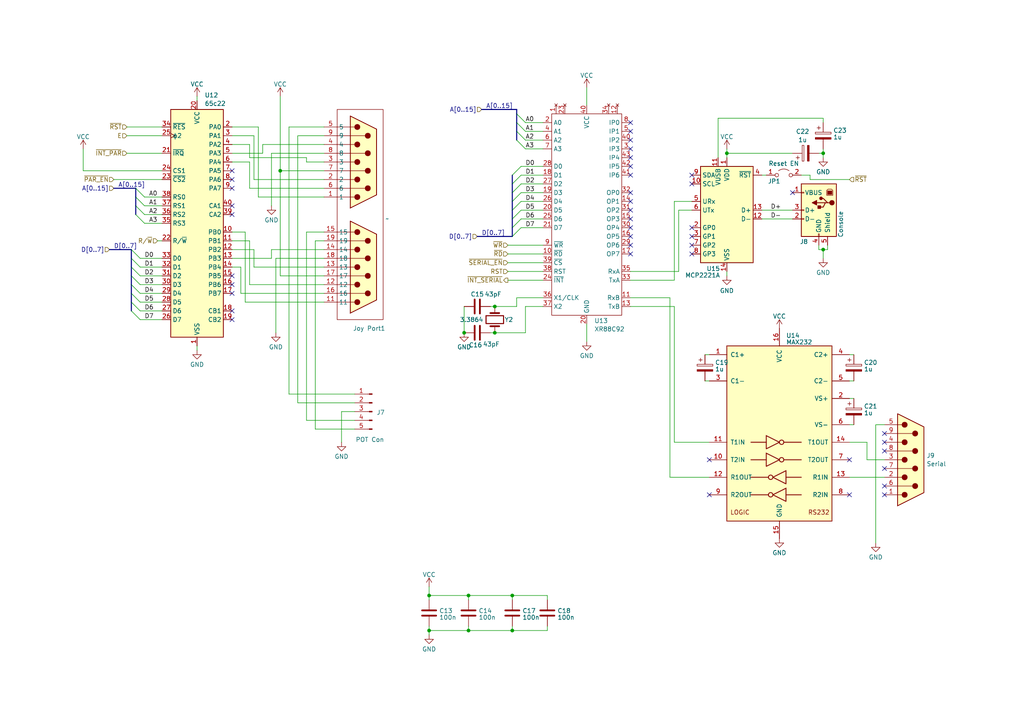
<source format=kicad_sch>
(kicad_sch
	(version 20231120)
	(generator "eeschema")
	(generator_version "8.0")
	(uuid "5df55aa7-ad2c-49ab-a58d-d75c4422f045")
	(paper "A4")
	(lib_symbols
		(symbol "Connector:USB_B"
			(pin_names
				(offset 1.016)
			)
			(exclude_from_sim no)
			(in_bom yes)
			(on_board yes)
			(property "Reference" "J"
				(at -5.08 11.43 0)
				(effects
					(font
						(size 1.27 1.27)
					)
					(justify left)
				)
			)
			(property "Value" "USB_B"
				(at -5.08 8.89 0)
				(effects
					(font
						(size 1.27 1.27)
					)
					(justify left)
				)
			)
			(property "Footprint" ""
				(at 3.81 -1.27 0)
				(effects
					(font
						(size 1.27 1.27)
					)
					(hide yes)
				)
			)
			(property "Datasheet" " ~"
				(at 3.81 -1.27 0)
				(effects
					(font
						(size 1.27 1.27)
					)
					(hide yes)
				)
			)
			(property "Description" "USB Type B connector"
				(at 0 0 0)
				(effects
					(font
						(size 1.27 1.27)
					)
					(hide yes)
				)
			)
			(property "ki_keywords" "connector USB"
				(at 0 0 0)
				(effects
					(font
						(size 1.27 1.27)
					)
					(hide yes)
				)
			)
			(property "ki_fp_filters" "USB*"
				(at 0 0 0)
				(effects
					(font
						(size 1.27 1.27)
					)
					(hide yes)
				)
			)
			(symbol "USB_B_0_1"
				(rectangle
					(start -5.08 -7.62)
					(end 5.08 7.62)
					(stroke
						(width 0.254)
						(type default)
					)
					(fill
						(type background)
					)
				)
				(circle
					(center -3.81 2.159)
					(radius 0.635)
					(stroke
						(width 0.254)
						(type default)
					)
					(fill
						(type outline)
					)
				)
				(rectangle
					(start -3.81 5.588)
					(end -2.54 4.572)
					(stroke
						(width 0)
						(type default)
					)
					(fill
						(type outline)
					)
				)
				(circle
					(center -0.635 3.429)
					(radius 0.381)
					(stroke
						(width 0.254)
						(type default)
					)
					(fill
						(type outline)
					)
				)
				(rectangle
					(start -0.127 -7.62)
					(end 0.127 -6.858)
					(stroke
						(width 0)
						(type default)
					)
					(fill
						(type none)
					)
				)
				(polyline
					(pts
						(xy -1.905 2.159) (xy 0.635 2.159)
					)
					(stroke
						(width 0.254)
						(type default)
					)
					(fill
						(type none)
					)
				)
				(polyline
					(pts
						(xy -3.175 2.159) (xy -2.54 2.159) (xy -1.27 3.429) (xy -0.635 3.429)
					)
					(stroke
						(width 0.254)
						(type default)
					)
					(fill
						(type none)
					)
				)
				(polyline
					(pts
						(xy -2.54 2.159) (xy -1.905 2.159) (xy -1.27 0.889) (xy 0 0.889)
					)
					(stroke
						(width 0.254)
						(type default)
					)
					(fill
						(type none)
					)
				)
				(polyline
					(pts
						(xy 0.635 2.794) (xy 0.635 1.524) (xy 1.905 2.159) (xy 0.635 2.794)
					)
					(stroke
						(width 0.254)
						(type default)
					)
					(fill
						(type outline)
					)
				)
				(polyline
					(pts
						(xy -4.064 4.318) (xy -2.286 4.318) (xy -2.286 5.715) (xy -2.667 6.096) (xy -3.683 6.096) (xy -4.064 5.715)
						(xy -4.064 4.318)
					)
					(stroke
						(width 0)
						(type default)
					)
					(fill
						(type none)
					)
				)
				(rectangle
					(start 0.254 1.27)
					(end -0.508 0.508)
					(stroke
						(width 0.254)
						(type default)
					)
					(fill
						(type outline)
					)
				)
				(rectangle
					(start 5.08 -2.667)
					(end 4.318 -2.413)
					(stroke
						(width 0)
						(type default)
					)
					(fill
						(type none)
					)
				)
				(rectangle
					(start 5.08 -0.127)
					(end 4.318 0.127)
					(stroke
						(width 0)
						(type default)
					)
					(fill
						(type none)
					)
				)
				(rectangle
					(start 5.08 4.953)
					(end 4.318 5.207)
					(stroke
						(width 0)
						(type default)
					)
					(fill
						(type none)
					)
				)
			)
			(symbol "USB_B_1_1"
				(pin power_out line
					(at 7.62 5.08 180)
					(length 2.54)
					(name "VBUS"
						(effects
							(font
								(size 1.27 1.27)
							)
						)
					)
					(number "1"
						(effects
							(font
								(size 1.27 1.27)
							)
						)
					)
				)
				(pin bidirectional line
					(at 7.62 -2.54 180)
					(length 2.54)
					(name "D-"
						(effects
							(font
								(size 1.27 1.27)
							)
						)
					)
					(number "2"
						(effects
							(font
								(size 1.27 1.27)
							)
						)
					)
				)
				(pin bidirectional line
					(at 7.62 0 180)
					(length 2.54)
					(name "D+"
						(effects
							(font
								(size 1.27 1.27)
							)
						)
					)
					(number "3"
						(effects
							(font
								(size 1.27 1.27)
							)
						)
					)
				)
				(pin power_out line
					(at 0 -10.16 90)
					(length 2.54)
					(name "GND"
						(effects
							(font
								(size 1.27 1.27)
							)
						)
					)
					(number "4"
						(effects
							(font
								(size 1.27 1.27)
							)
						)
					)
				)
				(pin passive line
					(at -2.54 -10.16 90)
					(length 2.54)
					(name "Shield"
						(effects
							(font
								(size 1.27 1.27)
							)
						)
					)
					(number "5"
						(effects
							(font
								(size 1.27 1.27)
							)
						)
					)
				)
			)
		)
		(symbol "Device:C"
			(pin_numbers hide)
			(pin_names
				(offset 0.254)
			)
			(exclude_from_sim no)
			(in_bom yes)
			(on_board yes)
			(property "Reference" "C"
				(at 0.635 2.54 0)
				(effects
					(font
						(size 1.27 1.27)
					)
					(justify left)
				)
			)
			(property "Value" "C"
				(at 0.635 -2.54 0)
				(effects
					(font
						(size 1.27 1.27)
					)
					(justify left)
				)
			)
			(property "Footprint" ""
				(at 0.9652 -3.81 0)
				(effects
					(font
						(size 1.27 1.27)
					)
					(hide yes)
				)
			)
			(property "Datasheet" "~"
				(at 0 0 0)
				(effects
					(font
						(size 1.27 1.27)
					)
					(hide yes)
				)
			)
			(property "Description" "Unpolarized capacitor"
				(at 0 0 0)
				(effects
					(font
						(size 1.27 1.27)
					)
					(hide yes)
				)
			)
			(property "ki_keywords" "cap capacitor"
				(at 0 0 0)
				(effects
					(font
						(size 1.27 1.27)
					)
					(hide yes)
				)
			)
			(property "ki_fp_filters" "C_*"
				(at 0 0 0)
				(effects
					(font
						(size 1.27 1.27)
					)
					(hide yes)
				)
			)
			(symbol "C_0_1"
				(polyline
					(pts
						(xy -2.032 -0.762) (xy 2.032 -0.762)
					)
					(stroke
						(width 0.508)
						(type default)
					)
					(fill
						(type none)
					)
				)
				(polyline
					(pts
						(xy -2.032 0.762) (xy 2.032 0.762)
					)
					(stroke
						(width 0.508)
						(type default)
					)
					(fill
						(type none)
					)
				)
			)
			(symbol "C_1_1"
				(pin passive line
					(at 0 3.81 270)
					(length 2.794)
					(name "~"
						(effects
							(font
								(size 1.27 1.27)
							)
						)
					)
					(number "1"
						(effects
							(font
								(size 1.27 1.27)
							)
						)
					)
				)
				(pin passive line
					(at 0 -3.81 90)
					(length 2.794)
					(name "~"
						(effects
							(font
								(size 1.27 1.27)
							)
						)
					)
					(number "2"
						(effects
							(font
								(size 1.27 1.27)
							)
						)
					)
				)
			)
		)
		(symbol "Device:C_Polarized"
			(pin_numbers hide)
			(pin_names
				(offset 0.254)
			)
			(exclude_from_sim no)
			(in_bom yes)
			(on_board yes)
			(property "Reference" "C"
				(at 0.635 2.54 0)
				(effects
					(font
						(size 1.27 1.27)
					)
					(justify left)
				)
			)
			(property "Value" "C_Polarized"
				(at 0.635 -2.54 0)
				(effects
					(font
						(size 1.27 1.27)
					)
					(justify left)
				)
			)
			(property "Footprint" ""
				(at 0.9652 -3.81 0)
				(effects
					(font
						(size 1.27 1.27)
					)
					(hide yes)
				)
			)
			(property "Datasheet" "~"
				(at 0 0 0)
				(effects
					(font
						(size 1.27 1.27)
					)
					(hide yes)
				)
			)
			(property "Description" "Polarized capacitor"
				(at 0 0 0)
				(effects
					(font
						(size 1.27 1.27)
					)
					(hide yes)
				)
			)
			(property "ki_keywords" "cap capacitor"
				(at 0 0 0)
				(effects
					(font
						(size 1.27 1.27)
					)
					(hide yes)
				)
			)
			(property "ki_fp_filters" "CP_*"
				(at 0 0 0)
				(effects
					(font
						(size 1.27 1.27)
					)
					(hide yes)
				)
			)
			(symbol "C_Polarized_0_1"
				(rectangle
					(start -2.286 0.508)
					(end 2.286 1.016)
					(stroke
						(width 0)
						(type default)
					)
					(fill
						(type none)
					)
				)
				(polyline
					(pts
						(xy -1.778 2.286) (xy -0.762 2.286)
					)
					(stroke
						(width 0)
						(type default)
					)
					(fill
						(type none)
					)
				)
				(polyline
					(pts
						(xy -1.27 2.794) (xy -1.27 1.778)
					)
					(stroke
						(width 0)
						(type default)
					)
					(fill
						(type none)
					)
				)
				(rectangle
					(start 2.286 -0.508)
					(end -2.286 -1.016)
					(stroke
						(width 0)
						(type default)
					)
					(fill
						(type outline)
					)
				)
			)
			(symbol "C_Polarized_1_1"
				(pin passive line
					(at 0 3.81 270)
					(length 2.794)
					(name "~"
						(effects
							(font
								(size 1.27 1.27)
							)
						)
					)
					(number "1"
						(effects
							(font
								(size 1.27 1.27)
							)
						)
					)
				)
				(pin passive line
					(at 0 -3.81 90)
					(length 2.794)
					(name "~"
						(effects
							(font
								(size 1.27 1.27)
							)
						)
					)
					(number "2"
						(effects
							(font
								(size 1.27 1.27)
							)
						)
					)
				)
			)
		)
		(symbol "Device:Crystal"
			(pin_numbers hide)
			(pin_names
				(offset 1.016) hide)
			(exclude_from_sim no)
			(in_bom yes)
			(on_board yes)
			(property "Reference" "Y"
				(at 0 3.81 0)
				(effects
					(font
						(size 1.27 1.27)
					)
				)
			)
			(property "Value" "Crystal"
				(at 0 -3.81 0)
				(effects
					(font
						(size 1.27 1.27)
					)
				)
			)
			(property "Footprint" ""
				(at 0 0 0)
				(effects
					(font
						(size 1.27 1.27)
					)
					(hide yes)
				)
			)
			(property "Datasheet" "~"
				(at 0 0 0)
				(effects
					(font
						(size 1.27 1.27)
					)
					(hide yes)
				)
			)
			(property "Description" "Two pin crystal"
				(at 0 0 0)
				(effects
					(font
						(size 1.27 1.27)
					)
					(hide yes)
				)
			)
			(property "ki_keywords" "quartz ceramic resonator oscillator"
				(at 0 0 0)
				(effects
					(font
						(size 1.27 1.27)
					)
					(hide yes)
				)
			)
			(property "ki_fp_filters" "Crystal*"
				(at 0 0 0)
				(effects
					(font
						(size 1.27 1.27)
					)
					(hide yes)
				)
			)
			(symbol "Crystal_0_1"
				(rectangle
					(start -1.143 2.54)
					(end 1.143 -2.54)
					(stroke
						(width 0.3048)
						(type default)
					)
					(fill
						(type none)
					)
				)
				(polyline
					(pts
						(xy -2.54 0) (xy -1.905 0)
					)
					(stroke
						(width 0)
						(type default)
					)
					(fill
						(type none)
					)
				)
				(polyline
					(pts
						(xy -1.905 -1.27) (xy -1.905 1.27)
					)
					(stroke
						(width 0.508)
						(type default)
					)
					(fill
						(type none)
					)
				)
				(polyline
					(pts
						(xy 1.905 -1.27) (xy 1.905 1.27)
					)
					(stroke
						(width 0.508)
						(type default)
					)
					(fill
						(type none)
					)
				)
				(polyline
					(pts
						(xy 2.54 0) (xy 1.905 0)
					)
					(stroke
						(width 0)
						(type default)
					)
					(fill
						(type none)
					)
				)
			)
			(symbol "Crystal_1_1"
				(pin passive line
					(at -3.81 0 0)
					(length 1.27)
					(name "1"
						(effects
							(font
								(size 1.27 1.27)
							)
						)
					)
					(number "1"
						(effects
							(font
								(size 1.27 1.27)
							)
						)
					)
				)
				(pin passive line
					(at 3.81 0 180)
					(length 1.27)
					(name "2"
						(effects
							(font
								(size 1.27 1.27)
							)
						)
					)
					(number "2"
						(effects
							(font
								(size 1.27 1.27)
							)
						)
					)
				)
			)
		)
		(symbol "Dual-DB9:Conn_01x05_Pin"
			(pin_names
				(offset 1.016) hide)
			(exclude_from_sim no)
			(in_bom yes)
			(on_board yes)
			(property "Reference" "J"
				(at 0 7.62 0)
				(effects
					(font
						(size 1.27 1.27)
					)
				)
			)
			(property "Value" "Conn_01x05_Pin"
				(at 0 -7.62 0)
				(effects
					(font
						(size 1.27 1.27)
					)
				)
			)
			(property "Footprint" ""
				(at 0 0 0)
				(effects
					(font
						(size 1.27 1.27)
					)
					(hide yes)
				)
			)
			(property "Datasheet" "~"
				(at 0 0 0)
				(effects
					(font
						(size 1.27 1.27)
					)
					(hide yes)
				)
			)
			(property "Description" "Generic connector, single row, 01x05, script generated"
				(at 0 0 0)
				(effects
					(font
						(size 1.27 1.27)
					)
					(hide yes)
				)
			)
			(property "ki_locked" ""
				(at 0 0 0)
				(effects
					(font
						(size 1.27 1.27)
					)
				)
			)
			(property "ki_keywords" "connector"
				(at 0 0 0)
				(effects
					(font
						(size 1.27 1.27)
					)
					(hide yes)
				)
			)
			(property "ki_fp_filters" "Connector*:*_1x??_*"
				(at 0 0 0)
				(effects
					(font
						(size 1.27 1.27)
					)
					(hide yes)
				)
			)
			(symbol "Conn_01x05_Pin_1_1"
				(polyline
					(pts
						(xy 1.27 -5.08) (xy 0.8636 -5.08)
					)
					(stroke
						(width 0.1524)
						(type default)
					)
					(fill
						(type none)
					)
				)
				(polyline
					(pts
						(xy 1.27 -2.54) (xy 0.8636 -2.54)
					)
					(stroke
						(width 0.1524)
						(type default)
					)
					(fill
						(type none)
					)
				)
				(polyline
					(pts
						(xy 1.27 0) (xy 0.8636 0)
					)
					(stroke
						(width 0.1524)
						(type default)
					)
					(fill
						(type none)
					)
				)
				(polyline
					(pts
						(xy 1.27 2.54) (xy 0.8636 2.54)
					)
					(stroke
						(width 0.1524)
						(type default)
					)
					(fill
						(type none)
					)
				)
				(polyline
					(pts
						(xy 1.27 5.08) (xy 0.8636 5.08)
					)
					(stroke
						(width 0.1524)
						(type default)
					)
					(fill
						(type none)
					)
				)
				(rectangle
					(start 0.8636 -4.953)
					(end 0 -5.207)
					(stroke
						(width 0.1524)
						(type default)
					)
					(fill
						(type outline)
					)
				)
				(rectangle
					(start 0.8636 -2.413)
					(end 0 -2.667)
					(stroke
						(width 0.1524)
						(type default)
					)
					(fill
						(type outline)
					)
				)
				(rectangle
					(start 0.8636 0.127)
					(end 0 -0.127)
					(stroke
						(width 0.1524)
						(type default)
					)
					(fill
						(type outline)
					)
				)
				(rectangle
					(start 0.8636 2.667)
					(end 0 2.413)
					(stroke
						(width 0.1524)
						(type default)
					)
					(fill
						(type outline)
					)
				)
				(rectangle
					(start 0.8636 5.207)
					(end 0 4.953)
					(stroke
						(width 0.1524)
						(type default)
					)
					(fill
						(type outline)
					)
				)
				(pin passive line
					(at 5.08 5.08 180)
					(length 3.81)
					(name "Pin_1"
						(effects
							(font
								(size 1.27 1.27)
							)
						)
					)
					(number "1"
						(effects
							(font
								(size 1.27 1.27)
							)
						)
					)
				)
				(pin passive line
					(at 5.08 2.54 180)
					(length 3.81)
					(name "Pin_2"
						(effects
							(font
								(size 1.27 1.27)
							)
						)
					)
					(number "2"
						(effects
							(font
								(size 1.27 1.27)
							)
						)
					)
				)
				(pin passive line
					(at 5.08 0 180)
					(length 3.81)
					(name "Pin_3"
						(effects
							(font
								(size 1.27 1.27)
							)
						)
					)
					(number "3"
						(effects
							(font
								(size 1.27 1.27)
							)
						)
					)
				)
				(pin passive line
					(at 5.08 -2.54 180)
					(length 3.81)
					(name "Pin_4"
						(effects
							(font
								(size 1.27 1.27)
							)
						)
					)
					(number "4"
						(effects
							(font
								(size 1.27 1.27)
							)
						)
					)
				)
				(pin passive line
					(at 5.08 -5.08 180)
					(length 3.81)
					(name "Pin_5"
						(effects
							(font
								(size 1.27 1.27)
							)
						)
					)
					(number "5"
						(effects
							(font
								(size 1.27 1.27)
							)
						)
					)
				)
			)
		)
		(symbol "Dual-DB9:DE9_Plug"
			(pin_names
				(offset 1.016) hide)
			(exclude_from_sim no)
			(in_bom yes)
			(on_board yes)
			(property "Reference" "J"
				(at 0 13.97 0)
				(effects
					(font
						(size 1.27 1.27)
					)
				)
			)
			(property "Value" "DE9_Plug"
				(at 0 -14.605 0)
				(effects
					(font
						(size 1.27 1.27)
					)
				)
			)
			(property "Footprint" ""
				(at 0 0 0)
				(effects
					(font
						(size 1.27 1.27)
					)
					(hide yes)
				)
			)
			(property "Datasheet" " ~"
				(at 0 0 0)
				(effects
					(font
						(size 1.27 1.27)
					)
					(hide yes)
				)
			)
			(property "Description" "9-pin male plug pin D-SUB connector"
				(at 0 0 0)
				(effects
					(font
						(size 1.27 1.27)
					)
					(hide yes)
				)
			)
			(property "ki_keywords" "connector male plug D-SUB DB9"
				(at 0 0 0)
				(effects
					(font
						(size 1.27 1.27)
					)
					(hide yes)
				)
			)
			(property "ki_fp_filters" "DSUB*Male*"
				(at 0 0 0)
				(effects
					(font
						(size 1.27 1.27)
					)
					(hide yes)
				)
			)
			(symbol "DE9_Plug_0_1"
				(circle
					(center -1.778 -10.16)
					(radius 0.762)
					(stroke
						(width 0)
						(type default)
					)
					(fill
						(type outline)
					)
				)
				(circle
					(center -1.778 -5.08)
					(radius 0.762)
					(stroke
						(width 0)
						(type default)
					)
					(fill
						(type outline)
					)
				)
				(circle
					(center -1.778 0)
					(radius 0.762)
					(stroke
						(width 0)
						(type default)
					)
					(fill
						(type outline)
					)
				)
				(circle
					(center -1.778 5.08)
					(radius 0.762)
					(stroke
						(width 0)
						(type default)
					)
					(fill
						(type outline)
					)
				)
				(circle
					(center -1.778 10.16)
					(radius 0.762)
					(stroke
						(width 0)
						(type default)
					)
					(fill
						(type outline)
					)
				)
				(polyline
					(pts
						(xy -3.81 -10.16) (xy -2.54 -10.16)
					)
					(stroke
						(width 0)
						(type default)
					)
					(fill
						(type none)
					)
				)
				(polyline
					(pts
						(xy -3.81 -7.62) (xy 0.508 -7.62)
					)
					(stroke
						(width 0)
						(type default)
					)
					(fill
						(type none)
					)
				)
				(polyline
					(pts
						(xy -3.81 -5.08) (xy -2.54 -5.08)
					)
					(stroke
						(width 0)
						(type default)
					)
					(fill
						(type none)
					)
				)
				(polyline
					(pts
						(xy -3.81 -2.54) (xy 0.508 -2.54)
					)
					(stroke
						(width 0)
						(type default)
					)
					(fill
						(type none)
					)
				)
				(polyline
					(pts
						(xy -3.81 0) (xy -2.54 0)
					)
					(stroke
						(width 0)
						(type default)
					)
					(fill
						(type none)
					)
				)
				(polyline
					(pts
						(xy -3.81 2.54) (xy 0.508 2.54)
					)
					(stroke
						(width 0)
						(type default)
					)
					(fill
						(type none)
					)
				)
				(polyline
					(pts
						(xy -3.81 5.08) (xy -2.54 5.08)
					)
					(stroke
						(width 0)
						(type default)
					)
					(fill
						(type none)
					)
				)
				(polyline
					(pts
						(xy -3.81 7.62) (xy 0.508 7.62)
					)
					(stroke
						(width 0)
						(type default)
					)
					(fill
						(type none)
					)
				)
				(polyline
					(pts
						(xy -3.81 10.16) (xy -2.54 10.16)
					)
					(stroke
						(width 0)
						(type default)
					)
					(fill
						(type none)
					)
				)
				(polyline
					(pts
						(xy -3.81 -13.335) (xy -3.81 13.335) (xy 3.81 9.525) (xy 3.81 -9.525) (xy -3.81 -13.335)
					)
					(stroke
						(width 0.254)
						(type default)
					)
					(fill
						(type background)
					)
				)
				(circle
					(center 1.27 -7.62)
					(radius 0.762)
					(stroke
						(width 0)
						(type default)
					)
					(fill
						(type outline)
					)
				)
				(circle
					(center 1.27 -2.54)
					(radius 0.762)
					(stroke
						(width 0)
						(type default)
					)
					(fill
						(type outline)
					)
				)
				(circle
					(center 1.27 2.54)
					(radius 0.762)
					(stroke
						(width 0)
						(type default)
					)
					(fill
						(type outline)
					)
				)
				(circle
					(center 1.27 7.62)
					(radius 0.762)
					(stroke
						(width 0)
						(type default)
					)
					(fill
						(type outline)
					)
				)
			)
			(symbol "DE9_Plug_1_1"
				(pin passive line
					(at -7.62 -10.16 0)
					(length 3.81)
					(name "1"
						(effects
							(font
								(size 1.27 1.27)
							)
						)
					)
					(number "1"
						(effects
							(font
								(size 1.27 1.27)
							)
						)
					)
				)
				(pin passive line
					(at -7.62 -5.08 0)
					(length 3.81)
					(name "2"
						(effects
							(font
								(size 1.27 1.27)
							)
						)
					)
					(number "2"
						(effects
							(font
								(size 1.27 1.27)
							)
						)
					)
				)
				(pin passive line
					(at -7.62 0 0)
					(length 3.81)
					(name "3"
						(effects
							(font
								(size 1.27 1.27)
							)
						)
					)
					(number "3"
						(effects
							(font
								(size 1.27 1.27)
							)
						)
					)
				)
				(pin passive line
					(at -7.62 5.08 0)
					(length 3.81)
					(name "4"
						(effects
							(font
								(size 1.27 1.27)
							)
						)
					)
					(number "4"
						(effects
							(font
								(size 1.27 1.27)
							)
						)
					)
				)
				(pin passive line
					(at -7.62 10.16 0)
					(length 3.81)
					(name "5"
						(effects
							(font
								(size 1.27 1.27)
							)
						)
					)
					(number "5"
						(effects
							(font
								(size 1.27 1.27)
							)
						)
					)
				)
				(pin passive line
					(at -7.62 -7.62 0)
					(length 3.81)
					(name "6"
						(effects
							(font
								(size 1.27 1.27)
							)
						)
					)
					(number "6"
						(effects
							(font
								(size 1.27 1.27)
							)
						)
					)
				)
				(pin passive line
					(at -7.62 -2.54 0)
					(length 3.81)
					(name "7"
						(effects
							(font
								(size 1.27 1.27)
							)
						)
					)
					(number "7"
						(effects
							(font
								(size 1.27 1.27)
							)
						)
					)
				)
				(pin passive line
					(at -7.62 2.54 0)
					(length 3.81)
					(name "8"
						(effects
							(font
								(size 1.27 1.27)
							)
						)
					)
					(number "8"
						(effects
							(font
								(size 1.27 1.27)
							)
						)
					)
				)
				(pin passive line
					(at -7.62 7.62 0)
					(length 3.81)
					(name "9"
						(effects
							(font
								(size 1.27 1.27)
							)
						)
					)
					(number "9"
						(effects
							(font
								(size 1.27 1.27)
							)
						)
					)
				)
			)
		)
		(symbol "Interface_UART:MAX232"
			(pin_names
				(offset 1.016)
			)
			(exclude_from_sim no)
			(in_bom yes)
			(on_board yes)
			(property "Reference" "U"
				(at -2.54 28.575 0)
				(effects
					(font
						(size 1.27 1.27)
					)
					(justify right)
				)
			)
			(property "Value" "MAX232"
				(at -2.54 26.67 0)
				(effects
					(font
						(size 1.27 1.27)
					)
					(justify right)
				)
			)
			(property "Footprint" ""
				(at 1.27 -26.67 0)
				(effects
					(font
						(size 1.27 1.27)
					)
					(justify left)
					(hide yes)
				)
			)
			(property "Datasheet" "http://www.ti.com/lit/ds/symlink/max232.pdf"
				(at 0 2.54 0)
				(effects
					(font
						(size 1.27 1.27)
					)
					(hide yes)
				)
			)
			(property "Description" "Dual RS232 driver/receiver, 5V supply, 120kb/s, 0C-70C"
				(at 0 0 0)
				(effects
					(font
						(size 1.27 1.27)
					)
					(hide yes)
				)
			)
			(property "ki_keywords" "rs232 uart transceiver line-driver"
				(at 0 0 0)
				(effects
					(font
						(size 1.27 1.27)
					)
					(hide yes)
				)
			)
			(property "ki_fp_filters" "SOIC*P1.27mm* DIP*W7.62mm* TSSOP*4.4x5mm*P0.65mm*"
				(at 0 0 0)
				(effects
					(font
						(size 1.27 1.27)
					)
					(hide yes)
				)
			)
			(symbol "MAX232_0_0"
				(text "LOGIC"
					(at -11.43 -22.86 0)
					(effects
						(font
							(size 1.27 1.27)
						)
					)
				)
				(text "RS232"
					(at 11.43 -22.86 0)
					(effects
						(font
							(size 1.27 1.27)
						)
					)
				)
			)
			(symbol "MAX232_0_1"
				(rectangle
					(start -15.24 -25.4)
					(end 15.24 25.4)
					(stroke
						(width 0.254)
						(type default)
					)
					(fill
						(type background)
					)
				)
				(circle
					(center -2.54 -17.78)
					(radius 0.635)
					(stroke
						(width 0.254)
						(type default)
					)
					(fill
						(type none)
					)
				)
				(circle
					(center -2.54 -12.7)
					(radius 0.635)
					(stroke
						(width 0.254)
						(type default)
					)
					(fill
						(type none)
					)
				)
				(polyline
					(pts
						(xy -3.81 -7.62) (xy -8.255 -7.62)
					)
					(stroke
						(width 0.254)
						(type default)
					)
					(fill
						(type none)
					)
				)
				(polyline
					(pts
						(xy -3.81 -2.54) (xy -8.255 -2.54)
					)
					(stroke
						(width 0.254)
						(type default)
					)
					(fill
						(type none)
					)
				)
				(polyline
					(pts
						(xy -3.175 -17.78) (xy -8.255 -17.78)
					)
					(stroke
						(width 0.254)
						(type default)
					)
					(fill
						(type none)
					)
				)
				(polyline
					(pts
						(xy -3.175 -12.7) (xy -8.255 -12.7)
					)
					(stroke
						(width 0.254)
						(type default)
					)
					(fill
						(type none)
					)
				)
				(polyline
					(pts
						(xy 1.27 -7.62) (xy 6.35 -7.62)
					)
					(stroke
						(width 0.254)
						(type default)
					)
					(fill
						(type none)
					)
				)
				(polyline
					(pts
						(xy 1.27 -2.54) (xy 6.35 -2.54)
					)
					(stroke
						(width 0.254)
						(type default)
					)
					(fill
						(type none)
					)
				)
				(polyline
					(pts
						(xy 1.905 -17.78) (xy 6.35 -17.78)
					)
					(stroke
						(width 0.254)
						(type default)
					)
					(fill
						(type none)
					)
				)
				(polyline
					(pts
						(xy 1.905 -12.7) (xy 6.35 -12.7)
					)
					(stroke
						(width 0.254)
						(type default)
					)
					(fill
						(type none)
					)
				)
				(polyline
					(pts
						(xy -3.81 -5.715) (xy -3.81 -9.525) (xy 0 -7.62) (xy -3.81 -5.715)
					)
					(stroke
						(width 0.254)
						(type default)
					)
					(fill
						(type none)
					)
				)
				(polyline
					(pts
						(xy -3.81 -0.635) (xy -3.81 -4.445) (xy 0 -2.54) (xy -3.81 -0.635)
					)
					(stroke
						(width 0.254)
						(type default)
					)
					(fill
						(type none)
					)
				)
				(polyline
					(pts
						(xy 1.905 -15.875) (xy 1.905 -19.685) (xy -1.905 -17.78) (xy 1.905 -15.875)
					)
					(stroke
						(width 0.254)
						(type default)
					)
					(fill
						(type none)
					)
				)
				(polyline
					(pts
						(xy 1.905 -10.795) (xy 1.905 -14.605) (xy -1.905 -12.7) (xy 1.905 -10.795)
					)
					(stroke
						(width 0.254)
						(type default)
					)
					(fill
						(type none)
					)
				)
				(circle
					(center 0.635 -7.62)
					(radius 0.635)
					(stroke
						(width 0.254)
						(type default)
					)
					(fill
						(type none)
					)
				)
				(circle
					(center 0.635 -2.54)
					(radius 0.635)
					(stroke
						(width 0.254)
						(type default)
					)
					(fill
						(type none)
					)
				)
			)
			(symbol "MAX232_1_1"
				(pin passive line
					(at -20.32 22.86 0)
					(length 5.08)
					(name "C1+"
						(effects
							(font
								(size 1.27 1.27)
							)
						)
					)
					(number "1"
						(effects
							(font
								(size 1.27 1.27)
							)
						)
					)
				)
				(pin input line
					(at -20.32 -7.62 0)
					(length 5.08)
					(name "T2IN"
						(effects
							(font
								(size 1.27 1.27)
							)
						)
					)
					(number "10"
						(effects
							(font
								(size 1.27 1.27)
							)
						)
					)
				)
				(pin input line
					(at -20.32 -2.54 0)
					(length 5.08)
					(name "T1IN"
						(effects
							(font
								(size 1.27 1.27)
							)
						)
					)
					(number "11"
						(effects
							(font
								(size 1.27 1.27)
							)
						)
					)
				)
				(pin output line
					(at -20.32 -12.7 0)
					(length 5.08)
					(name "R1OUT"
						(effects
							(font
								(size 1.27 1.27)
							)
						)
					)
					(number "12"
						(effects
							(font
								(size 1.27 1.27)
							)
						)
					)
				)
				(pin input line
					(at 20.32 -12.7 180)
					(length 5.08)
					(name "R1IN"
						(effects
							(font
								(size 1.27 1.27)
							)
						)
					)
					(number "13"
						(effects
							(font
								(size 1.27 1.27)
							)
						)
					)
				)
				(pin output line
					(at 20.32 -2.54 180)
					(length 5.08)
					(name "T1OUT"
						(effects
							(font
								(size 1.27 1.27)
							)
						)
					)
					(number "14"
						(effects
							(font
								(size 1.27 1.27)
							)
						)
					)
				)
				(pin power_in line
					(at 0 -30.48 90)
					(length 5.08)
					(name "GND"
						(effects
							(font
								(size 1.27 1.27)
							)
						)
					)
					(number "15"
						(effects
							(font
								(size 1.27 1.27)
							)
						)
					)
				)
				(pin power_in line
					(at 0 30.48 270)
					(length 5.08)
					(name "VCC"
						(effects
							(font
								(size 1.27 1.27)
							)
						)
					)
					(number "16"
						(effects
							(font
								(size 1.27 1.27)
							)
						)
					)
				)
				(pin power_out line
					(at 20.32 10.16 180)
					(length 5.08)
					(name "VS+"
						(effects
							(font
								(size 1.27 1.27)
							)
						)
					)
					(number "2"
						(effects
							(font
								(size 1.27 1.27)
							)
						)
					)
				)
				(pin passive line
					(at -20.32 15.24 0)
					(length 5.08)
					(name "C1-"
						(effects
							(font
								(size 1.27 1.27)
							)
						)
					)
					(number "3"
						(effects
							(font
								(size 1.27 1.27)
							)
						)
					)
				)
				(pin passive line
					(at 20.32 22.86 180)
					(length 5.08)
					(name "C2+"
						(effects
							(font
								(size 1.27 1.27)
							)
						)
					)
					(number "4"
						(effects
							(font
								(size 1.27 1.27)
							)
						)
					)
				)
				(pin passive line
					(at 20.32 15.24 180)
					(length 5.08)
					(name "C2-"
						(effects
							(font
								(size 1.27 1.27)
							)
						)
					)
					(number "5"
						(effects
							(font
								(size 1.27 1.27)
							)
						)
					)
				)
				(pin power_out line
					(at 20.32 2.54 180)
					(length 5.08)
					(name "VS-"
						(effects
							(font
								(size 1.27 1.27)
							)
						)
					)
					(number "6"
						(effects
							(font
								(size 1.27 1.27)
							)
						)
					)
				)
				(pin output line
					(at 20.32 -7.62 180)
					(length 5.08)
					(name "T2OUT"
						(effects
							(font
								(size 1.27 1.27)
							)
						)
					)
					(number "7"
						(effects
							(font
								(size 1.27 1.27)
							)
						)
					)
				)
				(pin input line
					(at 20.32 -17.78 180)
					(length 5.08)
					(name "R2IN"
						(effects
							(font
								(size 1.27 1.27)
							)
						)
					)
					(number "8"
						(effects
							(font
								(size 1.27 1.27)
							)
						)
					)
				)
				(pin output line
					(at -20.32 -17.78 0)
					(length 5.08)
					(name "R2OUT"
						(effects
							(font
								(size 1.27 1.27)
							)
						)
					)
					(number "9"
						(effects
							(font
								(size 1.27 1.27)
							)
						)
					)
				)
			)
		)
		(symbol "Interface_USB:MCP2221AxP"
			(exclude_from_sim no)
			(in_bom yes)
			(on_board yes)
			(property "Reference" "U"
				(at -7.62 16.51 0)
				(effects
					(font
						(size 1.27 1.27)
					)
				)
			)
			(property "Value" "MCP2221AxP"
				(at 12.7 16.51 0)
				(effects
					(font
						(size 1.27 1.27)
					)
				)
			)
			(property "Footprint" "Package_DIP:DIP-14_W7.62mm"
				(at 0 25.4 0)
				(effects
					(font
						(size 1.27 1.27)
					)
					(hide yes)
				)
			)
			(property "Datasheet" "http://ww1.microchip.com/downloads/en/DeviceDoc/20005565B.pdf"
				(at 0 17.78 0)
				(effects
					(font
						(size 1.27 1.27)
					)
					(hide yes)
				)
			)
			(property "Description" "USB to I2C/UART Protocol Converter with GPIO, DIP-14"
				(at 0 0 0)
				(effects
					(font
						(size 1.27 1.27)
					)
					(hide yes)
				)
			)
			(property "ki_keywords" "USB I2C UART Converter Bridge"
				(at 0 0 0)
				(effects
					(font
						(size 1.27 1.27)
					)
					(hide yes)
				)
			)
			(property "ki_fp_filters" "DIP*W7.62mm*"
				(at 0 0 0)
				(effects
					(font
						(size 1.27 1.27)
					)
					(hide yes)
				)
			)
			(symbol "MCP2221AxP_0_1"
				(rectangle
					(start -7.62 15.24)
					(end 7.62 -12.7)
					(stroke
						(width 0.254)
						(type default)
					)
					(fill
						(type background)
					)
				)
			)
			(symbol "MCP2221AxP_1_1"
				(pin power_in line
					(at 0 17.78 270)
					(length 2.54)
					(name "VDD"
						(effects
							(font
								(size 1.27 1.27)
							)
						)
					)
					(number "1"
						(effects
							(font
								(size 1.27 1.27)
							)
						)
					)
				)
				(pin bidirectional line
					(at 10.16 10.16 180)
					(length 2.54)
					(name "SCL"
						(effects
							(font
								(size 1.27 1.27)
							)
						)
					)
					(number "10"
						(effects
							(font
								(size 1.27 1.27)
							)
						)
					)
				)
				(pin passive line
					(at 2.54 17.78 270)
					(length 2.54)
					(name "VUSB"
						(effects
							(font
								(size 1.27 1.27)
							)
						)
					)
					(number "11"
						(effects
							(font
								(size 1.27 1.27)
							)
						)
					)
				)
				(pin bidirectional line
					(at -10.16 0 0)
					(length 2.54)
					(name "D-"
						(effects
							(font
								(size 1.27 1.27)
							)
						)
					)
					(number "12"
						(effects
							(font
								(size 1.27 1.27)
							)
						)
					)
				)
				(pin bidirectional line
					(at -10.16 2.54 0)
					(length 2.54)
					(name "D+"
						(effects
							(font
								(size 1.27 1.27)
							)
						)
					)
					(number "13"
						(effects
							(font
								(size 1.27 1.27)
							)
						)
					)
				)
				(pin power_in line
					(at 0 -15.24 90)
					(length 2.54)
					(name "VSS"
						(effects
							(font
								(size 1.27 1.27)
							)
						)
					)
					(number "14"
						(effects
							(font
								(size 1.27 1.27)
							)
						)
					)
				)
				(pin bidirectional line
					(at 10.16 -2.54 180)
					(length 2.54)
					(name "GP0"
						(effects
							(font
								(size 1.27 1.27)
							)
						)
					)
					(number "2"
						(effects
							(font
								(size 1.27 1.27)
							)
						)
					)
				)
				(pin bidirectional line
					(at 10.16 -5.08 180)
					(length 2.54)
					(name "GP1"
						(effects
							(font
								(size 1.27 1.27)
							)
						)
					)
					(number "3"
						(effects
							(font
								(size 1.27 1.27)
							)
						)
					)
				)
				(pin input line
					(at -10.16 12.7 0)
					(length 2.54)
					(name "~{RST}"
						(effects
							(font
								(size 1.27 1.27)
							)
						)
					)
					(number "4"
						(effects
							(font
								(size 1.27 1.27)
							)
						)
					)
				)
				(pin input line
					(at 10.16 5.08 180)
					(length 2.54)
					(name "URx"
						(effects
							(font
								(size 1.27 1.27)
							)
						)
					)
					(number "5"
						(effects
							(font
								(size 1.27 1.27)
							)
						)
					)
				)
				(pin output line
					(at 10.16 2.54 180)
					(length 2.54)
					(name "UTx"
						(effects
							(font
								(size 1.27 1.27)
							)
						)
					)
					(number "6"
						(effects
							(font
								(size 1.27 1.27)
							)
						)
					)
				)
				(pin bidirectional line
					(at 10.16 -7.62 180)
					(length 2.54)
					(name "GP2"
						(effects
							(font
								(size 1.27 1.27)
							)
						)
					)
					(number "7"
						(effects
							(font
								(size 1.27 1.27)
							)
						)
					)
				)
				(pin bidirectional line
					(at 10.16 -10.16 180)
					(length 2.54)
					(name "GP3"
						(effects
							(font
								(size 1.27 1.27)
							)
						)
					)
					(number "8"
						(effects
							(font
								(size 1.27 1.27)
							)
						)
					)
				)
				(pin bidirectional line
					(at 10.16 12.7 180)
					(length 2.54)
					(name "SDA"
						(effects
							(font
								(size 1.27 1.27)
							)
						)
					)
					(number "9"
						(effects
							(font
								(size 1.27 1.27)
							)
						)
					)
				)
			)
		)
		(symbol "Jumper:Jumper_2_Open"
			(pin_names
				(offset 0) hide)
			(exclude_from_sim no)
			(in_bom yes)
			(on_board yes)
			(property "Reference" "JP"
				(at 0 2.794 0)
				(effects
					(font
						(size 1.27 1.27)
					)
				)
			)
			(property "Value" "Jumper_2_Open"
				(at 0 -2.286 0)
				(effects
					(font
						(size 1.27 1.27)
					)
				)
			)
			(property "Footprint" ""
				(at 0 0 0)
				(effects
					(font
						(size 1.27 1.27)
					)
					(hide yes)
				)
			)
			(property "Datasheet" "~"
				(at 0 0 0)
				(effects
					(font
						(size 1.27 1.27)
					)
					(hide yes)
				)
			)
			(property "Description" "Jumper, 2-pole, open"
				(at 0 0 0)
				(effects
					(font
						(size 1.27 1.27)
					)
					(hide yes)
				)
			)
			(property "ki_keywords" "Jumper SPST"
				(at 0 0 0)
				(effects
					(font
						(size 1.27 1.27)
					)
					(hide yes)
				)
			)
			(property "ki_fp_filters" "Jumper* TestPoint*2Pads* TestPoint*Bridge*"
				(at 0 0 0)
				(effects
					(font
						(size 1.27 1.27)
					)
					(hide yes)
				)
			)
			(symbol "Jumper_2_Open_0_0"
				(circle
					(center -2.032 0)
					(radius 0.508)
					(stroke
						(width 0)
						(type default)
					)
					(fill
						(type none)
					)
				)
				(circle
					(center 2.032 0)
					(radius 0.508)
					(stroke
						(width 0)
						(type default)
					)
					(fill
						(type none)
					)
				)
			)
			(symbol "Jumper_2_Open_0_1"
				(arc
					(start 1.524 1.27)
					(mid 0 1.778)
					(end -1.524 1.27)
					(stroke
						(width 0)
						(type default)
					)
					(fill
						(type none)
					)
				)
			)
			(symbol "Jumper_2_Open_1_1"
				(pin passive line
					(at -5.08 0 0)
					(length 2.54)
					(name "A"
						(effects
							(font
								(size 1.27 1.27)
							)
						)
					)
					(number "1"
						(effects
							(font
								(size 1.27 1.27)
							)
						)
					)
				)
				(pin passive line
					(at 5.08 0 180)
					(length 2.54)
					(name "B"
						(effects
							(font
								(size 1.27 1.27)
							)
						)
					)
					(number "2"
						(effects
							(font
								(size 1.27 1.27)
							)
						)
					)
				)
			)
		)
		(symbol "PCM_65xx-library:6522"
			(exclude_from_sim no)
			(in_bom yes)
			(on_board yes)
			(property "Reference" "U"
				(at 2.54 38.1 0)
				(effects
					(font
						(size 1.27 1.27)
					)
					(justify left)
				)
			)
			(property "Value" "6522"
				(at 2.54 35.56 0)
				(effects
					(font
						(size 1.27 1.27)
					)
					(justify left)
				)
			)
			(property "Footprint" "Package_DIP:DIP-40_W15.24mm"
				(at 0 48.26 0)
				(effects
					(font
						(size 1.27 1.27)
					)
					(hide yes)
				)
			)
			(property "Datasheet" "http://www.6502.org/documents/datasheets/mos/mos_6522_preliminary_nov_1977.pdf"
				(at 0 45.72 0)
				(effects
					(font
						(size 1.27 1.27)
					)
					(hide yes)
				)
			)
			(property "Description" "NMOS Versatile Interface Adapter (VIA), 20-pin I/O, 2 Timer/Counters, DIP-40"
				(at 0 0 0)
				(effects
					(font
						(size 1.27 1.27)
					)
					(hide yes)
				)
			)
			(property "ki_keywords" "6522 VIA I/O"
				(at 0 0 0)
				(effects
					(font
						(size 1.27 1.27)
					)
					(hide yes)
				)
			)
			(property "ki_fp_filters" "DIP*W15.24mm*"
				(at 0 0 0)
				(effects
					(font
						(size 1.27 1.27)
					)
					(hide yes)
				)
			)
			(symbol "6522_0_1"
				(rectangle
					(start -7.62 33.02)
					(end 7.62 -33.02)
					(stroke
						(width 0.254)
						(type default)
					)
					(fill
						(type background)
					)
				)
			)
			(symbol "6522_1_1"
				(pin power_in line
					(at 0 -35.56 90)
					(length 2.54)
					(name "VSS"
						(effects
							(font
								(size 1.27 1.27)
							)
						)
					)
					(number "1"
						(effects
							(font
								(size 1.27 1.27)
							)
						)
					)
				)
				(pin bidirectional line
					(at 10.16 -2.54 180)
					(length 2.54)
					(name "PB0"
						(effects
							(font
								(size 1.27 1.27)
							)
						)
					)
					(number "10"
						(effects
							(font
								(size 1.27 1.27)
							)
						)
					)
				)
				(pin bidirectional line
					(at 10.16 -5.08 180)
					(length 2.54)
					(name "PB1"
						(effects
							(font
								(size 1.27 1.27)
							)
						)
					)
					(number "11"
						(effects
							(font
								(size 1.27 1.27)
							)
						)
					)
				)
				(pin bidirectional line
					(at 10.16 -7.62 180)
					(length 2.54)
					(name "PB2"
						(effects
							(font
								(size 1.27 1.27)
							)
						)
					)
					(number "12"
						(effects
							(font
								(size 1.27 1.27)
							)
						)
					)
				)
				(pin bidirectional line
					(at 10.16 -10.16 180)
					(length 2.54)
					(name "PB3"
						(effects
							(font
								(size 1.27 1.27)
							)
						)
					)
					(number "13"
						(effects
							(font
								(size 1.27 1.27)
							)
						)
					)
				)
				(pin bidirectional line
					(at 10.16 -12.7 180)
					(length 2.54)
					(name "PB4"
						(effects
							(font
								(size 1.27 1.27)
							)
						)
					)
					(number "14"
						(effects
							(font
								(size 1.27 1.27)
							)
						)
					)
				)
				(pin bidirectional line
					(at 10.16 -15.24 180)
					(length 2.54)
					(name "PB5"
						(effects
							(font
								(size 1.27 1.27)
							)
						)
					)
					(number "15"
						(effects
							(font
								(size 1.27 1.27)
							)
						)
					)
				)
				(pin bidirectional line
					(at 10.16 -17.78 180)
					(length 2.54)
					(name "PB6"
						(effects
							(font
								(size 1.27 1.27)
							)
						)
					)
					(number "16"
						(effects
							(font
								(size 1.27 1.27)
							)
						)
					)
				)
				(pin bidirectional line
					(at 10.16 -20.32 180)
					(length 2.54)
					(name "PB7"
						(effects
							(font
								(size 1.27 1.27)
							)
						)
					)
					(number "17"
						(effects
							(font
								(size 1.27 1.27)
							)
						)
					)
				)
				(pin input line
					(at 10.16 -25.4 180)
					(length 2.54)
					(name "CB1"
						(effects
							(font
								(size 1.27 1.27)
							)
						)
					)
					(number "18"
						(effects
							(font
								(size 1.27 1.27)
							)
						)
					)
				)
				(pin bidirectional line
					(at 10.16 -27.94 180)
					(length 2.54)
					(name "CB2"
						(effects
							(font
								(size 1.27 1.27)
							)
						)
					)
					(number "19"
						(effects
							(font
								(size 1.27 1.27)
							)
						)
					)
				)
				(pin bidirectional line
					(at 10.16 27.94 180)
					(length 2.54)
					(name "PA0"
						(effects
							(font
								(size 1.27 1.27)
							)
						)
					)
					(number "2"
						(effects
							(font
								(size 1.27 1.27)
							)
						)
					)
				)
				(pin power_in line
					(at 0 35.56 270)
					(length 2.54)
					(name "VCC"
						(effects
							(font
								(size 1.27 1.27)
							)
						)
					)
					(number "20"
						(effects
							(font
								(size 1.27 1.27)
							)
						)
					)
				)
				(pin open_collector line
					(at -10.16 20.32 0)
					(length 2.54)
					(name "~{IRQ}"
						(effects
							(font
								(size 1.27 1.27)
							)
						)
					)
					(number "21"
						(effects
							(font
								(size 1.27 1.27)
							)
						)
					)
				)
				(pin input line
					(at -10.16 -5.08 0)
					(length 2.54)
					(name "R/~{W}"
						(effects
							(font
								(size 1.27 1.27)
							)
						)
					)
					(number "22"
						(effects
							(font
								(size 1.27 1.27)
							)
						)
					)
				)
				(pin input line
					(at -10.16 12.7 0)
					(length 2.54)
					(name "~{CS2}"
						(effects
							(font
								(size 1.27 1.27)
							)
						)
					)
					(number "23"
						(effects
							(font
								(size 1.27 1.27)
							)
						)
					)
				)
				(pin input line
					(at -10.16 15.24 0)
					(length 2.54)
					(name "CS1"
						(effects
							(font
								(size 1.27 1.27)
							)
						)
					)
					(number "24"
						(effects
							(font
								(size 1.27 1.27)
							)
						)
					)
				)
				(pin input clock
					(at -10.16 25.4 0)
					(length 2.54)
					(name "ϕ2"
						(effects
							(font
								(size 1.27 1.27)
							)
						)
					)
					(number "25"
						(effects
							(font
								(size 1.27 1.27)
							)
						)
					)
				)
				(pin bidirectional line
					(at -10.16 -27.94 0)
					(length 2.54)
					(name "D7"
						(effects
							(font
								(size 1.27 1.27)
							)
						)
					)
					(number "26"
						(effects
							(font
								(size 1.27 1.27)
							)
						)
					)
				)
				(pin bidirectional line
					(at -10.16 -25.4 0)
					(length 2.54)
					(name "D6"
						(effects
							(font
								(size 1.27 1.27)
							)
						)
					)
					(number "27"
						(effects
							(font
								(size 1.27 1.27)
							)
						)
					)
				)
				(pin bidirectional line
					(at -10.16 -22.86 0)
					(length 2.54)
					(name "D5"
						(effects
							(font
								(size 1.27 1.27)
							)
						)
					)
					(number "28"
						(effects
							(font
								(size 1.27 1.27)
							)
						)
					)
				)
				(pin bidirectional line
					(at -10.16 -20.32 0)
					(length 2.54)
					(name "D4"
						(effects
							(font
								(size 1.27 1.27)
							)
						)
					)
					(number "29"
						(effects
							(font
								(size 1.27 1.27)
							)
						)
					)
				)
				(pin bidirectional line
					(at 10.16 25.4 180)
					(length 2.54)
					(name "PA1"
						(effects
							(font
								(size 1.27 1.27)
							)
						)
					)
					(number "3"
						(effects
							(font
								(size 1.27 1.27)
							)
						)
					)
				)
				(pin bidirectional line
					(at -10.16 -17.78 0)
					(length 2.54)
					(name "D3"
						(effects
							(font
								(size 1.27 1.27)
							)
						)
					)
					(number "30"
						(effects
							(font
								(size 1.27 1.27)
							)
						)
					)
				)
				(pin bidirectional line
					(at -10.16 -15.24 0)
					(length 2.54)
					(name "D2"
						(effects
							(font
								(size 1.27 1.27)
							)
						)
					)
					(number "31"
						(effects
							(font
								(size 1.27 1.27)
							)
						)
					)
				)
				(pin bidirectional line
					(at -10.16 -12.7 0)
					(length 2.54)
					(name "D1"
						(effects
							(font
								(size 1.27 1.27)
							)
						)
					)
					(number "32"
						(effects
							(font
								(size 1.27 1.27)
							)
						)
					)
				)
				(pin bidirectional line
					(at -10.16 -10.16 0)
					(length 2.54)
					(name "D0"
						(effects
							(font
								(size 1.27 1.27)
							)
						)
					)
					(number "33"
						(effects
							(font
								(size 1.27 1.27)
							)
						)
					)
				)
				(pin input line
					(at -10.16 27.94 0)
					(length 2.54)
					(name "~{RES}"
						(effects
							(font
								(size 1.27 1.27)
							)
						)
					)
					(number "34"
						(effects
							(font
								(size 1.27 1.27)
							)
						)
					)
				)
				(pin input line
					(at -10.16 0 0)
					(length 2.54)
					(name "RS3"
						(effects
							(font
								(size 1.27 1.27)
							)
						)
					)
					(number "35"
						(effects
							(font
								(size 1.27 1.27)
							)
						)
					)
				)
				(pin input line
					(at -10.16 2.54 0)
					(length 2.54)
					(name "RS2"
						(effects
							(font
								(size 1.27 1.27)
							)
						)
					)
					(number "36"
						(effects
							(font
								(size 1.27 1.27)
							)
						)
					)
				)
				(pin input line
					(at -10.16 5.08 0)
					(length 2.54)
					(name "RS1"
						(effects
							(font
								(size 1.27 1.27)
							)
						)
					)
					(number "37"
						(effects
							(font
								(size 1.27 1.27)
							)
						)
					)
				)
				(pin input line
					(at -10.16 7.62 0)
					(length 2.54)
					(name "RS0"
						(effects
							(font
								(size 1.27 1.27)
							)
						)
					)
					(number "38"
						(effects
							(font
								(size 1.27 1.27)
							)
						)
					)
				)
				(pin bidirectional line
					(at 10.16 2.54 180)
					(length 2.54)
					(name "CA2"
						(effects
							(font
								(size 1.27 1.27)
							)
						)
					)
					(number "39"
						(effects
							(font
								(size 1.27 1.27)
							)
						)
					)
				)
				(pin bidirectional line
					(at 10.16 22.86 180)
					(length 2.54)
					(name "PA2"
						(effects
							(font
								(size 1.27 1.27)
							)
						)
					)
					(number "4"
						(effects
							(font
								(size 1.27 1.27)
							)
						)
					)
				)
				(pin input line
					(at 10.16 5.08 180)
					(length 2.54)
					(name "CA1"
						(effects
							(font
								(size 1.27 1.27)
							)
						)
					)
					(number "40"
						(effects
							(font
								(size 1.27 1.27)
							)
						)
					)
				)
				(pin bidirectional line
					(at 10.16 20.32 180)
					(length 2.54)
					(name "PA3"
						(effects
							(font
								(size 1.27 1.27)
							)
						)
					)
					(number "5"
						(effects
							(font
								(size 1.27 1.27)
							)
						)
					)
				)
				(pin bidirectional line
					(at 10.16 17.78 180)
					(length 2.54)
					(name "PA4"
						(effects
							(font
								(size 1.27 1.27)
							)
						)
					)
					(number "6"
						(effects
							(font
								(size 1.27 1.27)
							)
						)
					)
				)
				(pin bidirectional line
					(at 10.16 15.24 180)
					(length 2.54)
					(name "PA5"
						(effects
							(font
								(size 1.27 1.27)
							)
						)
					)
					(number "7"
						(effects
							(font
								(size 1.27 1.27)
							)
						)
					)
				)
				(pin bidirectional line
					(at 10.16 12.7 180)
					(length 2.54)
					(name "PA6"
						(effects
							(font
								(size 1.27 1.27)
							)
						)
					)
					(number "8"
						(effects
							(font
								(size 1.27 1.27)
							)
						)
					)
				)
				(pin bidirectional line
					(at 10.16 10.16 180)
					(length 2.54)
					(name "PA7"
						(effects
							(font
								(size 1.27 1.27)
							)
						)
					)
					(number "9"
						(effects
							(font
								(size 1.27 1.27)
							)
						)
					)
				)
			)
		)
		(symbol "motherboard:Dual-DB9"
			(exclude_from_sim no)
			(in_bom yes)
			(on_board yes)
			(property "Reference" "J"
				(at -1.27 -33.782 0)
				(effects
					(font
						(size 1.27 1.27)
					)
				)
			)
			(property "Value" ""
				(at 12.7 -10.16 0)
				(effects
					(font
						(size 1.27 1.27)
					)
				)
			)
			(property "Footprint" ""
				(at 12.7 -10.16 0)
				(effects
					(font
						(size 1.27 1.27)
					)
					(hide yes)
				)
			)
			(property "Datasheet" ""
				(at 12.7 -10.16 0)
				(effects
					(font
						(size 1.27 1.27)
					)
					(hide yes)
				)
			)
			(property "Description" ""
				(at 12.7 -10.16 0)
				(effects
					(font
						(size 1.27 1.27)
					)
					(hide yes)
				)
			)
			(symbol "Dual-DB9_0_1"
				(polyline
					(pts
						(xy -2.54 -25.4) (xy 1.27 -25.4)
					)
					(stroke
						(width 0)
						(type default)
					)
					(fill
						(type none)
					)
				)
				(polyline
					(pts
						(xy -2.54 -22.86) (xy 1.27 -22.86)
					)
					(stroke
						(width 0)
						(type default)
					)
					(fill
						(type none)
					)
				)
				(polyline
					(pts
						(xy -2.54 -20.32) (xy -1.905 -20.32)
					)
					(stroke
						(width 0)
						(type default)
					)
					(fill
						(type none)
					)
				)
				(polyline
					(pts
						(xy -2.54 -17.78) (xy 1.27 -17.78)
					)
					(stroke
						(width 0)
						(type default)
					)
					(fill
						(type none)
					)
				)
				(polyline
					(pts
						(xy -2.54 -15.24) (xy 1.27 -15.24)
					)
					(stroke
						(width 0)
						(type default)
					)
					(fill
						(type none)
					)
				)
				(polyline
					(pts
						(xy -2.54 -12.7) (xy 1.27 -12.7)
					)
					(stroke
						(width 0)
						(type default)
					)
					(fill
						(type none)
					)
				)
				(polyline
					(pts
						(xy -2.54 -10.16) (xy 1.27 -10.16)
					)
					(stroke
						(width 0)
						(type default)
					)
					(fill
						(type none)
					)
				)
				(polyline
					(pts
						(xy -2.54 -5.08) (xy 1.27 -5.08)
					)
					(stroke
						(width 0)
						(type default)
					)
					(fill
						(type none)
					)
				)
				(polyline
					(pts
						(xy -2.54 5.08) (xy 1.27 5.08)
					)
					(stroke
						(width 0)
						(type default)
					)
					(fill
						(type none)
					)
				)
				(polyline
					(pts
						(xy -2.54 7.62) (xy 1.27 7.62)
					)
					(stroke
						(width 0)
						(type default)
					)
					(fill
						(type none)
					)
				)
				(polyline
					(pts
						(xy -2.54 10.16) (xy -1.905 10.16)
					)
					(stroke
						(width 0)
						(type default)
					)
					(fill
						(type none)
					)
				)
				(polyline
					(pts
						(xy -2.54 12.7) (xy 1.27 12.7)
					)
					(stroke
						(width 0)
						(type default)
					)
					(fill
						(type none)
					)
				)
				(polyline
					(pts
						(xy -2.54 15.24) (xy 1.27 15.24)
					)
					(stroke
						(width 0)
						(type default)
					)
					(fill
						(type none)
					)
				)
				(polyline
					(pts
						(xy -2.54 17.78) (xy 1.27 17.78)
					)
					(stroke
						(width 0)
						(type default)
					)
					(fill
						(type none)
					)
				)
				(polyline
					(pts
						(xy -2.54 20.32) (xy 1.27 20.32)
					)
					(stroke
						(width 0)
						(type default)
					)
					(fill
						(type none)
					)
				)
				(polyline
					(pts
						(xy -2.54 25.4) (xy 1.27 25.4)
					)
					(stroke
						(width 0)
						(type default)
					)
					(fill
						(type none)
					)
				)
				(polyline
					(pts
						(xy -1.905 -20.32) (xy 1.27 -20.32)
					)
					(stroke
						(width 0)
						(type default)
					)
					(fill
						(type none)
					)
				)
				(polyline
					(pts
						(xy -1.905 10.16) (xy 1.27 10.16)
					)
					(stroke
						(width 0)
						(type default)
					)
					(fill
						(type none)
					)
				)
				(polyline
					(pts
						(xy 1.27 -25.4) (xy 2.54 -25.4)
					)
					(stroke
						(width 0)
						(type default)
					)
					(fill
						(type none)
					)
				)
				(polyline
					(pts
						(xy 1.27 -22.86) (xy 5.588 -22.86)
					)
					(stroke
						(width 0)
						(type default)
					)
					(fill
						(type none)
					)
				)
				(polyline
					(pts
						(xy 1.27 -20.32) (xy 2.54 -20.32)
					)
					(stroke
						(width 0)
						(type default)
					)
					(fill
						(type none)
					)
				)
				(polyline
					(pts
						(xy 1.27 -17.78) (xy 5.588 -17.78)
					)
					(stroke
						(width 0)
						(type default)
					)
					(fill
						(type none)
					)
				)
				(polyline
					(pts
						(xy 1.27 -15.24) (xy 2.54 -15.24)
					)
					(stroke
						(width 0)
						(type default)
					)
					(fill
						(type none)
					)
				)
				(polyline
					(pts
						(xy 1.27 -12.7) (xy 5.588 -12.7)
					)
					(stroke
						(width 0)
						(type default)
					)
					(fill
						(type none)
					)
				)
				(polyline
					(pts
						(xy 1.27 -10.16) (xy 2.54 -10.16)
					)
					(stroke
						(width 0)
						(type default)
					)
					(fill
						(type none)
					)
				)
				(polyline
					(pts
						(xy 1.27 -7.62) (xy -2.54 -7.62)
					)
					(stroke
						(width 0)
						(type default)
					)
					(fill
						(type none)
					)
				)
				(polyline
					(pts
						(xy 1.27 -7.62) (xy 5.588 -7.62)
					)
					(stroke
						(width 0)
						(type default)
					)
					(fill
						(type none)
					)
				)
				(polyline
					(pts
						(xy 1.27 -5.08) (xy 2.54 -5.08)
					)
					(stroke
						(width 0)
						(type default)
					)
					(fill
						(type none)
					)
				)
				(polyline
					(pts
						(xy 1.27 5.08) (xy 2.54 5.08)
					)
					(stroke
						(width 0)
						(type default)
					)
					(fill
						(type none)
					)
				)
				(polyline
					(pts
						(xy 1.27 7.62) (xy 5.588 7.62)
					)
					(stroke
						(width 0)
						(type default)
					)
					(fill
						(type none)
					)
				)
				(polyline
					(pts
						(xy 1.27 10.16) (xy 2.54 10.16)
					)
					(stroke
						(width 0)
						(type default)
					)
					(fill
						(type none)
					)
				)
				(polyline
					(pts
						(xy 1.27 12.7) (xy 5.588 12.7)
					)
					(stroke
						(width 0)
						(type default)
					)
					(fill
						(type none)
					)
				)
				(polyline
					(pts
						(xy 1.27 15.24) (xy 2.54 15.24)
					)
					(stroke
						(width 0)
						(type default)
					)
					(fill
						(type none)
					)
				)
				(polyline
					(pts
						(xy 1.27 17.78) (xy 5.588 17.78)
					)
					(stroke
						(width 0)
						(type default)
					)
					(fill
						(type none)
					)
				)
				(polyline
					(pts
						(xy 1.27 20.32) (xy 2.54 20.32)
					)
					(stroke
						(width 0)
						(type default)
					)
					(fill
						(type none)
					)
				)
				(polyline
					(pts
						(xy 1.27 22.86) (xy -2.54 22.86)
					)
					(stroke
						(width 0)
						(type default)
					)
					(fill
						(type none)
					)
				)
				(polyline
					(pts
						(xy 1.27 22.86) (xy 5.588 22.86)
					)
					(stroke
						(width 0)
						(type default)
					)
					(fill
						(type none)
					)
				)
				(polyline
					(pts
						(xy 1.27 25.4) (xy 2.54 25.4)
					)
					(stroke
						(width 0)
						(type default)
					)
					(fill
						(type none)
					)
				)
				(polyline
					(pts
						(xy -2.54 30.48) (xy -2.54 -30.48) (xy 10.795 -30.48) (xy 10.795 30.48) (xy -2.54 30.48)
					)
					(stroke
						(width 0)
						(type default)
					)
					(fill
						(type none)
					)
				)
				(polyline
					(pts
						(xy 1.27 -28.575) (xy 1.27 -1.905) (xy 8.89 -5.715) (xy 8.89 -24.765) (xy 1.27 -28.575)
					)
					(stroke
						(width 0.254)
						(type default)
					)
					(fill
						(type background)
					)
				)
				(polyline
					(pts
						(xy 1.27 1.905) (xy 1.27 28.575) (xy 8.89 24.765) (xy 8.89 5.715) (xy 1.27 1.905)
					)
					(stroke
						(width 0.254)
						(type default)
					)
					(fill
						(type background)
					)
				)
				(circle
					(center 3.302 -25.4)
					(radius 0.762)
					(stroke
						(width 0)
						(type default)
					)
					(fill
						(type outline)
					)
				)
				(circle
					(center 3.302 -20.32)
					(radius 0.762)
					(stroke
						(width 0)
						(type default)
					)
					(fill
						(type outline)
					)
				)
				(circle
					(center 3.302 -15.24)
					(radius 0.762)
					(stroke
						(width 0)
						(type default)
					)
					(fill
						(type outline)
					)
				)
				(circle
					(center 3.302 -10.16)
					(radius 0.762)
					(stroke
						(width 0)
						(type default)
					)
					(fill
						(type outline)
					)
				)
				(circle
					(center 3.302 -5.08)
					(radius 0.762)
					(stroke
						(width 0)
						(type default)
					)
					(fill
						(type outline)
					)
				)
				(circle
					(center 3.302 5.08)
					(radius 0.762)
					(stroke
						(width 0)
						(type default)
					)
					(fill
						(type outline)
					)
				)
				(circle
					(center 3.302 10.16)
					(radius 0.762)
					(stroke
						(width 0)
						(type default)
					)
					(fill
						(type outline)
					)
				)
				(circle
					(center 3.302 15.24)
					(radius 0.762)
					(stroke
						(width 0)
						(type default)
					)
					(fill
						(type outline)
					)
				)
				(circle
					(center 3.302 20.32)
					(radius 0.762)
					(stroke
						(width 0)
						(type default)
					)
					(fill
						(type outline)
					)
				)
				(circle
					(center 3.302 25.4)
					(radius 0.762)
					(stroke
						(width 0)
						(type default)
					)
					(fill
						(type outline)
					)
				)
				(circle
					(center 6.35 -22.86)
					(radius 0.762)
					(stroke
						(width 0)
						(type default)
					)
					(fill
						(type outline)
					)
				)
				(circle
					(center 6.35 -17.78)
					(radius 0.762)
					(stroke
						(width 0)
						(type default)
					)
					(fill
						(type outline)
					)
				)
				(circle
					(center 6.35 -12.7)
					(radius 0.762)
					(stroke
						(width 0)
						(type default)
					)
					(fill
						(type outline)
					)
				)
				(circle
					(center 6.35 -7.62)
					(radius 0.762)
					(stroke
						(width 0)
						(type default)
					)
					(fill
						(type outline)
					)
				)
				(circle
					(center 6.35 7.62)
					(radius 0.762)
					(stroke
						(width 0)
						(type default)
					)
					(fill
						(type outline)
					)
				)
				(circle
					(center 6.35 12.7)
					(radius 0.762)
					(stroke
						(width 0)
						(type default)
					)
					(fill
						(type outline)
					)
				)
				(circle
					(center 6.35 17.78)
					(radius 0.762)
					(stroke
						(width 0)
						(type default)
					)
					(fill
						(type outline)
					)
				)
				(circle
					(center 6.35 22.86)
					(radius 0.762)
					(stroke
						(width 0)
						(type default)
					)
					(fill
						(type outline)
					)
				)
			)
			(symbol "Dual-DB9_1_1"
				(pin passive line
					(at -6.35 5.08 0)
					(length 3.81)
					(name "1"
						(effects
							(font
								(size 1.27 1.27)
							)
						)
					)
					(number "1"
						(effects
							(font
								(size 1.27 1.27)
							)
						)
					)
				)
				(pin passive line
					(at -6.35 -25.4 0)
					(length 3.81)
					(name "11"
						(effects
							(font
								(size 1.27 1.27)
							)
						)
					)
					(number "11"
						(effects
							(font
								(size 1.27 1.27)
							)
						)
					)
				)
				(pin passive line
					(at -6.35 -20.32 0)
					(length 3.81)
					(name "12"
						(effects
							(font
								(size 1.27 1.27)
							)
						)
					)
					(number "12"
						(effects
							(font
								(size 1.27 1.27)
							)
						)
					)
				)
				(pin passive line
					(at -6.35 -15.24 0)
					(length 3.81)
					(name "13"
						(effects
							(font
								(size 1.27 1.27)
							)
						)
					)
					(number "13"
						(effects
							(font
								(size 1.27 1.27)
							)
						)
					)
				)
				(pin passive line
					(at -6.35 -10.16 0)
					(length 3.81)
					(name "14"
						(effects
							(font
								(size 1.27 1.27)
							)
						)
					)
					(number "14"
						(effects
							(font
								(size 1.27 1.27)
							)
						)
					)
				)
				(pin passive line
					(at -6.35 -5.08 0)
					(length 3.81)
					(name "15"
						(effects
							(font
								(size 1.27 1.27)
							)
						)
					)
					(number "15"
						(effects
							(font
								(size 1.27 1.27)
							)
						)
					)
				)
				(pin passive line
					(at -6.35 -22.86 0)
					(length 3.81)
					(name "16"
						(effects
							(font
								(size 1.27 1.27)
							)
						)
					)
					(number "16"
						(effects
							(font
								(size 1.27 1.27)
							)
						)
					)
				)
				(pin passive line
					(at -6.35 -17.78 0)
					(length 3.81)
					(name "17"
						(effects
							(font
								(size 1.27 1.27)
							)
						)
					)
					(number "17"
						(effects
							(font
								(size 1.27 1.27)
							)
						)
					)
				)
				(pin passive line
					(at -6.35 -12.7 0)
					(length 3.81)
					(name "18"
						(effects
							(font
								(size 1.27 1.27)
							)
						)
					)
					(number "18"
						(effects
							(font
								(size 1.27 1.27)
							)
						)
					)
				)
				(pin passive line
					(at -6.35 -7.62 0)
					(length 3.81)
					(name "19"
						(effects
							(font
								(size 1.27 1.27)
							)
						)
					)
					(number "19"
						(effects
							(font
								(size 1.27 1.27)
							)
						)
					)
				)
				(pin passive line
					(at -6.35 10.16 0)
					(length 3.81)
					(name "2"
						(effects
							(font
								(size 1.27 1.27)
							)
						)
					)
					(number "2"
						(effects
							(font
								(size 1.27 1.27)
							)
						)
					)
				)
				(pin passive line
					(at -6.35 15.24 0)
					(length 3.81)
					(name "3"
						(effects
							(font
								(size 1.27 1.27)
							)
						)
					)
					(number "3"
						(effects
							(font
								(size 1.27 1.27)
							)
						)
					)
				)
				(pin passive line
					(at -6.35 20.32 0)
					(length 3.81)
					(name "4"
						(effects
							(font
								(size 1.27 1.27)
							)
						)
					)
					(number "4"
						(effects
							(font
								(size 1.27 1.27)
							)
						)
					)
				)
				(pin passive line
					(at -6.35 25.4 0)
					(length 3.81)
					(name "5"
						(effects
							(font
								(size 1.27 1.27)
							)
						)
					)
					(number "5"
						(effects
							(font
								(size 1.27 1.27)
							)
						)
					)
				)
				(pin passive line
					(at -6.35 7.62 0)
					(length 3.81)
					(name "6"
						(effects
							(font
								(size 1.27 1.27)
							)
						)
					)
					(number "6"
						(effects
							(font
								(size 1.27 1.27)
							)
						)
					)
				)
				(pin passive line
					(at -6.35 12.7 0)
					(length 3.81)
					(name "7"
						(effects
							(font
								(size 1.27 1.27)
							)
						)
					)
					(number "7"
						(effects
							(font
								(size 1.27 1.27)
							)
						)
					)
				)
				(pin passive line
					(at -6.35 17.78 0)
					(length 3.81)
					(name "8"
						(effects
							(font
								(size 1.27 1.27)
							)
						)
					)
					(number "8"
						(effects
							(font
								(size 1.27 1.27)
							)
						)
					)
				)
				(pin passive line
					(at -6.35 22.86 0)
					(length 3.81)
					(name "9"
						(effects
							(font
								(size 1.27 1.27)
							)
						)
					)
					(number "9"
						(effects
							(font
								(size 1.27 1.27)
							)
						)
					)
				)
			)
		)
		(symbol "motherboard:scc2692_plcc44"
			(exclude_from_sim no)
			(in_bom yes)
			(on_board yes)
			(property "Reference" "U"
				(at 5.842 -0.254 0)
				(effects
					(font
						(size 1.27 1.27)
					)
				)
			)
			(property "Value" ""
				(at 0 0 0)
				(effects
					(font
						(size 1.27 1.27)
					)
				)
			)
			(property "Footprint" ""
				(at 0 0 0)
				(effects
					(font
						(size 1.27 1.27)
					)
					(hide yes)
				)
			)
			(property "Datasheet" ""
				(at 0 0 0)
				(effects
					(font
						(size 1.27 1.27)
					)
					(hide yes)
				)
			)
			(property "Description" ""
				(at 0 0 0)
				(effects
					(font
						(size 1.27 1.27)
					)
					(hide yes)
				)
			)
			(symbol "scc2692_plcc44_0_1"
				(rectangle
					(start -10.16 59.69)
					(end 10.16 1.27)
					(stroke
						(width 0)
						(type default)
					)
					(fill
						(type none)
					)
				)
			)
			(symbol "scc2692_plcc44_1_1"
				(pin no_connect line
					(at -8.89 62.23 270)
					(length 2.54)
					(name ""
						(effects
							(font
								(size 1.27 1.27)
							)
						)
					)
					(number "1"
						(effects
							(font
								(size 1.27 1.27)
							)
						)
					)
				)
				(pin input line
					(at -12.7 19.05 0)
					(length 2.54)
					(name "~{RD}"
						(effects
							(font
								(size 1.27 1.27)
							)
						)
					)
					(number "10"
						(effects
							(font
								(size 1.27 1.27)
							)
						)
					)
				)
				(pin input line
					(at 12.7 6.35 180)
					(length 2.54)
					(name "RxB"
						(effects
							(font
								(size 1.27 1.27)
							)
						)
					)
					(number "11"
						(effects
							(font
								(size 1.27 1.27)
							)
						)
					)
				)
				(pin no_connect line
					(at 8.89 62.23 270)
					(length 2.54)
					(name ""
						(effects
							(font
								(size 1.27 1.27)
							)
						)
					)
					(number "12"
						(effects
							(font
								(size 1.27 1.27)
							)
						)
					)
				)
				(pin output line
					(at 12.7 3.81 180)
					(length 2.54)
					(name "TxB"
						(effects
							(font
								(size 1.27 1.27)
							)
						)
					)
					(number "13"
						(effects
							(font
								(size 1.27 1.27)
							)
						)
					)
				)
				(pin output line
					(at 12.7 34.29 180)
					(length 2.54)
					(name "OP1"
						(effects
							(font
								(size 1.27 1.27)
							)
						)
					)
					(number "14"
						(effects
							(font
								(size 1.27 1.27)
							)
						)
					)
				)
				(pin output line
					(at 12.7 29.21 180)
					(length 2.54)
					(name "OP3"
						(effects
							(font
								(size 1.27 1.27)
							)
						)
					)
					(number "15"
						(effects
							(font
								(size 1.27 1.27)
							)
						)
					)
				)
				(pin output line
					(at 12.7 24.13 180)
					(length 2.54)
					(name "OP5"
						(effects
							(font
								(size 1.27 1.27)
							)
						)
					)
					(number "16"
						(effects
							(font
								(size 1.27 1.27)
							)
						)
					)
				)
				(pin output line
					(at 12.7 19.05 180)
					(length 2.54)
					(name "OP7"
						(effects
							(font
								(size 1.27 1.27)
							)
						)
					)
					(number "17"
						(effects
							(font
								(size 1.27 1.27)
							)
						)
					)
				)
				(pin bidirectional line
					(at -12.7 41.91 0)
					(length 2.54)
					(name "D1"
						(effects
							(font
								(size 1.27 1.27)
							)
						)
					)
					(number "18"
						(effects
							(font
								(size 1.27 1.27)
							)
						)
					)
				)
				(pin bidirectional line
					(at -12.7 36.83 0)
					(length 2.54)
					(name "D3"
						(effects
							(font
								(size 1.27 1.27)
							)
						)
					)
					(number "19"
						(effects
							(font
								(size 1.27 1.27)
							)
						)
					)
				)
				(pin input line
					(at -12.7 57.15 0)
					(length 2.54)
					(name "A0"
						(effects
							(font
								(size 1.27 1.27)
							)
						)
					)
					(number "2"
						(effects
							(font
								(size 1.27 1.27)
							)
						)
					)
				)
				(pin bidirectional line
					(at -12.7 31.75 0)
					(length 2.54)
					(name "D5"
						(effects
							(font
								(size 1.27 1.27)
							)
						)
					)
					(number "20"
						(effects
							(font
								(size 1.27 1.27)
							)
						)
					)
				)
				(pin power_in line
					(at 0 -1.27 90)
					(length 2.54)
					(name "GND"
						(effects
							(font
								(size 1.27 1.27)
							)
						)
					)
					(number "20"
						(effects
							(font
								(size 1.27 1.27)
							)
						)
					)
				)
				(pin bidirectional line
					(at -12.7 26.67 0)
					(length 2.54)
					(name "D7"
						(effects
							(font
								(size 1.27 1.27)
							)
						)
					)
					(number "21"
						(effects
							(font
								(size 1.27 1.27)
							)
						)
					)
				)
				(pin no_connect line
					(at -6.35 62.23 270)
					(length 2.54)
					(name ""
						(effects
							(font
								(size 1.27 1.27)
							)
						)
					)
					(number "23"
						(effects
							(font
								(size 1.27 1.27)
							)
						)
					)
				)
				(pin output line
					(at -12.7 11.43 0)
					(length 2.54)
					(name "~{INT}"
						(effects
							(font
								(size 1.27 1.27)
							)
						)
					)
					(number "24"
						(effects
							(font
								(size 1.27 1.27)
							)
						)
					)
				)
				(pin bidirectional line
					(at -12.7 29.21 0)
					(length 2.54)
					(name "D6"
						(effects
							(font
								(size 1.27 1.27)
							)
						)
					)
					(number "25"
						(effects
							(font
								(size 1.27 1.27)
							)
						)
					)
				)
				(pin bidirectional line
					(at -12.7 34.29 0)
					(length 2.54)
					(name "D4"
						(effects
							(font
								(size 1.27 1.27)
							)
						)
					)
					(number "26"
						(effects
							(font
								(size 1.27 1.27)
							)
						)
					)
				)
				(pin bidirectional line
					(at -12.7 39.37 0)
					(length 2.54)
					(name "D2"
						(effects
							(font
								(size 1.27 1.27)
							)
						)
					)
					(number "27"
						(effects
							(font
								(size 1.27 1.27)
							)
						)
					)
				)
				(pin bidirectional line
					(at -12.7 44.45 0)
					(length 2.54)
					(name "D0"
						(effects
							(font
								(size 1.27 1.27)
							)
						)
					)
					(number "28"
						(effects
							(font
								(size 1.27 1.27)
							)
						)
					)
				)
				(pin output line
					(at 12.7 21.59 180)
					(length 2.54)
					(name "OP6"
						(effects
							(font
								(size 1.27 1.27)
							)
						)
					)
					(number "29"
						(effects
							(font
								(size 1.27 1.27)
							)
						)
					)
				)
				(pin input line
					(at 12.7 49.53 180)
					(length 2.54)
					(name "IP3"
						(effects
							(font
								(size 1.27 1.27)
							)
						)
					)
					(number "3"
						(effects
							(font
								(size 1.27 1.27)
							)
						)
					)
				)
				(pin output line
					(at 12.7 26.67 180)
					(length 2.54)
					(name "OP4"
						(effects
							(font
								(size 1.27 1.27)
							)
						)
					)
					(number "30"
						(effects
							(font
								(size 1.27 1.27)
							)
						)
					)
				)
				(pin output line
					(at 12.7 31.75 180)
					(length 2.54)
					(name "OP2"
						(effects
							(font
								(size 1.27 1.27)
							)
						)
					)
					(number "31"
						(effects
							(font
								(size 1.27 1.27)
							)
						)
					)
				)
				(pin output line
					(at 12.7 36.83 180)
					(length 2.54)
					(name "OP0"
						(effects
							(font
								(size 1.27 1.27)
							)
						)
					)
					(number "32"
						(effects
							(font
								(size 1.27 1.27)
							)
						)
					)
				)
				(pin output line
					(at 12.7 11.43 180)
					(length 2.54)
					(name "TxA"
						(effects
							(font
								(size 1.27 1.27)
							)
						)
					)
					(number "33"
						(effects
							(font
								(size 1.27 1.27)
							)
						)
					)
				)
				(pin no_connect line
					(at 6.35 62.23 270)
					(length 2.54)
					(name ""
						(effects
							(font
								(size 1.27 1.27)
							)
						)
					)
					(number "34"
						(effects
							(font
								(size 1.27 1.27)
							)
						)
					)
				)
				(pin input line
					(at 12.7 13.97 180)
					(length 2.54)
					(name "RxA"
						(effects
							(font
								(size 1.27 1.27)
							)
						)
					)
					(number "35"
						(effects
							(font
								(size 1.27 1.27)
							)
						)
					)
				)
				(pin input line
					(at -12.7 6.35 0)
					(length 2.54)
					(name "X1/CLK"
						(effects
							(font
								(size 1.27 1.27)
							)
						)
					)
					(number "36"
						(effects
							(font
								(size 1.27 1.27)
							)
						)
					)
				)
				(pin input line
					(at -12.7 3.81 0)
					(length 2.54)
					(name "X2"
						(effects
							(font
								(size 1.27 1.27)
							)
						)
					)
					(number "37"
						(effects
							(font
								(size 1.27 1.27)
							)
						)
					)
				)
				(pin input line
					(at -12.7 13.97 0)
					(length 2.54)
					(name "RST"
						(effects
							(font
								(size 1.27 1.27)
							)
						)
					)
					(number "38"
						(effects
							(font
								(size 1.27 1.27)
							)
						)
					)
				)
				(pin input line
					(at -12.7 16.51 0)
					(length 2.54)
					(name "~{CS}"
						(effects
							(font
								(size 1.27 1.27)
							)
						)
					)
					(number "39"
						(effects
							(font
								(size 1.27 1.27)
							)
						)
					)
				)
				(pin input line
					(at -12.7 54.61 0)
					(length 2.54)
					(name "A1"
						(effects
							(font
								(size 1.27 1.27)
							)
						)
					)
					(number "4"
						(effects
							(font
								(size 1.27 1.27)
							)
						)
					)
				)
				(pin input line
					(at 12.7 52.07 180)
					(length 2.54)
					(name "IP2"
						(effects
							(font
								(size 1.27 1.27)
							)
						)
					)
					(number "40"
						(effects
							(font
								(size 1.27 1.27)
							)
						)
					)
				)
				(pin power_in line
					(at 0 62.23 270)
					(length 2.54)
					(name "VCC"
						(effects
							(font
								(size 1.27 1.27)
							)
						)
					)
					(number "40"
						(effects
							(font
								(size 1.27 1.27)
							)
						)
					)
				)
				(pin bidirectional line
					(at 12.7 41.91 180)
					(length 2.54)
					(name "IP6"
						(effects
							(font
								(size 1.27 1.27)
							)
						)
					)
					(number "41"
						(effects
							(font
								(size 1.27 1.27)
							)
						)
					)
				)
				(pin bidirectional line
					(at 12.7 44.45 180)
					(length 2.54)
					(name "IP5"
						(effects
							(font
								(size 1.27 1.27)
							)
						)
					)
					(number "42"
						(effects
							(font
								(size 1.27 1.27)
							)
						)
					)
				)
				(pin bidirectional line
					(at 12.7 46.99 180)
					(length 2.54)
					(name "IP4"
						(effects
							(font
								(size 1.27 1.27)
							)
						)
					)
					(number "43"
						(effects
							(font
								(size 1.27 1.27)
							)
						)
					)
				)
				(pin input line
					(at 12.7 54.61 180)
					(length 2.54)
					(name "IP1"
						(effects
							(font
								(size 1.27 1.27)
							)
						)
					)
					(number "5"
						(effects
							(font
								(size 1.27 1.27)
							)
						)
					)
				)
				(pin input line
					(at -12.7 52.07 0)
					(length 2.54)
					(name "A2"
						(effects
							(font
								(size 1.27 1.27)
							)
						)
					)
					(number "6"
						(effects
							(font
								(size 1.27 1.27)
							)
						)
					)
				)
				(pin input line
					(at -12.7 49.53 0)
					(length 2.54)
					(name "A3"
						(effects
							(font
								(size 1.27 1.27)
							)
						)
					)
					(number "7"
						(effects
							(font
								(size 1.27 1.27)
							)
						)
					)
				)
				(pin input line
					(at 12.7 57.15 180)
					(length 2.54)
					(name "IP0"
						(effects
							(font
								(size 1.27 1.27)
							)
						)
					)
					(number "8"
						(effects
							(font
								(size 1.27 1.27)
							)
						)
					)
				)
				(pin input line
					(at -12.7 21.59 0)
					(length 2.54)
					(name "~{WR}"
						(effects
							(font
								(size 1.27 1.27)
							)
						)
					)
					(number "9"
						(effects
							(font
								(size 1.27 1.27)
							)
						)
					)
				)
			)
		)
		(symbol "power:GND"
			(power)
			(pin_names
				(offset 0)
			)
			(exclude_from_sim no)
			(in_bom yes)
			(on_board yes)
			(property "Reference" "#PWR"
				(at 0 -6.35 0)
				(effects
					(font
						(size 1.27 1.27)
					)
					(hide yes)
				)
			)
			(property "Value" "GND"
				(at 0 -3.81 0)
				(effects
					(font
						(size 1.27 1.27)
					)
				)
			)
			(property "Footprint" ""
				(at 0 0 0)
				(effects
					(font
						(size 1.27 1.27)
					)
					(hide yes)
				)
			)
			(property "Datasheet" ""
				(at 0 0 0)
				(effects
					(font
						(size 1.27 1.27)
					)
					(hide yes)
				)
			)
			(property "Description" "Power symbol creates a global label with name \"GND\" , ground"
				(at 0 0 0)
				(effects
					(font
						(size 1.27 1.27)
					)
					(hide yes)
				)
			)
			(property "ki_keywords" "global power"
				(at 0 0 0)
				(effects
					(font
						(size 1.27 1.27)
					)
					(hide yes)
				)
			)
			(symbol "GND_0_1"
				(polyline
					(pts
						(xy 0 0) (xy 0 -1.27) (xy 1.27 -1.27) (xy 0 -2.54) (xy -1.27 -1.27) (xy 0 -1.27)
					)
					(stroke
						(width 0)
						(type default)
					)
					(fill
						(type none)
					)
				)
			)
			(symbol "GND_1_1"
				(pin power_in line
					(at 0 0 270)
					(length 0) hide
					(name "GND"
						(effects
							(font
								(size 1.27 1.27)
							)
						)
					)
					(number "1"
						(effects
							(font
								(size 1.27 1.27)
							)
						)
					)
				)
			)
		)
		(symbol "power:VCC"
			(power)
			(pin_names
				(offset 0)
			)
			(exclude_from_sim no)
			(in_bom yes)
			(on_board yes)
			(property "Reference" "#PWR"
				(at 0 -3.81 0)
				(effects
					(font
						(size 1.27 1.27)
					)
					(hide yes)
				)
			)
			(property "Value" "VCC"
				(at 0 3.81 0)
				(effects
					(font
						(size 1.27 1.27)
					)
				)
			)
			(property "Footprint" ""
				(at 0 0 0)
				(effects
					(font
						(size 1.27 1.27)
					)
					(hide yes)
				)
			)
			(property "Datasheet" ""
				(at 0 0 0)
				(effects
					(font
						(size 1.27 1.27)
					)
					(hide yes)
				)
			)
			(property "Description" "Power symbol creates a global label with name \"VCC\""
				(at 0 0 0)
				(effects
					(font
						(size 1.27 1.27)
					)
					(hide yes)
				)
			)
			(property "ki_keywords" "global power"
				(at 0 0 0)
				(effects
					(font
						(size 1.27 1.27)
					)
					(hide yes)
				)
			)
			(symbol "VCC_0_1"
				(polyline
					(pts
						(xy -0.762 1.27) (xy 0 2.54)
					)
					(stroke
						(width 0)
						(type default)
					)
					(fill
						(type none)
					)
				)
				(polyline
					(pts
						(xy 0 0) (xy 0 2.54)
					)
					(stroke
						(width 0)
						(type default)
					)
					(fill
						(type none)
					)
				)
				(polyline
					(pts
						(xy 0 2.54) (xy 0.762 1.27)
					)
					(stroke
						(width 0)
						(type default)
					)
					(fill
						(type none)
					)
				)
			)
			(symbol "VCC_1_1"
				(pin power_in line
					(at 0 0 90)
					(length 0) hide
					(name "VCC"
						(effects
							(font
								(size 1.27 1.27)
							)
						)
					)
					(number "1"
						(effects
							(font
								(size 1.27 1.27)
							)
						)
					)
				)
			)
		)
	)
	(junction
		(at 134.62 96.52)
		(diameter 0)
		(color 0 0 0 0)
		(uuid "10d89a0c-8b62-4c44-b7fe-16873a6206a6")
	)
	(junction
		(at 124.46 172.72)
		(diameter 0)
		(color 0 0 0 0)
		(uuid "21e66582-cf6c-4ecc-8ea9-16b87c3118f0")
	)
	(junction
		(at 135.89 182.88)
		(diameter 0)
		(color 0 0 0 0)
		(uuid "255c0e5a-f082-4418-842f-b736c318add1")
	)
	(junction
		(at 143.51 88.9)
		(diameter 0)
		(color 0 0 0 0)
		(uuid "29f1ff69-5e01-4875-ab58-a914ff31963e")
	)
	(junction
		(at 210.82 44.45)
		(diameter 0)
		(color 0 0 0 0)
		(uuid "5ec11303-4bbc-4043-8c8c-58a713e44753")
	)
	(junction
		(at 81.28 49.53)
		(diameter 0)
		(color 0 0 0 0)
		(uuid "737d2151-86c1-46b8-9221-292868e34612")
	)
	(junction
		(at 135.89 172.72)
		(diameter 0)
		(color 0 0 0 0)
		(uuid "740a517f-d0af-4825-a539-227c666f7392")
	)
	(junction
		(at 238.76 72.39)
		(diameter 0)
		(color 0 0 0 0)
		(uuid "970f5ba8-8cab-4531-a5e0-ba5598d287af")
	)
	(junction
		(at 238.76 44.45)
		(diameter 0)
		(color 0 0 0 0)
		(uuid "abc44c3f-dc21-4318-996b-9cda39b6e4cb")
	)
	(junction
		(at 124.46 182.88)
		(diameter 0)
		(color 0 0 0 0)
		(uuid "d2401227-a6df-455f-a1a2-beabb4b8d118")
	)
	(junction
		(at 148.59 182.88)
		(diameter 0)
		(color 0 0 0 0)
		(uuid "ea20e960-9a54-403d-9351-f66fde764998")
	)
	(junction
		(at 143.51 96.52)
		(diameter 0)
		(color 0 0 0 0)
		(uuid "f4a2b31d-6f2b-4f3d-8bf8-6a8d2741b88a")
	)
	(junction
		(at 148.59 172.72)
		(diameter 0)
		(color 0 0 0 0)
		(uuid "fface75c-f002-4674-9a34-dca62487469b")
	)
	(no_connect
		(at 182.88 60.96)
		(uuid "06131dad-ae74-410a-9db4-7628b0c0d859")
	)
	(no_connect
		(at 182.88 55.88)
		(uuid "10b589ed-f8d7-4075-a51c-88eeedf34d64")
	)
	(no_connect
		(at 246.38 133.35)
		(uuid "11473d7a-4e85-4f9d-923b-61ba9b1300e6")
	)
	(no_connect
		(at 182.88 35.56)
		(uuid "12cca9f4-02b0-4eef-8730-e2a669d20f83")
	)
	(no_connect
		(at 200.66 66.04)
		(uuid "1931d96d-b161-4443-aa0d-98e460c9b565")
	)
	(no_connect
		(at 67.31 62.23)
		(uuid "228b766d-30fe-4705-ae2a-2d06211bb08b")
	)
	(no_connect
		(at 256.54 130.81)
		(uuid "254761e1-9ff4-4eaf-9035-90837866f891")
	)
	(no_connect
		(at 182.88 66.04)
		(uuid "2dd146d3-6c39-47ff-b9b1-b615329a61dc")
	)
	(no_connect
		(at 182.88 43.18)
		(uuid "300ef7e2-d95b-410f-92c4-9f8452bfb667")
	)
	(no_connect
		(at 182.88 58.42)
		(uuid "33268121-bc0e-4a84-8b8a-b7723184c4e3")
	)
	(no_connect
		(at 256.54 143.51)
		(uuid "3378ef79-1d5f-4645-859d-a195a3739d64")
	)
	(no_connect
		(at 182.88 45.72)
		(uuid "39986e16-e6a4-458b-b876-5b3606626705")
	)
	(no_connect
		(at 67.31 54.61)
		(uuid "3c45f35f-9305-45f8-b5af-7d3168f033df")
	)
	(no_connect
		(at 67.31 85.09)
		(uuid "446b6a65-11a4-451e-b214-cf5766a6f764")
	)
	(no_connect
		(at 182.88 68.58)
		(uuid "47d78d59-e87c-4dc7-b6eb-e5deeb6fd705")
	)
	(no_connect
		(at 67.31 59.69)
		(uuid "483cb52c-8ded-47d8-bc5c-f54610358ff0")
	)
	(no_connect
		(at 229.87 55.88)
		(uuid "4c7cc777-ab13-40ae-b85c-bf0a01e900a1")
	)
	(no_connect
		(at 182.88 48.26)
		(uuid "50265ad1-520b-483f-96ae-0fc68c0126c2")
	)
	(no_connect
		(at 200.66 73.66)
		(uuid "5170a318-1969-48eb-ae5b-e487e1e556ec")
	)
	(no_connect
		(at 67.31 92.71)
		(uuid "5246b9bb-e90b-4004-bb19-c7d88600e213")
	)
	(no_connect
		(at 256.54 140.97)
		(uuid "53b640ca-5d54-41a0-ba80-e05c7ea77a8b")
	)
	(no_connect
		(at 67.31 52.07)
		(uuid "57007f41-3b5b-4fb1-bfeb-066990a52093")
	)
	(no_connect
		(at 256.54 128.27)
		(uuid "59e5f95f-daf4-4a91-b176-0d79b80d6b47")
	)
	(no_connect
		(at 256.54 135.89)
		(uuid "5a120daf-a4bd-44a4-9a8a-2389f8a7e595")
	)
	(no_connect
		(at 205.74 143.51)
		(uuid "5b6b62ac-4dd4-4b4b-a1ec-1bdb9fff5724")
	)
	(no_connect
		(at 256.54 125.73)
		(uuid "5e622a9f-3e77-490a-b1a0-c27b3308282b")
	)
	(no_connect
		(at 200.66 71.12)
		(uuid "61390523-543f-47d0-877c-cfa23e94a370")
	)
	(no_connect
		(at 205.74 133.35)
		(uuid "61a176ca-f948-4006-aa0b-58980ce8ad34")
	)
	(no_connect
		(at 182.88 73.66)
		(uuid "7598cfca-0721-43af-bb9f-aa7eadce1867")
	)
	(no_connect
		(at 246.38 143.51)
		(uuid "77b631fb-4940-4f34-bb4b-db03bd7353b9")
	)
	(no_connect
		(at 182.88 38.1)
		(uuid "91e2529d-3c5b-4190-ba65-728dabc39211")
	)
	(no_connect
		(at 182.88 50.8)
		(uuid "9358de2a-08fa-4f1a-9947-9a5072e5c27c")
	)
	(no_connect
		(at 200.66 68.58)
		(uuid "93ef1b56-5769-4bf5-9102-b1f7a054d580")
	)
	(no_connect
		(at 67.31 49.53)
		(uuid "9a83eb76-8713-4dda-a4cc-538b1cf9c1e4")
	)
	(no_connect
		(at 67.31 90.17)
		(uuid "a8a67347-ad25-4e45-afb1-522d06845f1a")
	)
	(no_connect
		(at 67.31 80.01)
		(uuid "ab2ddf89-646a-4d4d-bad2-c633c164aefa")
	)
	(no_connect
		(at 182.88 63.5)
		(uuid "d07c898e-1ad7-4bf9-8f6e-fbbf150d943f")
	)
	(no_connect
		(at 200.66 50.8)
		(uuid "d1a2c71c-b908-4efa-b344-e02cb9a60375")
	)
	(no_connect
		(at 182.88 40.64)
		(uuid "dacd6f3a-d266-4d3a-9383-1a66cf59aab6")
	)
	(no_connect
		(at 182.88 71.12)
		(uuid "e7c2df9d-e5e8-40b2-8b46-5b7b47a8baea")
	)
	(no_connect
		(at 200.66 53.34)
		(uuid "fb8f0faf-8348-4179-9db3-1a62c1984599")
	)
	(no_connect
		(at 67.31 82.55)
		(uuid "fbdaa1af-75aa-4377-8380-1fcc077d1e10")
	)
	(bus_entry
		(at 39.37 62.23)
		(size 2.54 2.54)
		(stroke
			(width 0)
			(type default)
		)
		(uuid "0caaa937-614b-4138-86c6-1431de727589")
	)
	(bus_entry
		(at 149.86 38.1)
		(size 2.54 2.54)
		(stroke
			(width 0)
			(type default)
		)
		(uuid "0ede9ac5-be4a-44ad-aec8-d165d8c8b8fe")
	)
	(bus_entry
		(at 39.37 54.61)
		(size 2.54 2.54)
		(stroke
			(width 0)
			(type default)
		)
		(uuid "146d3a20-c6c6-4542-903d-9e465de4a26d")
	)
	(bus_entry
		(at 148.59 58.42)
		(size 2.54 -2.54)
		(stroke
			(width 0)
			(type default)
		)
		(uuid "212666cb-6001-44aa-bf91-8c5ffb57eda0")
	)
	(bus_entry
		(at 149.86 40.64)
		(size 2.54 2.54)
		(stroke
			(width 0)
			(type default)
		)
		(uuid "26889e5b-24a4-4a8f-a134-bdb2980a8567")
	)
	(bus_entry
		(at 148.59 68.58)
		(size 2.54 -2.54)
		(stroke
			(width 0)
			(type default)
		)
		(uuid "27a3e0e2-7c37-4ea8-ba0e-163fc270f2eb")
	)
	(bus_entry
		(at 38.1 82.55)
		(size 2.54 2.54)
		(stroke
			(width 0)
			(type default)
		)
		(uuid "305ac9ca-813d-4420-8362-88edbd33c061")
	)
	(bus_entry
		(at 148.59 60.96)
		(size 2.54 -2.54)
		(stroke
			(width 0)
			(type default)
		)
		(uuid "44d0caa0-5b9a-4bc5-906a-d2238b7a792e")
	)
	(bus_entry
		(at 38.1 87.63)
		(size 2.54 2.54)
		(stroke
			(width 0)
			(type default)
		)
		(uuid "4587f3de-1a7c-4da0-a3fc-091b50a429eb")
	)
	(bus_entry
		(at 38.1 80.01)
		(size 2.54 2.54)
		(stroke
			(width 0)
			(type default)
		)
		(uuid "48e58fd4-e94b-4242-af03-8744ab55f336")
	)
	(bus_entry
		(at 38.1 74.93)
		(size 2.54 2.54)
		(stroke
			(width 0)
			(type default)
		)
		(uuid "61fa8dfe-ab54-4579-818d-0da5eac7e92c")
	)
	(bus_entry
		(at 149.86 35.56)
		(size 2.54 2.54)
		(stroke
			(width 0)
			(type default)
		)
		(uuid "6207f317-0562-4efa-9364-dd9aa3e90bed")
	)
	(bus_entry
		(at 38.1 90.17)
		(size 2.54 2.54)
		(stroke
			(width 0)
			(type default)
		)
		(uuid "68baf9e9-188c-46a4-82dc-cb20c6a7206d")
	)
	(bus_entry
		(at 39.37 57.15)
		(size 2.54 2.54)
		(stroke
			(width 0)
			(type default)
		)
		(uuid "6fe4d3f9-5f50-4dcf-bb76-39ca1be9bc65")
	)
	(bus_entry
		(at 148.59 66.04)
		(size 2.54 -2.54)
		(stroke
			(width 0)
			(type default)
		)
		(uuid "7fc80560-553e-4042-9f7c-1895ccbd86e8")
	)
	(bus_entry
		(at 149.86 33.02)
		(size 2.54 2.54)
		(stroke
			(width 0)
			(type default)
		)
		(uuid "910ab948-902d-4f3e-8d0b-0b42cb2bedae")
	)
	(bus_entry
		(at 148.59 53.34)
		(size 2.54 -2.54)
		(stroke
			(width 0)
			(type default)
		)
		(uuid "9f1321ae-c5ad-474a-af67-6dd53da62ef3")
	)
	(bus_entry
		(at 38.1 72.39)
		(size 2.54 2.54)
		(stroke
			(width 0)
			(type default)
		)
		(uuid "b296ee10-96ad-47eb-ac22-7d3ef9149306")
	)
	(bus_entry
		(at 148.59 55.88)
		(size 2.54 -2.54)
		(stroke
			(width 0)
			(type default)
		)
		(uuid "bb2a6539-5300-4f3c-9c6a-d2837284dd65")
	)
	(bus_entry
		(at 38.1 85.09)
		(size 2.54 2.54)
		(stroke
			(width 0)
			(type default)
		)
		(uuid "bf360e87-093e-487a-810e-b78fde05fe6b")
	)
	(bus_entry
		(at 148.59 50.8)
		(size 2.54 -2.54)
		(stroke
			(width 0)
			(type default)
		)
		(uuid "d1d9ca55-b18f-4377-8526-0aec6fa76d57")
	)
	(bus_entry
		(at 148.59 63.5)
		(size 2.54 -2.54)
		(stroke
			(width 0)
			(type default)
		)
		(uuid "e56e407b-7e22-446d-a404-80442c71cc9c")
	)
	(bus_entry
		(at 39.37 59.69)
		(size 2.54 2.54)
		(stroke
			(width 0)
			(type default)
		)
		(uuid "eb5b2fc8-748d-44ee-b585-7532d55fbad0")
	)
	(bus_entry
		(at 38.1 77.47)
		(size 2.54 2.54)
		(stroke
			(width 0)
			(type default)
		)
		(uuid "fc962504-9a9e-4a56-a7c2-ce130c93ebae")
	)
	(wire
		(pts
			(xy 134.62 88.9) (xy 134.62 96.52)
		)
		(stroke
			(width 0)
			(type default)
		)
		(uuid "00c3a5ad-8ea5-4b6f-89d6-f4f8e2a5d7ca")
	)
	(bus
		(pts
			(xy 149.86 35.56) (xy 149.86 38.1)
		)
		(stroke
			(width 0)
			(type default)
		)
		(uuid "01df0c10-4493-4a83-a258-671a27e6583b")
	)
	(wire
		(pts
			(xy 152.4 43.18) (xy 157.48 43.18)
		)
		(stroke
			(width 0)
			(type default)
		)
		(uuid "021d5a57-ea50-4cdd-b768-852728a1c9c2")
	)
	(wire
		(pts
			(xy 88.9 46.99) (xy 88.9 45.72)
		)
		(stroke
			(width 0)
			(type default)
		)
		(uuid "02a484a7-ab48-4d94-8bdc-8827c91b96f8")
	)
	(wire
		(pts
			(xy 93.98 77.47) (xy 73.66 77.47)
		)
		(stroke
			(width 0)
			(type default)
		)
		(uuid "031bb868-6caa-4815-a9b0-af186ebec2e0")
	)
	(wire
		(pts
			(xy 93.98 82.55) (xy 72.39 82.55)
		)
		(stroke
			(width 0)
			(type default)
		)
		(uuid "06c0bc96-4036-4b5c-b11c-8356e2ee5432")
	)
	(wire
		(pts
			(xy 210.82 43.18) (xy 210.82 44.45)
		)
		(stroke
			(width 0)
			(type default)
		)
		(uuid "0717d745-6c03-4cac-af97-ebe948df0159")
	)
	(wire
		(pts
			(xy 147.32 76.2) (xy 157.48 76.2)
		)
		(stroke
			(width 0)
			(type default)
		)
		(uuid "096ce987-d549-4c21-888b-b2277f21c910")
	)
	(wire
		(pts
			(xy 81.28 27.94) (xy 81.28 49.53)
		)
		(stroke
			(width 0)
			(type default)
		)
		(uuid "0a7d59e4-da4c-4a74-a45f-bbf5d78a5cbd")
	)
	(wire
		(pts
			(xy 151.13 63.5) (xy 157.48 63.5)
		)
		(stroke
			(width 0)
			(type default)
		)
		(uuid "0b5e10b5-9a15-478c-a5eb-9f923b58e41d")
	)
	(wire
		(pts
			(xy 40.64 77.47) (xy 46.99 77.47)
		)
		(stroke
			(width 0)
			(type default)
		)
		(uuid "0d59f040-4b0a-4df6-ba00-76628878bc75")
	)
	(wire
		(pts
			(xy 135.89 182.88) (xy 148.59 182.88)
		)
		(stroke
			(width 0)
			(type default)
		)
		(uuid "0ff27968-ba72-4bb6-8cd4-6861fb0858a1")
	)
	(wire
		(pts
			(xy 246.38 52.07) (xy 234.95 52.07)
		)
		(stroke
			(width 0)
			(type default)
		)
		(uuid "1078acda-c26c-41aa-b972-09453abdbee0")
	)
	(wire
		(pts
			(xy 69.85 85.09) (xy 69.85 77.47)
		)
		(stroke
			(width 0)
			(type default)
		)
		(uuid "10a1f96e-d299-4ba4-b91f-1ab5b7a8b6d1")
	)
	(wire
		(pts
			(xy 151.13 50.8) (xy 157.48 50.8)
		)
		(stroke
			(width 0)
			(type default)
		)
		(uuid "11592bab-d264-4a41-a7b0-38a4cc1322df")
	)
	(wire
		(pts
			(xy 93.98 46.99) (xy 88.9 46.99)
		)
		(stroke
			(width 0)
			(type default)
		)
		(uuid "124a3840-6d11-4c36-853d-66f9b34437e1")
	)
	(wire
		(pts
			(xy 93.98 54.61) (xy 72.39 54.61)
		)
		(stroke
			(width 0)
			(type default)
		)
		(uuid "1298d824-02b4-4d5e-b3b2-3dcd70a16cdd")
	)
	(wire
		(pts
			(xy 41.91 64.77) (xy 46.99 64.77)
		)
		(stroke
			(width 0)
			(type default)
		)
		(uuid "150a390b-7cb9-4d6a-b003-44bd412d50e3")
	)
	(wire
		(pts
			(xy 72.39 41.91) (xy 67.31 41.91)
		)
		(stroke
			(width 0)
			(type default)
		)
		(uuid "1585d84b-38f7-44a9-88af-ad771d963be9")
	)
	(wire
		(pts
			(xy 143.51 96.52) (xy 152.4 96.52)
		)
		(stroke
			(width 0)
			(type default)
		)
		(uuid "1829f62f-91d7-452e-a733-2bb491c5af54")
	)
	(wire
		(pts
			(xy 124.46 182.88) (xy 124.46 184.15)
		)
		(stroke
			(width 0)
			(type default)
		)
		(uuid "1a91a69b-e4c6-492f-a084-720e7b2fcd68")
	)
	(wire
		(pts
			(xy 88.9 45.72) (xy 72.39 45.72)
		)
		(stroke
			(width 0)
			(type default)
		)
		(uuid "1aa6840e-44ce-4b74-96d9-69325e6a3a0c")
	)
	(wire
		(pts
			(xy 36.83 39.37) (xy 46.99 39.37)
		)
		(stroke
			(width 0)
			(type default)
		)
		(uuid "1f6fdca7-9fe5-477b-8392-45241a3c92d8")
	)
	(wire
		(pts
			(xy 195.58 58.42) (xy 200.66 58.42)
		)
		(stroke
			(width 0)
			(type default)
		)
		(uuid "2311bf59-37c7-454a-9a75-f351b5183a9f")
	)
	(bus
		(pts
			(xy 138.43 68.58) (xy 148.59 68.58)
		)
		(stroke
			(width 0)
			(type default)
		)
		(uuid "231d9e17-b3d0-4c7c-8f38-f3e42c96d250")
	)
	(wire
		(pts
			(xy 124.46 181.61) (xy 124.46 182.88)
		)
		(stroke
			(width 0)
			(type default)
		)
		(uuid "2334e573-882e-4f38-b196-7814f0b1ae93")
	)
	(wire
		(pts
			(xy 246.38 110.49) (xy 247.65 110.49)
		)
		(stroke
			(width 0)
			(type default)
		)
		(uuid "2370f765-0c8b-4d13-b9ff-3abcbb30ec98")
	)
	(bus
		(pts
			(xy 149.86 33.02) (xy 149.86 35.56)
		)
		(stroke
			(width 0)
			(type default)
		)
		(uuid "2583253b-9618-40fb-97b4-6d30f7297a4d")
	)
	(wire
		(pts
			(xy 78.74 72.39) (xy 78.74 74.93)
		)
		(stroke
			(width 0)
			(type default)
		)
		(uuid "2741fbdd-1d4b-4c07-a3d1-4bd22065f044")
	)
	(bus
		(pts
			(xy 31.75 72.39) (xy 38.1 72.39)
		)
		(stroke
			(width 0)
			(type default)
		)
		(uuid "289c56fc-be39-44df-912a-e5c829fc1830")
	)
	(wire
		(pts
			(xy 40.64 82.55) (xy 46.99 82.55)
		)
		(stroke
			(width 0)
			(type default)
		)
		(uuid "28dc3c68-b76b-4b78-87bc-41b647d68efe")
	)
	(wire
		(pts
			(xy 240.03 71.12) (xy 240.03 72.39)
		)
		(stroke
			(width 0)
			(type default)
		)
		(uuid "290bb70f-693a-4263-b09e-6cb309a043bd")
	)
	(wire
		(pts
			(xy 78.74 74.93) (xy 67.31 74.93)
		)
		(stroke
			(width 0)
			(type default)
		)
		(uuid "2ae261eb-012d-4423-b8d3-733dcf97ed98")
	)
	(bus
		(pts
			(xy 148.59 66.04) (xy 148.59 63.5)
		)
		(stroke
			(width 0)
			(type default)
		)
		(uuid "2c5e4cae-e967-433f-bdce-b87e05567690")
	)
	(bus
		(pts
			(xy 148.59 55.88) (xy 148.59 53.34)
		)
		(stroke
			(width 0)
			(type default)
		)
		(uuid "2d39c3da-591d-41e4-a028-09c99b12e38b")
	)
	(wire
		(pts
			(xy 135.89 182.88) (xy 135.89 181.61)
		)
		(stroke
			(width 0)
			(type default)
		)
		(uuid "2f7b811e-3289-43c9-a7d9-1613c17fb3c4")
	)
	(wire
		(pts
			(xy 93.98 57.15) (xy 74.93 57.15)
		)
		(stroke
			(width 0)
			(type default)
		)
		(uuid "2fd40337-1b54-44ce-87a3-0ca53d1ec3f3")
	)
	(wire
		(pts
			(xy 74.93 36.83) (xy 67.31 36.83)
		)
		(stroke
			(width 0)
			(type default)
		)
		(uuid "326c13d3-0c45-4584-ad09-b7fd555e31a2")
	)
	(wire
		(pts
			(xy 195.58 128.27) (xy 205.74 128.27)
		)
		(stroke
			(width 0)
			(type default)
		)
		(uuid "327d1455-56be-4438-b409-c82c66a94ae9")
	)
	(wire
		(pts
			(xy 73.66 52.07) (xy 73.66 39.37)
		)
		(stroke
			(width 0)
			(type default)
		)
		(uuid "34ae0a52-bbf9-4423-b16b-3c9af324a7ba")
	)
	(bus
		(pts
			(xy 39.37 57.15) (xy 39.37 54.61)
		)
		(stroke
			(width 0)
			(type default)
		)
		(uuid "34e524eb-a73a-45d0-9a00-52720f5b30ea")
	)
	(wire
		(pts
			(xy 204.47 102.87) (xy 205.74 102.87)
		)
		(stroke
			(width 0)
			(type default)
		)
		(uuid "36bb91f7-a170-4d08-83d3-bb3773890d53")
	)
	(wire
		(pts
			(xy 67.31 46.99) (xy 72.39 46.99)
		)
		(stroke
			(width 0)
			(type default)
		)
		(uuid "36fd32a4-d63e-45b0-89f5-4804ea8990a3")
	)
	(wire
		(pts
			(xy 142.24 88.9) (xy 143.51 88.9)
		)
		(stroke
			(width 0)
			(type default)
		)
		(uuid "3a1ae8f8-e617-4a02-9250-f6c818e20761")
	)
	(wire
		(pts
			(xy 72.39 69.85) (xy 67.31 69.85)
		)
		(stroke
			(width 0)
			(type default)
		)
		(uuid "3e68a01b-902f-422b-a837-b52d9b9c9471")
	)
	(wire
		(pts
			(xy 91.44 124.46) (xy 91.44 69.85)
		)
		(stroke
			(width 0)
			(type default)
		)
		(uuid "3e904cf4-1857-4ea0-afd7-0fc4577e98a9")
	)
	(wire
		(pts
			(xy 40.64 80.01) (xy 46.99 80.01)
		)
		(stroke
			(width 0)
			(type default)
		)
		(uuid "417f8aee-b526-4c9c-9447-8164984a2565")
	)
	(wire
		(pts
			(xy 246.38 128.27) (xy 251.46 128.27)
		)
		(stroke
			(width 0)
			(type default)
		)
		(uuid "45d6fcb8-ad3e-4e95-b406-9e6e563d95c5")
	)
	(wire
		(pts
			(xy 158.75 182.88) (xy 158.75 181.61)
		)
		(stroke
			(width 0)
			(type default)
		)
		(uuid "463c1009-6283-4146-a37e-de7934cb7493")
	)
	(wire
		(pts
			(xy 86.36 39.37) (xy 93.98 39.37)
		)
		(stroke
			(width 0)
			(type default)
		)
		(uuid "46566674-6815-43cd-8ab1-352d7568ba1b")
	)
	(wire
		(pts
			(xy 33.02 52.07) (xy 46.99 52.07)
		)
		(stroke
			(width 0)
			(type default)
		)
		(uuid "4959e8b1-c204-4480-baa6-a067ae95d6ff")
	)
	(wire
		(pts
			(xy 67.31 77.47) (xy 69.85 77.47)
		)
		(stroke
			(width 0)
			(type default)
		)
		(uuid "49d2e5cf-5c5d-4b5a-9bac-d8abbe1ce342")
	)
	(wire
		(pts
			(xy 124.46 182.88) (xy 135.89 182.88)
		)
		(stroke
			(width 0)
			(type default)
		)
		(uuid "4b6ecf13-e500-43ee-bd35-2b1291a014ea")
	)
	(bus
		(pts
			(xy 149.86 31.75) (xy 149.86 33.02)
		)
		(stroke
			(width 0)
			(type default)
		)
		(uuid "4d75a112-b96a-4677-a38d-628ef1eab6b0")
	)
	(wire
		(pts
			(xy 73.66 39.37) (xy 67.31 39.37)
		)
		(stroke
			(width 0)
			(type default)
		)
		(uuid "4ff66c79-c467-4461-a1ac-dc64670b735d")
	)
	(wire
		(pts
			(xy 99.06 119.38) (xy 99.06 128.27)
		)
		(stroke
			(width 0)
			(type default)
		)
		(uuid "5447d626-f43a-4cc7-81c0-ccd30ebf69a9")
	)
	(wire
		(pts
			(xy 93.98 87.63) (xy 71.12 87.63)
		)
		(stroke
			(width 0)
			(type default)
		)
		(uuid "551b7456-7d61-4bcc-a3ec-4b8f266daee8")
	)
	(wire
		(pts
			(xy 210.82 44.45) (xy 229.87 44.45)
		)
		(stroke
			(width 0)
			(type default)
		)
		(uuid "55bb12c9-d904-438c-9f29-26176664598d")
	)
	(wire
		(pts
			(xy 40.64 74.93) (xy 46.99 74.93)
		)
		(stroke
			(width 0)
			(type default)
		)
		(uuid "567c3196-423d-409b-91de-35b5dbdc7a89")
	)
	(wire
		(pts
			(xy 93.98 52.07) (xy 73.66 52.07)
		)
		(stroke
			(width 0)
			(type default)
		)
		(uuid "579bf03f-80d6-4916-ba0e-f921fd8502b1")
	)
	(wire
		(pts
			(xy 45.72 69.85) (xy 46.99 69.85)
		)
		(stroke
			(width 0)
			(type default)
		)
		(uuid "58b429c0-874c-4300-8fb7-2f8d6d705231")
	)
	(wire
		(pts
			(xy 152.4 40.64) (xy 157.48 40.64)
		)
		(stroke
			(width 0)
			(type default)
		)
		(uuid "59551b87-2170-4999-9e49-c09fed553de9")
	)
	(wire
		(pts
			(xy 78.74 72.39) (xy 93.98 72.39)
		)
		(stroke
			(width 0)
			(type default)
		)
		(uuid "59b67980-51c4-4527-b07f-c2fc4d72cee8")
	)
	(wire
		(pts
			(xy 40.64 87.63) (xy 46.99 87.63)
		)
		(stroke
			(width 0)
			(type default)
		)
		(uuid "5baaff77-ae04-475b-a195-aa0f4faed315")
	)
	(bus
		(pts
			(xy 38.1 77.47) (xy 38.1 80.01)
		)
		(stroke
			(width 0)
			(type default)
		)
		(uuid "5c618c70-8aae-4721-9f99-dbbc18109643")
	)
	(wire
		(pts
			(xy 170.18 25.4) (xy 170.18 30.48)
		)
		(stroke
			(width 0)
			(type default)
		)
		(uuid "5d2e66c1-2016-49fd-919c-570cb225943a")
	)
	(wire
		(pts
			(xy 24.13 49.53) (xy 46.99 49.53)
		)
		(stroke
			(width 0)
			(type default)
		)
		(uuid "5e9d5903-1d7f-44ca-973e-c2c16528ac7b")
	)
	(wire
		(pts
			(xy 135.89 172.72) (xy 148.59 172.72)
		)
		(stroke
			(width 0)
			(type default)
		)
		(uuid "5f02cf73-fc24-4d8d-86b0-3bf95a5f534d")
	)
	(wire
		(pts
			(xy 148.59 172.72) (xy 148.59 173.99)
		)
		(stroke
			(width 0)
			(type default)
		)
		(uuid "5ff1f3e9-a921-4000-a892-5cbc158ee22a")
	)
	(wire
		(pts
			(xy 81.28 49.53) (xy 81.28 80.01)
		)
		(stroke
			(width 0)
			(type default)
		)
		(uuid "6036f4ba-b0cd-450c-86f8-81adaa1e456d")
	)
	(wire
		(pts
			(xy 41.91 59.69) (xy 46.99 59.69)
		)
		(stroke
			(width 0)
			(type default)
		)
		(uuid "60da7ff1-35bd-46d8-965d-78197f0de4b3")
	)
	(wire
		(pts
			(xy 151.13 60.96) (xy 157.48 60.96)
		)
		(stroke
			(width 0)
			(type default)
		)
		(uuid "61da2bd2-ebf6-46d7-b82a-a4f9b0e71c89")
	)
	(wire
		(pts
			(xy 72.39 46.99) (xy 72.39 54.61)
		)
		(stroke
			(width 0)
			(type default)
		)
		(uuid "6353dc21-207b-416a-888a-eb71dbc10bc1")
	)
	(wire
		(pts
			(xy 251.46 133.35) (xy 256.54 133.35)
		)
		(stroke
			(width 0)
			(type default)
		)
		(uuid "6457f194-9d7c-4498-aec9-755d6ff0317a")
	)
	(wire
		(pts
			(xy 151.13 58.42) (xy 157.48 58.42)
		)
		(stroke
			(width 0)
			(type default)
		)
		(uuid "64d1b042-506f-456c-b304-66d2d175638a")
	)
	(wire
		(pts
			(xy 93.98 44.45) (xy 78.74 44.45)
		)
		(stroke
			(width 0)
			(type default)
		)
		(uuid "65184dfd-12f7-44a0-846c-5ee655bced05")
	)
	(wire
		(pts
			(xy 151.13 53.34) (xy 157.48 53.34)
		)
		(stroke
			(width 0)
			(type default)
		)
		(uuid "6699cd76-97b4-4f09-95bf-c725fb1a2ebe")
	)
	(wire
		(pts
			(xy 102.87 116.84) (xy 86.36 116.84)
		)
		(stroke
			(width 0)
			(type default)
		)
		(uuid "67062958-a6dd-48e1-bd3b-4d52ca38e453")
	)
	(wire
		(pts
			(xy 196.85 60.96) (xy 200.66 60.96)
		)
		(stroke
			(width 0)
			(type default)
		)
		(uuid "6a691399-c98b-4bf9-beaf-7dc7765ed8e8")
	)
	(wire
		(pts
			(xy 73.66 77.47) (xy 73.66 72.39)
		)
		(stroke
			(width 0)
			(type default)
		)
		(uuid "6bb819c9-0501-422c-9dc1-22c9de846447")
	)
	(wire
		(pts
			(xy 246.38 115.57) (xy 247.65 115.57)
		)
		(stroke
			(width 0)
			(type default)
		)
		(uuid "6e15c17d-4962-4feb-aca4-5bbff102ff9b")
	)
	(wire
		(pts
			(xy 182.88 86.36) (xy 194.31 86.36)
		)
		(stroke
			(width 0)
			(type default)
		)
		(uuid "71c13ad8-eedf-4cf5-aa78-d80ed5fd7d23")
	)
	(wire
		(pts
			(xy 41.91 57.15) (xy 46.99 57.15)
		)
		(stroke
			(width 0)
			(type default)
		)
		(uuid "71ef838d-9014-4625-ba85-3d6e543e5d7b")
	)
	(wire
		(pts
			(xy 40.64 92.71) (xy 46.99 92.71)
		)
		(stroke
			(width 0)
			(type default)
		)
		(uuid "733d0807-7e35-4d00-a8a7-1db7f7ff6777")
	)
	(wire
		(pts
			(xy 238.76 44.45) (xy 238.76 45.72)
		)
		(stroke
			(width 0)
			(type default)
		)
		(uuid "735d97f4-cf3a-4dde-9c50-8727cf634c32")
	)
	(wire
		(pts
			(xy 149.86 86.36) (xy 149.86 88.9)
		)
		(stroke
			(width 0)
			(type default)
		)
		(uuid "75b177d7-59cf-46d4-906c-e352a3ae2c81")
	)
	(wire
		(pts
			(xy 91.44 69.85) (xy 93.98 69.85)
		)
		(stroke
			(width 0)
			(type default)
		)
		(uuid "75b3e98f-f081-4cb7-8365-faf8c8d93ba9")
	)
	(wire
		(pts
			(xy 147.32 81.28) (xy 157.48 81.28)
		)
		(stroke
			(width 0)
			(type default)
		)
		(uuid "77a14a9b-ce10-4631-bdfe-4269928bae19")
	)
	(wire
		(pts
			(xy 152.4 38.1) (xy 157.48 38.1)
		)
		(stroke
			(width 0)
			(type default)
		)
		(uuid "786d5991-c781-4205-87fa-231fa29b89eb")
	)
	(bus
		(pts
			(xy 149.86 38.1) (xy 149.86 40.64)
		)
		(stroke
			(width 0)
			(type default)
		)
		(uuid "7bd32630-5665-4d4b-8b33-2da8420cebd3")
	)
	(wire
		(pts
			(xy 36.83 44.45) (xy 46.99 44.45)
		)
		(stroke
			(width 0)
			(type default)
		)
		(uuid "7c48e2bc-01c1-43ff-8351-061632b4de86")
	)
	(wire
		(pts
			(xy 148.59 182.88) (xy 158.75 182.88)
		)
		(stroke
			(width 0)
			(type default)
		)
		(uuid "8053ce53-baac-4809-8d5c-71395f983c33")
	)
	(bus
		(pts
			(xy 148.59 60.96) (xy 148.59 58.42)
		)
		(stroke
			(width 0)
			(type default)
		)
		(uuid "8146d877-1181-4b8d-85ad-928ad1a4442f")
	)
	(wire
		(pts
			(xy 195.58 88.9) (xy 195.58 128.27)
		)
		(stroke
			(width 0)
			(type default)
		)
		(uuid "82332c05-aaec-4b78-9be3-40bbd0a2c58b")
	)
	(wire
		(pts
			(xy 71.12 67.31) (xy 67.31 67.31)
		)
		(stroke
			(width 0)
			(type default)
		)
		(uuid "82e9ed84-d727-4761-860d-62fae2d44007")
	)
	(wire
		(pts
			(xy 72.39 45.72) (xy 72.39 41.91)
		)
		(stroke
			(width 0)
			(type default)
		)
		(uuid "866bbbed-da71-4681-8756-50c26c102bdf")
	)
	(wire
		(pts
			(xy 57.15 27.94) (xy 57.15 29.21)
		)
		(stroke
			(width 0)
			(type default)
		)
		(uuid "86e30f7e-d460-4ef2-a8c1-f0302af8f9ad")
	)
	(wire
		(pts
			(xy 152.4 96.52) (xy 152.4 88.9)
		)
		(stroke
			(width 0)
			(type default)
		)
		(uuid "87f19f35-bd76-4a94-bce9-b8c9e801ca25")
	)
	(wire
		(pts
			(xy 124.46 172.72) (xy 135.89 172.72)
		)
		(stroke
			(width 0)
			(type default)
		)
		(uuid "883fbfd3-3e5e-4e63-9698-aa2249e9dbb6")
	)
	(wire
		(pts
			(xy 41.91 62.23) (xy 46.99 62.23)
		)
		(stroke
			(width 0)
			(type default)
		)
		(uuid "893bd3ec-4a70-4c47-af95-4f6bcead8a0b")
	)
	(wire
		(pts
			(xy 93.98 74.93) (xy 80.01 74.93)
		)
		(stroke
			(width 0)
			(type default)
		)
		(uuid "8ab50615-9f6c-4ea0-8e29-7a69e63d7a65")
	)
	(wire
		(pts
			(xy 102.87 119.38) (xy 99.06 119.38)
		)
		(stroke
			(width 0)
			(type default)
		)
		(uuid "8c41a83f-c885-4820-909d-be3777998b73")
	)
	(wire
		(pts
			(xy 40.64 85.09) (xy 46.99 85.09)
		)
		(stroke
			(width 0)
			(type default)
		)
		(uuid "8d495eff-9513-4246-9c96-b53b6951d34c")
	)
	(wire
		(pts
			(xy 152.4 35.56) (xy 157.48 35.56)
		)
		(stroke
			(width 0)
			(type default)
		)
		(uuid "8d618569-c5cd-4a2c-830d-0f6fe0d731a6")
	)
	(wire
		(pts
			(xy 76.2 44.45) (xy 67.31 44.45)
		)
		(stroke
			(width 0)
			(type default)
		)
		(uuid "8ddf4aea-4686-4d6b-8315-666ed97fadc0")
	)
	(wire
		(pts
			(xy 102.87 121.92) (xy 88.9 121.92)
		)
		(stroke
			(width 0)
			(type default)
		)
		(uuid "9031da53-1b03-4834-989f-d29d6e3044f5")
	)
	(wire
		(pts
			(xy 210.82 78.74) (xy 210.82 80.01)
		)
		(stroke
			(width 0)
			(type default)
		)
		(uuid "91634d31-a5d6-401d-907b-dbcaa0564be3")
	)
	(wire
		(pts
			(xy 148.59 182.88) (xy 148.59 181.61)
		)
		(stroke
			(width 0)
			(type default)
		)
		(uuid "91e3b08f-aa64-4476-9266-08f915e543d5")
	)
	(wire
		(pts
			(xy 57.15 100.33) (xy 57.15 101.6)
		)
		(stroke
			(width 0)
			(type default)
		)
		(uuid "92fc0073-466b-46e2-a3e0-3abdb1626fcb")
	)
	(bus
		(pts
			(xy 148.59 63.5) (xy 148.59 60.96)
		)
		(stroke
			(width 0)
			(type default)
		)
		(uuid "977562fe-c0a9-4adb-a66b-1953f25fdb4d")
	)
	(wire
		(pts
			(xy 147.32 73.66) (xy 157.48 73.66)
		)
		(stroke
			(width 0)
			(type default)
		)
		(uuid "97de5208-2cdf-4f44-8912-c8bbba723fc8")
	)
	(wire
		(pts
			(xy 254 123.19) (xy 254 157.48)
		)
		(stroke
			(width 0)
			(type default)
		)
		(uuid "9882d926-cd43-4e71-92b6-fc4d85bf5e8d")
	)
	(wire
		(pts
			(xy 246.38 102.87) (xy 247.65 102.87)
		)
		(stroke
			(width 0)
			(type default)
		)
		(uuid "994715e5-aeb5-4ef4-9e53-51fa1f7b5fdf")
	)
	(wire
		(pts
			(xy 208.28 34.29) (xy 208.28 45.72)
		)
		(stroke
			(width 0)
			(type default)
		)
		(uuid "99673fa8-9416-445f-ac8c-27590c8434e1")
	)
	(wire
		(pts
			(xy 24.13 49.53) (xy 24.13 43.18)
		)
		(stroke
			(width 0)
			(type default)
		)
		(uuid "9bdb800c-1a5c-498b-898b-8245a936ed8c")
	)
	(wire
		(pts
			(xy 78.74 44.45) (xy 78.74 59.69)
		)
		(stroke
			(width 0)
			(type default)
		)
		(uuid "9c6d94e9-03fe-4ef3-9b27-341bd6c4b6a1")
	)
	(wire
		(pts
			(xy 102.87 124.46) (xy 91.44 124.46)
		)
		(stroke
			(width 0)
			(type default)
		)
		(uuid "9e0fbe72-f5e3-4b40-b479-89f9a725bb9b")
	)
	(wire
		(pts
			(xy 194.31 138.43) (xy 205.74 138.43)
		)
		(stroke
			(width 0)
			(type default)
		)
		(uuid "9ecd0dd0-a3b6-45f4-83cb-4ed04cb93c24")
	)
	(wire
		(pts
			(xy 196.85 78.74) (xy 182.88 78.74)
		)
		(stroke
			(width 0)
			(type default)
		)
		(uuid "9f9ca9a4-8568-49d4-9db4-4a708002b155")
	)
	(wire
		(pts
			(xy 234.95 50.8) (xy 232.41 50.8)
		)
		(stroke
			(width 0)
			(type default)
		)
		(uuid "a03880d8-245d-4c77-9d34-2372e6ded302")
	)
	(wire
		(pts
			(xy 195.58 58.42) (xy 195.58 81.28)
		)
		(stroke
			(width 0)
			(type default)
		)
		(uuid "a0887563-1bf5-40fb-a4e8-3b28168a27f7")
	)
	(wire
		(pts
			(xy 86.36 116.84) (xy 86.36 39.37)
		)
		(stroke
			(width 0)
			(type default)
		)
		(uuid "a1145a88-fb6d-4589-a3b5-01d9a1973ef2")
	)
	(wire
		(pts
			(xy 182.88 88.9) (xy 195.58 88.9)
		)
		(stroke
			(width 0)
			(type default)
		)
		(uuid "a1408fc7-9a4e-4316-bcd9-4c9f7f0e8b1e")
	)
	(wire
		(pts
			(xy 93.98 49.53) (xy 81.28 49.53)
		)
		(stroke
			(width 0)
			(type default)
		)
		(uuid "a1b9f84e-6bdd-4072-a53d-9581077af72c")
	)
	(bus
		(pts
			(xy 39.37 59.69) (xy 39.37 57.15)
		)
		(stroke
			(width 0)
			(type default)
		)
		(uuid "a4a5c992-d209-44da-9ac7-3c1d8920b772")
	)
	(wire
		(pts
			(xy 151.13 55.88) (xy 157.48 55.88)
		)
		(stroke
			(width 0)
			(type default)
		)
		(uuid "a5a0c490-b822-4450-978c-7993bfe74cea")
	)
	(wire
		(pts
			(xy 83.82 114.3) (xy 102.87 114.3)
		)
		(stroke
			(width 0)
			(type default)
		)
		(uuid "a7ef0176-5765-41c6-bbab-fb522fba28b6")
	)
	(wire
		(pts
			(xy 238.76 72.39) (xy 238.76 74.93)
		)
		(stroke
			(width 0)
			(type default)
		)
		(uuid "a7f30c9c-4bd9-4eb4-91f9-be7cf39887c8")
	)
	(bus
		(pts
			(xy 38.1 80.01) (xy 38.1 82.55)
		)
		(stroke
			(width 0)
			(type default)
		)
		(uuid "a9b0bb2f-1060-492c-aad8-fca26ab36727")
	)
	(bus
		(pts
			(xy 38.1 82.55) (xy 38.1 85.09)
		)
		(stroke
			(width 0)
			(type default)
		)
		(uuid "aa5456d3-2c09-4f18-bd81-a897c3cfef8f")
	)
	(wire
		(pts
			(xy 71.12 87.63) (xy 71.12 67.31)
		)
		(stroke
			(width 0)
			(type default)
		)
		(uuid "aa773997-3ed6-4e70-b158-752928445e26")
	)
	(wire
		(pts
			(xy 170.18 99.06) (xy 170.18 93.98)
		)
		(stroke
			(width 0)
			(type default)
		)
		(uuid "aa9ce2d1-9050-489a-8a5a-09af9eff1f4b")
	)
	(wire
		(pts
			(xy 158.75 172.72) (xy 158.75 173.99)
		)
		(stroke
			(width 0)
			(type default)
		)
		(uuid "ab5f8faa-c8a5-439b-9078-4ec26226be97")
	)
	(wire
		(pts
			(xy 238.76 34.29) (xy 208.28 34.29)
		)
		(stroke
			(width 0)
			(type default)
		)
		(uuid "ac7df85e-1a3b-4469-96f5-431b7fc2271d")
	)
	(bus
		(pts
			(xy 38.1 87.63) (xy 38.1 90.17)
		)
		(stroke
			(width 0)
			(type default)
		)
		(uuid "ac7f71cd-da8b-43a2-9ab0-6b0a1b350c59")
	)
	(wire
		(pts
			(xy 238.76 35.56) (xy 238.76 34.29)
		)
		(stroke
			(width 0)
			(type default)
		)
		(uuid "ae72398c-df37-4ba9-aa67-e4d32923cbaa")
	)
	(wire
		(pts
			(xy 142.24 96.52) (xy 143.51 96.52)
		)
		(stroke
			(width 0)
			(type default)
		)
		(uuid "aed7646a-28f4-42f3-bc13-8c4b11c79450")
	)
	(wire
		(pts
			(xy 93.98 85.09) (xy 69.85 85.09)
		)
		(stroke
			(width 0)
			(type default)
		)
		(uuid "b0f0f02b-daa1-460a-a3d7-901d484e9526")
	)
	(wire
		(pts
			(xy 210.82 44.45) (xy 210.82 45.72)
		)
		(stroke
			(width 0)
			(type default)
		)
		(uuid "b394f262-90a1-4d9b-8d38-fecf383ae492")
	)
	(wire
		(pts
			(xy 246.38 123.19) (xy 247.65 123.19)
		)
		(stroke
			(width 0)
			(type default)
		)
		(uuid "b42fcfff-33f5-426a-b982-f7282402aec3")
	)
	(bus
		(pts
			(xy 38.1 74.93) (xy 38.1 77.47)
		)
		(stroke
			(width 0)
			(type default)
		)
		(uuid "b451f0c3-cdaa-4827-952f-6f1fa908c417")
	)
	(wire
		(pts
			(xy 238.76 72.39) (xy 237.49 72.39)
		)
		(stroke
			(width 0)
			(type default)
		)
		(uuid "b7b6f80d-10b4-46a2-8b04-90c0daef4213")
	)
	(wire
		(pts
			(xy 157.48 86.36) (xy 149.86 86.36)
		)
		(stroke
			(width 0)
			(type default)
		)
		(uuid "b88cc569-5c85-4b41-8f31-d4f9c133fef7")
	)
	(wire
		(pts
			(xy 220.98 60.96) (xy 229.87 60.96)
		)
		(stroke
			(width 0)
			(type default)
		)
		(uuid "b9992064-1cb5-4f84-bbc5-e3b69d406e35")
	)
	(wire
		(pts
			(xy 151.13 66.04) (xy 157.48 66.04)
		)
		(stroke
			(width 0)
			(type default)
		)
		(uuid "ba2a7514-ea56-4fe8-b9b6-fedf71c68953")
	)
	(wire
		(pts
			(xy 124.46 170.18) (xy 124.46 172.72)
		)
		(stroke
			(width 0)
			(type default)
		)
		(uuid "ba8a66cf-f826-4cb6-9dd9-9ea69973bb81")
	)
	(wire
		(pts
			(xy 234.95 52.07) (xy 234.95 50.8)
		)
		(stroke
			(width 0)
			(type default)
		)
		(uuid "bed4c3ed-4b66-4660-b5ee-5b9e82ef2167")
	)
	(wire
		(pts
			(xy 88.9 67.31) (xy 93.98 67.31)
		)
		(stroke
			(width 0)
			(type default)
		)
		(uuid "bf84ad0f-fb5b-4bda-9793-87b2f9e78dfd")
	)
	(bus
		(pts
			(xy 139.7 31.75) (xy 149.86 31.75)
		)
		(stroke
			(width 0)
			(type default)
		)
		(uuid "c02763b2-1252-4565-89bf-06a480f7bbfe")
	)
	(wire
		(pts
			(xy 93.98 36.83) (xy 83.82 36.83)
		)
		(stroke
			(width 0)
			(type default)
		)
		(uuid "c235089e-5a09-4248-a008-606222d54c1a")
	)
	(wire
		(pts
			(xy 80.01 74.93) (xy 80.01 96.52)
		)
		(stroke
			(width 0)
			(type default)
		)
		(uuid "cb165aff-8bb6-4205-b507-6dc3432487f6")
	)
	(wire
		(pts
			(xy 81.28 80.01) (xy 93.98 80.01)
		)
		(stroke
			(width 0)
			(type default)
		)
		(uuid "cbfb26dd-09ff-4774-a3d6-c7664f7ddb7c")
	)
	(wire
		(pts
			(xy 196.85 60.96) (xy 196.85 78.74)
		)
		(stroke
			(width 0)
			(type default)
		)
		(uuid "cf38543e-c54b-4464-8c8c-569657c28862")
	)
	(wire
		(pts
			(xy 254 123.19) (xy 256.54 123.19)
		)
		(stroke
			(width 0)
			(type default)
		)
		(uuid "d0ba6dc9-9d4d-43f9-9a97-086cd9d67156")
	)
	(wire
		(pts
			(xy 73.66 72.39) (xy 67.31 72.39)
		)
		(stroke
			(width 0)
			(type default)
		)
		(uuid "d112ad87-865c-4809-a669-e575ad7b87be")
	)
	(bus
		(pts
			(xy 38.1 72.39) (xy 38.1 74.93)
		)
		(stroke
			(width 0)
			(type default)
		)
		(uuid "d1f68596-8271-4c42-b05b-92a7153be884")
	)
	(wire
		(pts
			(xy 147.32 78.74) (xy 157.48 78.74)
		)
		(stroke
			(width 0)
			(type default)
		)
		(uuid "d293d987-3ff1-4d69-b583-e2d096b3a46d")
	)
	(wire
		(pts
			(xy 88.9 121.92) (xy 88.9 67.31)
		)
		(stroke
			(width 0)
			(type default)
		)
		(uuid "d2b3b870-3a73-4f2a-a99f-89dab84724fb")
	)
	(wire
		(pts
			(xy 238.76 72.39) (xy 240.03 72.39)
		)
		(stroke
			(width 0)
			(type default)
		)
		(uuid "d3ec510e-ba14-40ea-90f3-86a351a0c5e5")
	)
	(bus
		(pts
			(xy 39.37 62.23) (xy 39.37 59.69)
		)
		(stroke
			(width 0)
			(type default)
		)
		(uuid "d7475db0-2b10-4e7d-86fd-638011e2d99c")
	)
	(wire
		(pts
			(xy 40.64 90.17) (xy 46.99 90.17)
		)
		(stroke
			(width 0)
			(type default)
		)
		(uuid "d86d09f9-4dff-4842-b55c-9503ef43c013")
	)
	(wire
		(pts
			(xy 74.93 57.15) (xy 74.93 36.83)
		)
		(stroke
			(width 0)
			(type default)
		)
		(uuid "d995aa69-c0ad-4ce6-bf63-dcd4a3be1085")
	)
	(wire
		(pts
			(xy 237.49 44.45) (xy 238.76 44.45)
		)
		(stroke
			(width 0)
			(type default)
		)
		(uuid "da3c599d-408f-4b7a-bc25-8b11b085ff83")
	)
	(wire
		(pts
			(xy 147.32 71.12) (xy 157.48 71.12)
		)
		(stroke
			(width 0)
			(type default)
		)
		(uuid "dab34d22-a189-4c5d-92a8-50b87651e6e5")
	)
	(wire
		(pts
			(xy 83.82 36.83) (xy 83.82 114.3)
		)
		(stroke
			(width 0)
			(type default)
		)
		(uuid "db969f49-9513-4037-b32e-36946404f114")
	)
	(wire
		(pts
			(xy 246.38 138.43) (xy 256.54 138.43)
		)
		(stroke
			(width 0)
			(type default)
		)
		(uuid "dbf7932e-f65f-43d1-82ae-5b4618b0bc74")
	)
	(wire
		(pts
			(xy 135.89 172.72) (xy 135.89 173.99)
		)
		(stroke
			(width 0)
			(type default)
		)
		(uuid "dd3f5687-e62d-4389-80c7-7a9a37c0bcf9")
	)
	(wire
		(pts
			(xy 194.31 86.36) (xy 194.31 138.43)
		)
		(stroke
			(width 0)
			(type default)
		)
		(uuid "dd78132b-b6e0-4671-bd3e-77438d44a152")
	)
	(wire
		(pts
			(xy 238.76 43.18) (xy 238.76 44.45)
		)
		(stroke
			(width 0)
			(type default)
		)
		(uuid "ddd66fdc-1c37-42bf-98b5-e4059f8716f4")
	)
	(bus
		(pts
			(xy 148.59 68.58) (xy 148.59 66.04)
		)
		(stroke
			(width 0)
			(type default)
		)
		(uuid "e3e01251-2bcc-400e-93c4-bab8359092fc")
	)
	(bus
		(pts
			(xy 148.59 58.42) (xy 148.59 55.88)
		)
		(stroke
			(width 0)
			(type default)
		)
		(uuid "e5871723-56f7-4b30-a9c9-3b7d64b6397f")
	)
	(wire
		(pts
			(xy 237.49 71.12) (xy 237.49 72.39)
		)
		(stroke
			(width 0)
			(type default)
		)
		(uuid "e68dbae6-3ad2-41e2-bc14-476b7694849f")
	)
	(wire
		(pts
			(xy 36.83 36.83) (xy 46.99 36.83)
		)
		(stroke
			(width 0)
			(type default)
		)
		(uuid "e6cad00d-eaee-4385-9192-7c7454a32d0e")
	)
	(bus
		(pts
			(xy 148.59 53.34) (xy 148.59 50.8)
		)
		(stroke
			(width 0)
			(type default)
		)
		(uuid "e7cfd54e-0949-47ef-a1dc-80e72e9f972f")
	)
	(wire
		(pts
			(xy 151.13 48.26) (xy 157.48 48.26)
		)
		(stroke
			(width 0)
			(type default)
		)
		(uuid "e85769bd-7f33-4042-966a-26bd68272b22")
	)
	(wire
		(pts
			(xy 204.47 110.49) (xy 205.74 110.49)
		)
		(stroke
			(width 0)
			(type default)
		)
		(uuid "ec2c98a9-70aa-4364-b697-e125935b6398")
	)
	(bus
		(pts
			(xy 38.1 85.09) (xy 38.1 87.63)
		)
		(stroke
			(width 0)
			(type default)
		)
		(uuid "ec6256ba-f874-4962-82ce-59dba3b93a52")
	)
	(wire
		(pts
			(xy 251.46 128.27) (xy 251.46 133.35)
		)
		(stroke
			(width 0)
			(type default)
		)
		(uuid "ed0d402d-f624-49f1-95bb-164658d508e6")
	)
	(wire
		(pts
			(xy 143.51 88.9) (xy 149.86 88.9)
		)
		(stroke
			(width 0)
			(type default)
		)
		(uuid "edfc5161-2274-4930-9d4a-1e13a7b08fec")
	)
	(wire
		(pts
			(xy 152.4 88.9) (xy 157.48 88.9)
		)
		(stroke
			(width 0)
			(type default)
		)
		(uuid "ee5ad907-7f73-4c54-84c5-4c147ea27f07")
	)
	(bus
		(pts
			(xy 33.02 54.61) (xy 39.37 54.61)
		)
		(stroke
			(width 0)
			(type default)
		)
		(uuid "eeb431e6-940d-4a1d-8e81-04551c3743dd")
	)
	(wire
		(pts
			(xy 72.39 82.55) (xy 72.39 69.85)
		)
		(stroke
			(width 0)
			(type default)
		)
		(uuid "f09f4722-f89a-4a44-93b9-6d25e630d19f")
	)
	(wire
		(pts
			(xy 76.2 41.91) (xy 76.2 44.45)
		)
		(stroke
			(width 0)
			(type default)
		)
		(uuid "f4ddbc18-f885-4178-b584-19eb419ac29c")
	)
	(wire
		(pts
			(xy 148.59 172.72) (xy 158.75 172.72)
		)
		(stroke
			(width 0)
			(type default)
		)
		(uuid "f6d45aef-ba67-4666-917d-5e8260469d91")
	)
	(wire
		(pts
			(xy 93.98 41.91) (xy 76.2 41.91)
		)
		(stroke
			(width 0)
			(type default)
		)
		(uuid "f8d44194-cc08-4d6a-9b2e-d45273858ea9")
	)
	(wire
		(pts
			(xy 182.88 81.28) (xy 195.58 81.28)
		)
		(stroke
			(width 0)
			(type default)
		)
		(uuid "fcd8f084-19b0-4801-9451-080ac16c63f2")
	)
	(wire
		(pts
			(xy 222.25 50.8) (xy 220.98 50.8)
		)
		(stroke
			(width 0)
			(type default)
		)
		(uuid "fd8c975d-8a08-48b9-afa5-8abe5ce1a756")
	)
	(wire
		(pts
			(xy 124.46 172.72) (xy 124.46 173.99)
		)
		(stroke
			(width 0)
			(type default)
		)
		(uuid "fd93ea82-d9f2-4ca1-8691-785df8ceb7fa")
	)
	(wire
		(pts
			(xy 220.98 63.5) (xy 229.87 63.5)
		)
		(stroke
			(width 0)
			(type default)
		)
		(uuid "ffcda507-a53c-42fb-8af0-a60511257d3d")
	)
	(text "~"
		(exclude_from_sim no)
		(at 158.75 55.626 0)
		(effects
			(font
				(size 1.27 1.27)
			)
		)
		(uuid "99a52255-eddf-4403-9994-0dded061dcb9")
	)
	(label "D5"
		(at 41.91 87.63 0)
		(fields_autoplaced yes)
		(effects
			(font
				(size 1.27 1.27)
			)
			(justify left bottom)
		)
		(uuid "0ba72c3c-92c4-4c43-976e-7d0aa87d5bb7")
	)
	(label "D[0..7]"
		(at 33.02 72.39 0)
		(fields_autoplaced yes)
		(effects
			(font
				(size 1.27 1.27)
			)
			(justify left bottom)
		)
		(uuid "0da76332-81a3-431c-ab24-a46f7d538f08")
	)
	(label "A2"
		(at 43.18 62.23 0)
		(fields_autoplaced yes)
		(effects
			(font
				(size 1.27 1.27)
			)
			(justify left bottom)
		)
		(uuid "0ef6c7d2-ecd7-45fe-8033-2ea6726fb94b")
	)
	(label "A1"
		(at 152.4 38.1 0)
		(fields_autoplaced yes)
		(effects
			(font
				(size 1.27 1.27)
			)
			(justify left bottom)
		)
		(uuid "1c876728-6931-465b-a2be-6bb79489c6a1")
	)
	(label "D[0..7]"
		(at 139.7 68.58 0)
		(fields_autoplaced yes)
		(effects
			(font
				(size 1.27 1.27)
			)
			(justify left bottom)
		)
		(uuid "1d631a6b-a7f3-455f-bc7a-c11818b1fa21")
	)
	(label "D3"
		(at 152.4 55.88 0)
		(fields_autoplaced yes)
		(effects
			(font
				(size 1.27 1.27)
			)
			(justify left bottom)
		)
		(uuid "1e45e782-6648-45fd-8da1-242905baeb2a")
	)
	(label "A[0..15]"
		(at 34.29 54.61 0)
		(fields_autoplaced yes)
		(effects
			(font
				(size 1.27 1.27)
			)
			(justify left bottom)
		)
		(uuid "37705860-3854-4921-9f88-d83b469cd63d")
	)
	(label "A0"
		(at 152.4 35.56 0)
		(fields_autoplaced yes)
		(effects
			(font
				(size 1.27 1.27)
			)
			(justify left bottom)
		)
		(uuid "37a783a6-b770-4d4e-bf59-07ee75f25727")
	)
	(label "D0"
		(at 41.91 74.93 0)
		(fields_autoplaced yes)
		(effects
			(font
				(size 1.27 1.27)
			)
			(justify left bottom)
		)
		(uuid "3f0243dc-817d-4b7d-8247-f28d9ee0a227")
	)
	(label "D7"
		(at 41.91 92.71 0)
		(fields_autoplaced yes)
		(effects
			(font
				(size 1.27 1.27)
			)
			(justify left bottom)
		)
		(uuid "4432e9ed-3d8c-49ec-8dab-9b8364e10c14")
	)
	(label "D4"
		(at 41.91 85.09 0)
		(fields_autoplaced yes)
		(effects
			(font
				(size 1.27 1.27)
			)
			(justify left bottom)
		)
		(uuid "45461190-6214-4550-a0a2-bf5bb407b125")
	)
	(label "A1"
		(at 43.18 59.69 0)
		(fields_autoplaced yes)
		(effects
			(font
				(size 1.27 1.27)
			)
			(justify left bottom)
		)
		(uuid "6b71199a-35c4-47e9-bf73-8218b177e253")
	)
	(label "D-"
		(at 223.52 63.5 0)
		(fields_autoplaced yes)
		(effects
			(font
				(size 1.27 1.27)
			)
			(justify left bottom)
		)
		(uuid "7239e611-804d-4ef8-be8a-5599a844b2cf")
	)
	(label "D0"
		(at 152.4 48.26 0)
		(fields_autoplaced yes)
		(effects
			(font
				(size 1.27 1.27)
			)
			(justify left bottom)
		)
		(uuid "745fbd3e-a120-4755-9688-882aa09aa650")
	)
	(label "A3"
		(at 43.18 64.77 0)
		(fields_autoplaced yes)
		(effects
			(font
				(size 1.27 1.27)
			)
			(justify left bottom)
		)
		(uuid "74996864-0a4f-4451-8916-64b659b1cf6b")
	)
	(label "D3"
		(at 41.91 82.55 0)
		(fields_autoplaced yes)
		(effects
			(font
				(size 1.27 1.27)
			)
			(justify left bottom)
		)
		(uuid "7978999c-57f7-4349-8a52-367fb60ae2d8")
	)
	(label "D7"
		(at 152.4 66.04 0)
		(fields_autoplaced yes)
		(effects
			(font
				(size 1.27 1.27)
			)
			(justify left bottom)
		)
		(uuid "834a629f-4153-4471-9379-e136648dbd84")
	)
	(label "A[0..15]"
		(at 140.97 31.75 0)
		(fields_autoplaced yes)
		(effects
			(font
				(size 1.27 1.27)
			)
			(justify left bottom)
		)
		(uuid "88a87d3b-8de7-490a-9a8f-4b77b7072e55")
	)
	(label "A3"
		(at 152.4 43.18 0)
		(fields_autoplaced yes)
		(effects
			(font
				(size 1.27 1.27)
			)
			(justify left bottom)
		)
		(uuid "8d7f57fe-73f1-43c7-9b66-302e951af76e")
	)
	(label "D2"
		(at 152.4 53.34 0)
		(fields_autoplaced yes)
		(effects
			(font
				(size 1.27 1.27)
			)
			(justify left bottom)
		)
		(uuid "a161953a-b17d-474f-bab7-48fb21581bc9")
	)
	(label "D6"
		(at 41.91 90.17 0)
		(fields_autoplaced yes)
		(effects
			(font
				(size 1.27 1.27)
			)
			(justify left bottom)
		)
		(uuid "a6d5af1b-7065-4083-8602-dd105a2187fd")
	)
	(label "D6"
		(at 152.4 63.5 0)
		(fields_autoplaced yes)
		(effects
			(font
				(size 1.27 1.27)
			)
			(justify left bottom)
		)
		(uuid "d2744a44-169b-490e-b019-d18469d3b21a")
	)
	(label "D4"
		(at 152.4 58.42 0)
		(fields_autoplaced yes)
		(effects
			(font
				(size 1.27 1.27)
			)
			(justify left bottom)
		)
		(uuid "d37e9f0f-a5b2-4721-a110-97c05860355d")
	)
	(label "D5"
		(at 152.4 60.96 0)
		(fields_autoplaced yes)
		(effects
			(font
				(size 1.27 1.27)
			)
			(justify left bottom)
		)
		(uuid "d3d41221-18c3-48d2-ae96-0eb604c01858")
	)
	(label "D+"
		(at 223.52 60.96 0)
		(fields_autoplaced yes)
		(effects
			(font
				(size 1.27 1.27)
			)
			(justify left bottom)
		)
		(uuid "d8ede90e-e065-40f3-a444-dd9baf987d8d")
	)
	(label "A2"
		(at 152.4 40.64 0)
		(fields_autoplaced yes)
		(effects
			(font
				(size 1.27 1.27)
			)
			(justify left bottom)
		)
		(uuid "d9e75051-7b0e-4aa6-8cce-1a1cbeefa742")
	)
	(label "D2"
		(at 41.91 80.01 0)
		(fields_autoplaced yes)
		(effects
			(font
				(size 1.27 1.27)
			)
			(justify left bottom)
		)
		(uuid "dfecb242-1435-4216-bd2f-157cc03d3361")
	)
	(label "D1"
		(at 152.4 50.8 0)
		(fields_autoplaced yes)
		(effects
			(font
				(size 1.27 1.27)
			)
			(justify left bottom)
		)
		(uuid "e1ad8224-df1a-40ab-a7c9-7367f6302d40")
	)
	(label "A0"
		(at 43.18 57.15 0)
		(fields_autoplaced yes)
		(effects
			(font
				(size 1.27 1.27)
			)
			(justify left bottom)
		)
		(uuid "e9eefd4c-1377-4a19-b392-b79728cbc446")
	)
	(label "D1"
		(at 41.91 77.47 0)
		(fields_autoplaced yes)
		(effects
			(font
				(size 1.27 1.27)
			)
			(justify left bottom)
		)
		(uuid "edd79b93-98df-450c-887f-01b6c466f517")
	)
	(hierarchical_label "E"
		(shape input)
		(at 36.83 39.37 180)
		(fields_autoplaced yes)
		(effects
			(font
				(size 1.27 1.27)
			)
			(justify right)
		)
		(uuid "0e7cebda-37d0-4856-bd97-60589473a3d9")
	)
	(hierarchical_label "~{INT_PAR}"
		(shape input)
		(at 36.83 44.45 180)
		(fields_autoplaced yes)
		(effects
			(font
				(size 1.27 1.27)
			)
			(justify right)
		)
		(uuid "151d9159-5dcf-4ba0-9e01-761c7f9bec55")
	)
	(hierarchical_label "R{slash}~{W}"
		(shape input)
		(at 45.72 69.85 180)
		(fields_autoplaced yes)
		(effects
			(font
				(size 1.27 1.27)
			)
			(justify right)
		)
		(uuid "520d16fb-2b98-4083-b69f-111342792bf5")
	)
	(hierarchical_label "A[0..15]"
		(shape input)
		(at 139.7 31.75 180)
		(fields_autoplaced yes)
		(effects
			(font
				(size 1.27 1.27)
			)
			(justify right)
		)
		(uuid "78d67b67-62eb-4861-8071-405751568b53")
	)
	(hierarchical_label "D[0..7]"
		(shape input)
		(at 138.43 68.58 180)
		(fields_autoplaced yes)
		(effects
			(font
				(size 1.27 1.27)
			)
			(justify right)
		)
		(uuid "8cfd06d2-d959-4615-aede-5d4c51a8731b")
	)
	(hierarchical_label "~{WR}"
		(shape input)
		(at 147.32 71.12 180)
		(fields_autoplaced yes)
		(effects
			(font
				(size 1.27 1.27)
			)
			(justify right)
		)
		(uuid "ba80a9ee-9e01-40a8-9af5-7560edce231f")
	)
	(hierarchical_label "RST"
		(shape input)
		(at 147.32 78.74 180)
		(fields_autoplaced yes)
		(effects
			(font
				(size 1.27 1.27)
			)
			(justify right)
		)
		(uuid "c6ea1dae-bd4f-4663-881e-d83981a57920")
	)
	(hierarchical_label "~{PAR_EN}"
		(shape input)
		(at 33.02 52.07 180)
		(fields_autoplaced yes)
		(effects
			(font
				(size 1.27 1.27)
			)
			(justify right)
		)
		(uuid "cd733221-a629-449a-94a8-7838a50a18c3")
	)
	(hierarchical_label "D[0..7]"
		(shape input)
		(at 31.75 72.39 180)
		(fields_autoplaced yes)
		(effects
			(font
				(size 1.27 1.27)
			)
			(justify right)
		)
		(uuid "d05c1941-5c66-4f07-8613-e5679d0256ab")
	)
	(hierarchical_label "~{RST}"
		(shape input)
		(at 36.83 36.83 180)
		(fields_autoplaced yes)
		(effects
			(font
				(size 1.27 1.27)
			)
			(justify right)
		)
		(uuid "e4dbfba4-2db0-4c2d-bdfd-d5f05d81061a")
	)
	(hierarchical_label "~{SERIAL_EN}"
		(shape input)
		(at 147.32 76.2 180)
		(fields_autoplaced yes)
		(effects
			(font
				(size 1.27 1.27)
			)
			(justify right)
		)
		(uuid "ea84510e-ac96-4781-917f-15114c7d3fe0")
	)
	(hierarchical_label "~{RD}"
		(shape input)
		(at 147.32 73.66 180)
		(fields_autoplaced yes)
		(effects
			(font
				(size 1.27 1.27)
			)
			(justify right)
		)
		(uuid "eb55858d-2818-4f2f-8acd-7d67908d29b2")
	)
	(hierarchical_label "A[0..15]"
		(shape input)
		(at 33.02 54.61 180)
		(fields_autoplaced yes)
		(effects
			(font
				(size 1.27 1.27)
			)
			(justify right)
		)
		(uuid "ef24dd4f-32a9-4677-8011-281d54121119")
	)
	(hierarchical_label "~{RST}"
		(shape input)
		(at 246.38 52.07 0)
		(fields_autoplaced yes)
		(effects
			(font
				(size 1.27 1.27)
			)
			(justify left)
		)
		(uuid "f7a35f3e-bf8e-4ce5-9aa4-3bfe7b7f8697")
	)
	(hierarchical_label "~{INT_SERIAL}"
		(shape output)
		(at 147.32 81.28 180)
		(fields_autoplaced yes)
		(effects
			(font
				(size 1.27 1.27)
			)
			(justify right)
		)
		(uuid "fa05fbe5-d2ac-41b1-8371-3711fefee2bb")
	)
	(symbol
		(lib_id "power:VCC")
		(at 210.82 43.18 0)
		(unit 1)
		(exclude_from_sim no)
		(in_bom yes)
		(on_board yes)
		(dnp no)
		(fields_autoplaced yes)
		(uuid "01660ed0-6d41-4ee5-8e42-bccbafe42f1e")
		(property "Reference" "#PWR043"
			(at 210.82 46.99 0)
			(effects
				(font
					(size 1.27 1.27)
				)
				(hide yes)
			)
		)
		(property "Value" "VCC"
			(at 210.82 39.6781 0)
			(effects
				(font
					(size 1.27 1.27)
				)
			)
		)
		(property "Footprint" ""
			(at 210.82 43.18 0)
			(effects
				(font
					(size 1.27 1.27)
				)
				(hide yes)
			)
		)
		(property "Datasheet" ""
			(at 210.82 43.18 0)
			(effects
				(font
					(size 1.27 1.27)
				)
				(hide yes)
			)
		)
		(property "Description" ""
			(at 210.82 43.18 0)
			(effects
				(font
					(size 1.27 1.27)
				)
				(hide yes)
			)
		)
		(pin "1"
			(uuid "1b11bb9a-aeed-45d1-988c-8b7a2f0f2f9c")
		)
		(instances
			(project "motherboard"
				(path "/4cf1c087-5c32-4958-ab30-5e92afc4ef4b/2b90bf16-f9c5-4a1e-b375-beb837601272"
					(reference "#PWR043")
					(unit 1)
				)
			)
		)
	)
	(symbol
		(lib_id "Dual-DB9:Conn_01x05_Pin")
		(at 107.95 119.38 0)
		(mirror y)
		(unit 1)
		(exclude_from_sim no)
		(in_bom yes)
		(on_board yes)
		(dnp no)
		(uuid "089f7214-6ec4-409e-a51f-be230c377706")
		(property "Reference" "J7"
			(at 109.22 119.634 0)
			(effects
				(font
					(size 1.27 1.27)
				)
				(justify right)
			)
		)
		(property "Value" "POT Con"
			(at 103.124 127.508 0)
			(effects
				(font
					(size 1.27 1.27)
				)
				(justify right)
			)
		)
		(property "Footprint" "Connector_PinHeader_2.54mm:PinHeader_1x05_P2.54mm_Vertical"
			(at 107.95 119.38 0)
			(effects
				(font
					(size 1.27 1.27)
				)
				(hide yes)
			)
		)
		(property "Datasheet" "~"
			(at 107.95 119.38 0)
			(effects
				(font
					(size 1.27 1.27)
				)
				(hide yes)
			)
		)
		(property "Description" "Generic connector, single row, 01x05, script generated"
			(at 107.95 119.38 0)
			(effects
				(font
					(size 1.27 1.27)
				)
				(hide yes)
			)
		)
		(pin "4"
			(uuid "47154fb2-677c-48a2-b833-8a130ae65db8")
		)
		(pin "2"
			(uuid "fe8280b1-505d-4845-954b-44856c586383")
		)
		(pin "1"
			(uuid "a21da455-f67f-463e-bcbe-aa6204822fbb")
		)
		(pin "5"
			(uuid "6754cf25-5c61-4ba8-a1c7-6b35897fcd3c")
		)
		(pin "3"
			(uuid "aa1bc72e-ef8f-4750-bbe4-c4f6aae114e7")
		)
		(instances
			(project "motherboard"
				(path "/4cf1c087-5c32-4958-ab30-5e92afc4ef4b/2b90bf16-f9c5-4a1e-b375-beb837601272"
					(reference "J7")
					(unit 1)
				)
			)
		)
	)
	(symbol
		(lib_id "Interface_USB:MCP2221AxP")
		(at 210.82 63.5 0)
		(mirror y)
		(unit 1)
		(exclude_from_sim no)
		(in_bom yes)
		(on_board yes)
		(dnp no)
		(uuid "0a319f6e-d97b-424c-aae0-e048ec58378f")
		(property "Reference" "U15"
			(at 208.8641 77.9225 0)
			(effects
				(font
					(size 1.27 1.27)
				)
				(justify left)
			)
		)
		(property "Value" "MCP2221A"
			(at 208.8641 79.8435 0)
			(effects
				(font
					(size 1.27 1.27)
				)
				(justify left)
			)
		)
		(property "Footprint" "Package_DIP:DIP-14_W7.62mm_Socket"
			(at 210.82 38.1 0)
			(effects
				(font
					(size 1.27 1.27)
				)
				(hide yes)
			)
		)
		(property "Datasheet" "http://ww1.microchip.com/downloads/en/DeviceDoc/20005565B.pdf"
			(at 210.82 45.72 0)
			(effects
				(font
					(size 1.27 1.27)
				)
				(hide yes)
			)
		)
		(property "Description" ""
			(at 210.82 63.5 0)
			(effects
				(font
					(size 1.27 1.27)
				)
				(hide yes)
			)
		)
		(pin "1"
			(uuid "8b182caa-38bc-4211-9c7d-44384ea05704")
		)
		(pin "10"
			(uuid "0728e5a7-3204-494c-a9b1-74ac9148a6eb")
		)
		(pin "11"
			(uuid "f850e65e-791f-48c4-9e2a-66f392fa70ad")
		)
		(pin "12"
			(uuid "b8cfa06c-0aaa-4239-88bc-766b79130efb")
		)
		(pin "13"
			(uuid "c11b3441-1f4e-4086-8f67-ad88db7bddb4")
		)
		(pin "14"
			(uuid "5b3a99fa-34f3-4ef4-9381-93fc16e3f6fd")
		)
		(pin "2"
			(uuid "7394b8fc-4969-4d38-b22a-9bccb1d6e076")
		)
		(pin "3"
			(uuid "37a16f4a-218b-4974-adf2-00a610744611")
		)
		(pin "4"
			(uuid "8eca4ea8-69ad-4f83-92d6-e31b5da4add4")
		)
		(pin "5"
			(uuid "a5b347d6-7794-4546-964e-35ef91f1fabd")
		)
		(pin "6"
			(uuid "51292c7d-a52c-4302-abf1-0255e17bd2f8")
		)
		(pin "7"
			(uuid "d183afea-58e2-431e-9525-f97c1299d0d2")
		)
		(pin "8"
			(uuid "68e5e21a-4780-494f-a34d-2eeaf108e21e")
		)
		(pin "9"
			(uuid "b8d5323f-b98a-439c-8336-aa1a6db061ab")
		)
		(instances
			(project "motherboard"
				(path "/4cf1c087-5c32-4958-ab30-5e92afc4ef4b/2b90bf16-f9c5-4a1e-b375-beb837601272"
					(reference "U15")
					(unit 1)
				)
			)
		)
	)
	(symbol
		(lib_id "power:VCC")
		(at 57.15 27.94 0)
		(unit 1)
		(exclude_from_sim no)
		(in_bom yes)
		(on_board yes)
		(dnp no)
		(fields_autoplaced yes)
		(uuid "1dcb9eb3-9b92-447f-a2d7-6149d5447def")
		(property "Reference" "#PWR030"
			(at 57.15 31.75 0)
			(effects
				(font
					(size 1.27 1.27)
				)
				(hide yes)
			)
		)
		(property "Value" "VCC"
			(at 57.15 24.4381 0)
			(effects
				(font
					(size 1.27 1.27)
				)
			)
		)
		(property "Footprint" ""
			(at 57.15 27.94 0)
			(effects
				(font
					(size 1.27 1.27)
				)
				(hide yes)
			)
		)
		(property "Datasheet" ""
			(at 57.15 27.94 0)
			(effects
				(font
					(size 1.27 1.27)
				)
				(hide yes)
			)
		)
		(property "Description" ""
			(at 57.15 27.94 0)
			(effects
				(font
					(size 1.27 1.27)
				)
				(hide yes)
			)
		)
		(pin "1"
			(uuid "02d8a837-88d8-4ed7-8474-926b4bb8e8a5")
		)
		(instances
			(project "motherboard"
				(path "/4cf1c087-5c32-4958-ab30-5e92afc4ef4b/2b90bf16-f9c5-4a1e-b375-beb837601272"
					(reference "#PWR030")
					(unit 1)
				)
			)
		)
	)
	(symbol
		(lib_id "Device:C_Polarized")
		(at 247.65 106.68 0)
		(unit 1)
		(exclude_from_sim no)
		(in_bom yes)
		(on_board yes)
		(dnp no)
		(fields_autoplaced yes)
		(uuid "28600861-bbf1-42e6-b6ba-de62e39d2dc6")
		(property "Reference" "C20"
			(at 250.571 105.1473 0)
			(effects
				(font
					(size 1.27 1.27)
				)
				(justify left)
			)
		)
		(property "Value" "1u"
			(at 250.571 107.0683 0)
			(effects
				(font
					(size 1.27 1.27)
				)
				(justify left)
			)
		)
		(property "Footprint" "Capacitor_THT:CP_Radial_D4.0mm_P2.00mm"
			(at 248.6152 110.49 0)
			(effects
				(font
					(size 1.27 1.27)
				)
				(hide yes)
			)
		)
		(property "Datasheet" "~"
			(at 247.65 106.68 0)
			(effects
				(font
					(size 1.27 1.27)
				)
				(hide yes)
			)
		)
		(property "Description" ""
			(at 247.65 106.68 0)
			(effects
				(font
					(size 1.27 1.27)
				)
				(hide yes)
			)
		)
		(pin "1"
			(uuid "7a9006e1-fb9a-40d0-b59e-0f3284497ee9")
		)
		(pin "2"
			(uuid "c130f012-65c5-400b-87b6-bc140909247a")
		)
		(instances
			(project "motherboard"
				(path "/4cf1c087-5c32-4958-ab30-5e92afc4ef4b/2b90bf16-f9c5-4a1e-b375-beb837601272"
					(reference "C20")
					(unit 1)
				)
			)
		)
	)
	(symbol
		(lib_id "power:GND")
		(at 170.18 99.06 0)
		(unit 1)
		(exclude_from_sim no)
		(in_bom yes)
		(on_board yes)
		(dnp no)
		(fields_autoplaced yes)
		(uuid "28be2f18-0402-4cea-8fab-d4b69a90cf7a")
		(property "Reference" "#PWR040"
			(at 170.18 105.41 0)
			(effects
				(font
					(size 1.27 1.27)
				)
				(hide yes)
			)
		)
		(property "Value" "GND"
			(at 170.18 103.1955 0)
			(effects
				(font
					(size 1.27 1.27)
				)
			)
		)
		(property "Footprint" ""
			(at 170.18 99.06 0)
			(effects
				(font
					(size 1.27 1.27)
				)
				(hide yes)
			)
		)
		(property "Datasheet" ""
			(at 170.18 99.06 0)
			(effects
				(font
					(size 1.27 1.27)
				)
				(hide yes)
			)
		)
		(property "Description" ""
			(at 170.18 99.06 0)
			(effects
				(font
					(size 1.27 1.27)
				)
				(hide yes)
			)
		)
		(pin "1"
			(uuid "711c7ac5-b658-45d0-a108-7badd1d2b2c9")
		)
		(instances
			(project "motherboard"
				(path "/4cf1c087-5c32-4958-ab30-5e92afc4ef4b/2b90bf16-f9c5-4a1e-b375-beb837601272"
					(reference "#PWR040")
					(unit 1)
				)
			)
		)
	)
	(symbol
		(lib_id "Connector:USB_B")
		(at 237.49 60.96 0)
		(mirror y)
		(unit 1)
		(exclude_from_sim no)
		(in_bom yes)
		(on_board yes)
		(dnp no)
		(uuid "30a51cf2-5fbc-46e4-8445-74a1933eea9f")
		(property "Reference" "J8"
			(at 233.172 70.104 0)
			(effects
				(font
					(size 1.27 1.27)
				)
			)
		)
		(property "Value" "Console"
			(at 243.84 65.024 90)
			(effects
				(font
					(size 1.27 1.27)
				)
			)
		)
		(property "Footprint" "Connector_USB:USB_B_Lumberg_2411_02_Horizontal"
			(at 233.68 62.23 0)
			(effects
				(font
					(size 1.27 1.27)
				)
				(hide yes)
			)
		)
		(property "Datasheet" "~"
			(at 233.68 62.23 0)
			(effects
				(font
					(size 1.27 1.27)
				)
				(hide yes)
			)
		)
		(property "Description" ""
			(at 237.49 60.96 0)
			(effects
				(font
					(size 1.27 1.27)
				)
				(hide yes)
			)
		)
		(pin "1"
			(uuid "6d44052d-e719-4179-ad62-715e5971c2ac")
		)
		(pin "2"
			(uuid "06a92ff6-373e-45ad-bd17-24b7205013da")
		)
		(pin "3"
			(uuid "0ead31c7-2fdc-4556-91f7-116b8d785f81")
		)
		(pin "4"
			(uuid "3066c95f-5c19-4b15-b263-0e31d14af2ef")
		)
		(pin "5"
			(uuid "538e4725-28ad-489f-bf5f-90435bfb1e36")
		)
		(instances
			(project "motherboard"
				(path "/4cf1c087-5c32-4958-ab30-5e92afc4ef4b/2b90bf16-f9c5-4a1e-b375-beb837601272"
					(reference "J8")
					(unit 1)
				)
			)
		)
	)
	(symbol
		(lib_id "motherboard:scc2692_plcc44")
		(at 170.18 92.71 0)
		(unit 1)
		(exclude_from_sim no)
		(in_bom yes)
		(on_board yes)
		(dnp no)
		(fields_autoplaced yes)
		(uuid "343e08f0-52de-43a7-9a80-b1a31f9a1346")
		(property "Reference" "U13"
			(at 172.3741 93.0331 0)
			(effects
				(font
					(size 1.27 1.27)
				)
				(justify left)
			)
		)
		(property "Value" "XR88C92"
			(at 172.3741 95.4574 0)
			(effects
				(font
					(size 1.27 1.27)
				)
				(justify left)
			)
		)
		(property "Footprint" "Package_LCC:PLCC-44_THT-Socket"
			(at 170.18 92.71 0)
			(effects
				(font
					(size 1.27 1.27)
				)
				(hide yes)
			)
		)
		(property "Datasheet" ""
			(at 170.18 92.71 0)
			(effects
				(font
					(size 1.27 1.27)
				)
				(hide yes)
			)
		)
		(property "Description" ""
			(at 170.18 92.71 0)
			(effects
				(font
					(size 1.27 1.27)
				)
				(hide yes)
			)
		)
		(pin "42"
			(uuid "46006ace-9f45-4e21-b02a-d53929c0f583")
		)
		(pin "40"
			(uuid "24085083-0918-43ee-9043-4b926ab7d1a8")
		)
		(pin "15"
			(uuid "bb7301ec-6b46-46d5-9152-0fc558ae9496")
		)
		(pin "20"
			(uuid "6f2d56b7-469b-40b0-a396-e04162d4469c")
		)
		(pin "11"
			(uuid "b264954d-d94a-475e-aea6-2244e7098fb7")
		)
		(pin "27"
			(uuid "f2b09073-eef0-40ae-ade2-4019952e911b")
		)
		(pin "14"
			(uuid "6f01534d-3949-48f2-91c9-effd6015df11")
		)
		(pin "32"
			(uuid "08299c12-74be-4fdf-a037-5d85d0ffdcb3")
		)
		(pin "20"
			(uuid "9dc7e05b-1346-4678-bdca-b827a8c54553")
		)
		(pin "25"
			(uuid "1f27c449-14be-47dc-9d43-9ee634352d9d")
		)
		(pin "2"
			(uuid "9620f5bc-0103-4082-923e-b4d9cf280136")
		)
		(pin "29"
			(uuid "ceb4bacf-5dcc-4ec6-968d-5eb3d636e385")
		)
		(pin "1"
			(uuid "7245591e-e56f-4d0e-bdb6-b8fabadefa36")
		)
		(pin "30"
			(uuid "2acc6c7f-59f4-4350-9d8e-5707341ecbf0")
		)
		(pin "31"
			(uuid "cd53df95-93d7-4f0b-a626-41d1b4e56db8")
		)
		(pin "33"
			(uuid "c5b7451b-6617-43bf-97b3-02b2613ddc2d")
		)
		(pin "39"
			(uuid "84c1c8b7-a471-4025-be78-c80e3f5b89ca")
		)
		(pin "37"
			(uuid "314e8d9f-6148-48f0-bf8e-420d2bdf02c3")
		)
		(pin "6"
			(uuid "3d038182-b1fe-4b77-bcdd-5a56a178c44e")
		)
		(pin "34"
			(uuid "7ceb60cc-5c16-4a6a-860c-641b6e952c6b")
		)
		(pin "23"
			(uuid "6fa8c5fb-19fa-4863-a97c-535b4e63f18d")
		)
		(pin "41"
			(uuid "f3e881bf-921a-42f4-83d1-8f89cb6aaf5f")
		)
		(pin "16"
			(uuid "03a6c7e7-5c9b-48a9-a7d6-24b052738415")
		)
		(pin "10"
			(uuid "0b54ed46-745f-4e51-9362-a5858091792a")
		)
		(pin "35"
			(uuid "197c7ba2-a59e-4e5e-900b-38d360271bc7")
		)
		(pin "43"
			(uuid "daf5420a-91d5-4592-9b58-183133f7677e")
		)
		(pin "40"
			(uuid "77c7683c-d162-4853-9880-657935bbfce3")
		)
		(pin "17"
			(uuid "115b4cde-792e-4c03-90a7-8d5a2619eb67")
		)
		(pin "13"
			(uuid "0086108a-7f8f-493f-9680-670a21fbb916")
		)
		(pin "36"
			(uuid "97fdaf46-9b0d-43f0-95ad-8adf6e763330")
		)
		(pin "8"
			(uuid "e50afff5-5024-40fa-b803-4b7c3d08485e")
		)
		(pin "26"
			(uuid "5a27ddad-d6fc-4128-ba83-664941710226")
		)
		(pin "18"
			(uuid "2cee41a0-90f0-4c23-aa59-b55ee6603d39")
		)
		(pin "24"
			(uuid "cd2ebf81-0271-4970-b5f0-23edb665b60f")
		)
		(pin "12"
			(uuid "bdb9cdd4-2905-49af-90b7-1dea7c16e9d9")
		)
		(pin "5"
			(uuid "eace7bba-3b96-40b9-ab2f-571ec98b8338")
		)
		(pin "7"
			(uuid "58d718ca-4fe2-4e55-a361-57fa48df6f54")
		)
		(pin "9"
			(uuid "767fafba-4515-46a4-a436-0f5029f5414a")
		)
		(pin "3"
			(uuid "916a1b90-0d4c-494a-a7c1-b145e239eaa5")
		)
		(pin "28"
			(uuid "c59accef-7612-4a63-bb2c-9ad6ca81b7de")
		)
		(pin "21"
			(uuid "4eabb6ba-8dc6-4289-811a-93a0340dc2c7")
		)
		(pin "4"
			(uuid "4a6be66d-61c7-425a-9f4e-b5438731754d")
		)
		(pin "19"
			(uuid "f821ab04-e086-46fd-a18a-7fb2ebe68575")
		)
		(pin "38"
			(uuid "80cc7bec-a6b8-43e7-afdc-34a8ff5cea0c")
		)
		(instances
			(project "motherboard"
				(path "/4cf1c087-5c32-4958-ab30-5e92afc4ef4b/2b90bf16-f9c5-4a1e-b375-beb837601272"
					(reference "U13")
					(unit 1)
				)
			)
		)
	)
	(symbol
		(lib_id "power:GND")
		(at 238.76 74.93 0)
		(unit 1)
		(exclude_from_sim no)
		(in_bom yes)
		(on_board yes)
		(dnp no)
		(fields_autoplaced yes)
		(uuid "390d99ba-d9ca-4541-9d43-a5166303b392")
		(property "Reference" "#PWR047"
			(at 238.76 81.28 0)
			(effects
				(font
					(size 1.27 1.27)
				)
				(hide yes)
			)
		)
		(property "Value" "GND"
			(at 238.76 79.0655 0)
			(effects
				(font
					(size 1.27 1.27)
				)
			)
		)
		(property "Footprint" ""
			(at 238.76 74.93 0)
			(effects
				(font
					(size 1.27 1.27)
				)
				(hide yes)
			)
		)
		(property "Datasheet" ""
			(at 238.76 74.93 0)
			(effects
				(font
					(size 1.27 1.27)
				)
				(hide yes)
			)
		)
		(property "Description" ""
			(at 238.76 74.93 0)
			(effects
				(font
					(size 1.27 1.27)
				)
				(hide yes)
			)
		)
		(pin "1"
			(uuid "5deddbe7-60e6-4849-86d9-7f6738fddbfa")
		)
		(instances
			(project "motherboard"
				(path "/4cf1c087-5c32-4958-ab30-5e92afc4ef4b/2b90bf16-f9c5-4a1e-b375-beb837601272"
					(reference "#PWR047")
					(unit 1)
				)
			)
		)
	)
	(symbol
		(lib_id "power:GND")
		(at 124.46 184.15 0)
		(unit 1)
		(exclude_from_sim no)
		(in_bom yes)
		(on_board yes)
		(dnp no)
		(fields_autoplaced yes)
		(uuid "399f64e7-245c-431e-845e-6d3961d72248")
		(property "Reference" "#PWR037"
			(at 124.46 190.5 0)
			(effects
				(font
					(size 1.27 1.27)
				)
				(hide yes)
			)
		)
		(property "Value" "GND"
			(at 124.46 188.2855 0)
			(effects
				(font
					(size 1.27 1.27)
				)
			)
		)
		(property "Footprint" ""
			(at 124.46 184.15 0)
			(effects
				(font
					(size 1.27 1.27)
				)
				(hide yes)
			)
		)
		(property "Datasheet" ""
			(at 124.46 184.15 0)
			(effects
				(font
					(size 1.27 1.27)
				)
				(hide yes)
			)
		)
		(property "Description" ""
			(at 124.46 184.15 0)
			(effects
				(font
					(size 1.27 1.27)
				)
				(hide yes)
			)
		)
		(pin "1"
			(uuid "2f0b398e-b161-4cd7-b508-4d66d25f2c4e")
		)
		(instances
			(project "motherboard"
				(path "/4cf1c087-5c32-4958-ab30-5e92afc4ef4b/2b90bf16-f9c5-4a1e-b375-beb837601272"
					(reference "#PWR037")
					(unit 1)
				)
			)
		)
	)
	(symbol
		(lib_id "power:GND")
		(at 78.74 59.69 0)
		(unit 1)
		(exclude_from_sim no)
		(in_bom yes)
		(on_board yes)
		(dnp no)
		(fields_autoplaced yes)
		(uuid "3e020514-ad6b-471f-9381-526d598341f5")
		(property "Reference" "#PWR032"
			(at 78.74 66.04 0)
			(effects
				(font
					(size 1.27 1.27)
				)
				(hide yes)
			)
		)
		(property "Value" "GND"
			(at 78.74 63.8255 0)
			(effects
				(font
					(size 1.27 1.27)
				)
			)
		)
		(property "Footprint" ""
			(at 78.74 59.69 0)
			(effects
				(font
					(size 1.27 1.27)
				)
				(hide yes)
			)
		)
		(property "Datasheet" ""
			(at 78.74 59.69 0)
			(effects
				(font
					(size 1.27 1.27)
				)
				(hide yes)
			)
		)
		(property "Description" ""
			(at 78.74 59.69 0)
			(effects
				(font
					(size 1.27 1.27)
				)
				(hide yes)
			)
		)
		(pin "1"
			(uuid "9c49809a-a065-402b-8143-6cbd61b26156")
		)
		(instances
			(project "motherboard"
				(path "/4cf1c087-5c32-4958-ab30-5e92afc4ef4b/2b90bf16-f9c5-4a1e-b375-beb837601272"
					(reference "#PWR032")
					(unit 1)
				)
			)
		)
	)
	(symbol
		(lib_id "Device:Crystal")
		(at 143.51 92.71 270)
		(mirror x)
		(unit 1)
		(exclude_from_sim no)
		(in_bom yes)
		(on_board yes)
		(dnp no)
		(uuid "3f1294c0-73d0-44e0-a091-7d70d849e19a")
		(property "Reference" "Y2"
			(at 148.844 92.71 90)
			(effects
				(font
					(size 1.27 1.27)
				)
				(justify right)
			)
		)
		(property "Value" "3.3864"
			(at 140.208 92.71 90)
			(effects
				(font
					(size 1.27 1.27)
				)
				(justify right)
			)
		)
		(property "Footprint" "Crystal:Crystal_HC49-U_Vertical"
			(at 143.51 92.71 0)
			(effects
				(font
					(size 1.27 1.27)
				)
				(hide yes)
			)
		)
		(property "Datasheet" "~"
			(at 143.51 92.71 0)
			(effects
				(font
					(size 1.27 1.27)
				)
				(hide yes)
			)
		)
		(property "Description" "Two pin crystal"
			(at 143.51 92.71 0)
			(effects
				(font
					(size 1.27 1.27)
				)
				(hide yes)
			)
		)
		(pin "2"
			(uuid "ee36109d-4f29-4790-9cb5-4c9e637e900c")
		)
		(pin "1"
			(uuid "cdd567c9-1c5b-44c6-b0a9-6fa1ddc86452")
		)
		(instances
			(project "motherboard"
				(path "/4cf1c087-5c32-4958-ab30-5e92afc4ef4b/2b90bf16-f9c5-4a1e-b375-beb837601272"
					(reference "Y2")
					(unit 1)
				)
			)
		)
	)
	(symbol
		(lib_id "power:VCC")
		(at 24.13 43.18 0)
		(unit 1)
		(exclude_from_sim no)
		(in_bom yes)
		(on_board yes)
		(dnp no)
		(fields_autoplaced yes)
		(uuid "3f40a1f2-6429-4468-8e36-abae89a1f8ba")
		(property "Reference" "#PWR029"
			(at 24.13 46.99 0)
			(effects
				(font
					(size 1.27 1.27)
				)
				(hide yes)
			)
		)
		(property "Value" "VCC"
			(at 24.13 39.6781 0)
			(effects
				(font
					(size 1.27 1.27)
				)
			)
		)
		(property "Footprint" ""
			(at 24.13 43.18 0)
			(effects
				(font
					(size 1.27 1.27)
				)
				(hide yes)
			)
		)
		(property "Datasheet" ""
			(at 24.13 43.18 0)
			(effects
				(font
					(size 1.27 1.27)
				)
				(hide yes)
			)
		)
		(property "Description" ""
			(at 24.13 43.18 0)
			(effects
				(font
					(size 1.27 1.27)
				)
				(hide yes)
			)
		)
		(pin "1"
			(uuid "83ca9698-0a19-49fe-9d3a-b2ab0b2d7eec")
		)
		(instances
			(project "motherboard"
				(path "/4cf1c087-5c32-4958-ab30-5e92afc4ef4b/2b90bf16-f9c5-4a1e-b375-beb837601272"
					(reference "#PWR029")
					(unit 1)
				)
			)
		)
	)
	(symbol
		(lib_id "power:VCC")
		(at 81.28 27.94 0)
		(unit 1)
		(exclude_from_sim no)
		(in_bom yes)
		(on_board yes)
		(dnp no)
		(fields_autoplaced yes)
		(uuid "46059804-acd1-450f-b94f-9dfe75b9bc72")
		(property "Reference" "#PWR034"
			(at 81.28 31.75 0)
			(effects
				(font
					(size 1.27 1.27)
				)
				(hide yes)
			)
		)
		(property "Value" "VCC"
			(at 81.28 24.4381 0)
			(effects
				(font
					(size 1.27 1.27)
				)
			)
		)
		(property "Footprint" ""
			(at 81.28 27.94 0)
			(effects
				(font
					(size 1.27 1.27)
				)
				(hide yes)
			)
		)
		(property "Datasheet" ""
			(at 81.28 27.94 0)
			(effects
				(font
					(size 1.27 1.27)
				)
				(hide yes)
			)
		)
		(property "Description" ""
			(at 81.28 27.94 0)
			(effects
				(font
					(size 1.27 1.27)
				)
				(hide yes)
			)
		)
		(pin "1"
			(uuid "86ad8e65-0a3e-4264-9731-170a55ed6431")
		)
		(instances
			(project "motherboard"
				(path "/4cf1c087-5c32-4958-ab30-5e92afc4ef4b/2b90bf16-f9c5-4a1e-b375-beb837601272"
					(reference "#PWR034")
					(unit 1)
				)
			)
		)
	)
	(symbol
		(lib_id "PCM_65xx-library:6522")
		(at 57.15 64.77 0)
		(unit 1)
		(exclude_from_sim no)
		(in_bom yes)
		(on_board yes)
		(dnp no)
		(fields_autoplaced yes)
		(uuid "47dc2e35-44d0-4525-9716-05cfe104e985")
		(property "Reference" "U12"
			(at 59.3441 27.6055 0)
			(effects
				(font
					(size 1.27 1.27)
				)
				(justify left)
			)
		)
		(property "Value" "65c22"
			(at 59.3441 30.0298 0)
			(effects
				(font
					(size 1.27 1.27)
				)
				(justify left)
			)
		)
		(property "Footprint" "Package_DIP:DIP-40_W15.24mm_Socket"
			(at 57.15 16.51 0)
			(effects
				(font
					(size 1.27 1.27)
				)
				(hide yes)
			)
		)
		(property "Datasheet" "http://www.6502.org/documents/datasheets/mos/mos_6522_preliminary_nov_1977.pdf"
			(at 57.15 19.05 0)
			(effects
				(font
					(size 1.27 1.27)
				)
				(hide yes)
			)
		)
		(property "Description" ""
			(at 57.15 64.77 0)
			(effects
				(font
					(size 1.27 1.27)
				)
				(hide yes)
			)
		)
		(pin "1"
			(uuid "595d249e-8c22-47d0-9560-f7ef5bf78fc1")
		)
		(pin "10"
			(uuid "6a4e695b-6c74-4212-bf68-ab96f60f4018")
		)
		(pin "11"
			(uuid "864b4539-5fc5-45f6-a0e9-2fa819be140b")
		)
		(pin "12"
			(uuid "9143be59-215a-44a1-9b8f-2ee0efccfa6d")
		)
		(pin "13"
			(uuid "526551b7-0b3f-4ebb-96cd-4dfe430b1877")
		)
		(pin "14"
			(uuid "501a50e9-35b6-40ec-a14d-ff9cdf0eba1f")
		)
		(pin "15"
			(uuid "bfb1b6fc-ac24-4ada-8317-d8b5c4223f55")
		)
		(pin "16"
			(uuid "b44e1552-4ddd-4108-812a-05f3f8f16d71")
		)
		(pin "17"
			(uuid "911fbbea-d11a-4471-bc0c-126b76971f1c")
		)
		(pin "18"
			(uuid "e5bd97ee-68ed-47bd-92c6-c4fd4b8d6d6e")
		)
		(pin "19"
			(uuid "d6513845-b59e-4c21-be9e-0886de243333")
		)
		(pin "2"
			(uuid "8edb66cc-37b4-43fd-ad2a-bab1be96cc46")
		)
		(pin "20"
			(uuid "18d66078-daa1-40f3-b94e-5f8012abd47a")
		)
		(pin "21"
			(uuid "bcb11212-0a1f-4fa2-83e1-65556da5a056")
		)
		(pin "22"
			(uuid "9866de83-3880-4225-9469-bddeea022a71")
		)
		(pin "23"
			(uuid "076109a9-9287-4c74-9475-ed3188137fad")
		)
		(pin "24"
			(uuid "25bf2d83-1e5d-44e1-8484-472b287f3ff8")
		)
		(pin "25"
			(uuid "b71a110e-c521-4080-b04c-234273f050cd")
		)
		(pin "26"
			(uuid "2fabd306-0a1a-4496-aa40-69bfa7a7336e")
		)
		(pin "27"
			(uuid "8e57e694-3c80-4a0d-9987-8ee70cbe86fc")
		)
		(pin "28"
			(uuid "886b4983-6d6c-4f21-8dbe-59a64b5c23fe")
		)
		(pin "29"
			(uuid "fa0a8ffc-d5d1-4bc6-a89d-e986ac1c3bc6")
		)
		(pin "3"
			(uuid "7ec7ea35-effb-46b2-8558-7c09399ffb65")
		)
		(pin "30"
			(uuid "6f09ab85-ab99-4deb-b71f-ec21012fbc33")
		)
		(pin "31"
			(uuid "d969b995-c49d-4ba5-b184-17f92247e917")
		)
		(pin "32"
			(uuid "bc25f77c-4c3e-404f-84bd-1142e620d157")
		)
		(pin "33"
			(uuid "29853405-e1c4-4164-a651-885a086fd74f")
		)
		(pin "34"
			(uuid "586f32d5-13ed-4d89-9a0a-5631ba8e734c")
		)
		(pin "35"
			(uuid "9de5139d-b7f4-41bf-8212-8b970124e4eb")
		)
		(pin "36"
			(uuid "f75bfd5b-4b4c-43a7-a840-5e9865d1494e")
		)
		(pin "37"
			(uuid "a61e9a0d-a3d4-43cc-94fb-917c195aed98")
		)
		(pin "38"
			(uuid "93b81aa6-f924-4300-b2f6-3b563f62e8d1")
		)
		(pin "39"
			(uuid "6e9f9829-cb48-4158-8c61-346a4562ef03")
		)
		(pin "4"
			(uuid "c5fb34a6-412a-4407-ba79-c74eb75433d8")
		)
		(pin "40"
			(uuid "9b18bccc-89cb-452d-9d3d-a4afd74ba51a")
		)
		(pin "5"
			(uuid "f9e17766-96b8-4826-a3c4-956c9f8ddae7")
		)
		(pin "6"
			(uuid "19f2fde0-02c0-4408-814a-0b14dcc8a7a1")
		)
		(pin "7"
			(uuid "9e209591-6436-45b4-b0d9-6105bacfe024")
		)
		(pin "8"
			(uuid "f130d3f0-a1c0-4f0c-9075-6e33a01b634c")
		)
		(pin "9"
			(uuid "fcc9d78a-4b87-4854-899e-9c3c54751c9e")
		)
		(instances
			(project "motherboard"
				(path "/4cf1c087-5c32-4958-ab30-5e92afc4ef4b/2b90bf16-f9c5-4a1e-b375-beb837601272"
					(reference "U12")
					(unit 1)
				)
			)
		)
	)
	(symbol
		(lib_id "power:GND")
		(at 226.06 156.21 0)
		(unit 1)
		(exclude_from_sim no)
		(in_bom yes)
		(on_board yes)
		(dnp no)
		(fields_autoplaced yes)
		(uuid "48392c0c-008f-4420-bd6c-a99671326d6e")
		(property "Reference" "#PWR042"
			(at 226.06 162.56 0)
			(effects
				(font
					(size 1.27 1.27)
				)
				(hide yes)
			)
		)
		(property "Value" "GND"
			(at 226.06 160.3455 0)
			(effects
				(font
					(size 1.27 1.27)
				)
			)
		)
		(property "Footprint" ""
			(at 226.06 156.21 0)
			(effects
				(font
					(size 1.27 1.27)
				)
				(hide yes)
			)
		)
		(property "Datasheet" ""
			(at 226.06 156.21 0)
			(effects
				(font
					(size 1.27 1.27)
				)
				(hide yes)
			)
		)
		(property "Description" ""
			(at 226.06 156.21 0)
			(effects
				(font
					(size 1.27 1.27)
				)
				(hide yes)
			)
		)
		(pin "1"
			(uuid "1c539bb7-c99a-4465-99fe-f93bed5e7cad")
		)
		(instances
			(project "motherboard"
				(path "/4cf1c087-5c32-4958-ab30-5e92afc4ef4b/2b90bf16-f9c5-4a1e-b375-beb837601272"
					(reference "#PWR042")
					(unit 1)
				)
			)
		)
	)
	(symbol
		(lib_id "power:GND")
		(at 99.06 128.27 0)
		(unit 1)
		(exclude_from_sim no)
		(in_bom yes)
		(on_board yes)
		(dnp no)
		(fields_autoplaced yes)
		(uuid "4bb915c5-8bfa-4299-ba25-3a6ed136472a")
		(property "Reference" "#PWR035"
			(at 99.06 134.62 0)
			(effects
				(font
					(size 1.27 1.27)
				)
				(hide yes)
			)
		)
		(property "Value" "GND"
			(at 99.06 132.4055 0)
			(effects
				(font
					(size 1.27 1.27)
				)
			)
		)
		(property "Footprint" ""
			(at 99.06 128.27 0)
			(effects
				(font
					(size 1.27 1.27)
				)
				(hide yes)
			)
		)
		(property "Datasheet" ""
			(at 99.06 128.27 0)
			(effects
				(font
					(size 1.27 1.27)
				)
				(hide yes)
			)
		)
		(property "Description" ""
			(at 99.06 128.27 0)
			(effects
				(font
					(size 1.27 1.27)
				)
				(hide yes)
			)
		)
		(pin "1"
			(uuid "32a7d175-fa27-44be-9108-7ac8fe4c0734")
		)
		(instances
			(project "motherboard"
				(path "/4cf1c087-5c32-4958-ab30-5e92afc4ef4b/2b90bf16-f9c5-4a1e-b375-beb837601272"
					(reference "#PWR035")
					(unit 1)
				)
			)
		)
	)
	(symbol
		(lib_id "power:VCC")
		(at 170.18 25.4 0)
		(unit 1)
		(exclude_from_sim no)
		(in_bom yes)
		(on_board yes)
		(dnp no)
		(fields_autoplaced yes)
		(uuid "53ecf150-4773-4dfa-9477-ede748d17190")
		(property "Reference" "#PWR039"
			(at 170.18 29.21 0)
			(effects
				(font
					(size 1.27 1.27)
				)
				(hide yes)
			)
		)
		(property "Value" "VCC"
			(at 170.18 21.8981 0)
			(effects
				(font
					(size 1.27 1.27)
				)
			)
		)
		(property "Footprint" ""
			(at 170.18 25.4 0)
			(effects
				(font
					(size 1.27 1.27)
				)
				(hide yes)
			)
		)
		(property "Datasheet" ""
			(at 170.18 25.4 0)
			(effects
				(font
					(size 1.27 1.27)
				)
				(hide yes)
			)
		)
		(property "Description" ""
			(at 170.18 25.4 0)
			(effects
				(font
					(size 1.27 1.27)
				)
				(hide yes)
			)
		)
		(pin "1"
			(uuid "76674407-4e42-432b-abf9-7b3fbe7279b3")
		)
		(instances
			(project "motherboard"
				(path "/4cf1c087-5c32-4958-ab30-5e92afc4ef4b/2b90bf16-f9c5-4a1e-b375-beb837601272"
					(reference "#PWR039")
					(unit 1)
				)
			)
		)
	)
	(symbol
		(lib_id "power:GND")
		(at 80.01 96.52 0)
		(unit 1)
		(exclude_from_sim no)
		(in_bom yes)
		(on_board yes)
		(dnp no)
		(fields_autoplaced yes)
		(uuid "606528f5-043e-4c16-8f44-a42249631e96")
		(property "Reference" "#PWR033"
			(at 80.01 102.87 0)
			(effects
				(font
					(size 1.27 1.27)
				)
				(hide yes)
			)
		)
		(property "Value" "GND"
			(at 80.01 100.6555 0)
			(effects
				(font
					(size 1.27 1.27)
				)
			)
		)
		(property "Footprint" ""
			(at 80.01 96.52 0)
			(effects
				(font
					(size 1.27 1.27)
				)
				(hide yes)
			)
		)
		(property "Datasheet" ""
			(at 80.01 96.52 0)
			(effects
				(font
					(size 1.27 1.27)
				)
				(hide yes)
			)
		)
		(property "Description" ""
			(at 80.01 96.52 0)
			(effects
				(font
					(size 1.27 1.27)
				)
				(hide yes)
			)
		)
		(pin "1"
			(uuid "56371a08-88cb-4312-8036-d0bc9cbbfc70")
		)
		(instances
			(project "motherboard"
				(path "/4cf1c087-5c32-4958-ab30-5e92afc4ef4b/2b90bf16-f9c5-4a1e-b375-beb837601272"
					(reference "#PWR033")
					(unit 1)
				)
			)
		)
	)
	(symbol
		(lib_id "power:GND")
		(at 134.62 96.52 0)
		(unit 1)
		(exclude_from_sim no)
		(in_bom yes)
		(on_board yes)
		(dnp no)
		(fields_autoplaced yes)
		(uuid "689f5695-ee4c-4ae5-ab3d-4b17a8fe5c12")
		(property "Reference" "#PWR038"
			(at 134.62 102.87 0)
			(effects
				(font
					(size 1.27 1.27)
				)
				(hide yes)
			)
		)
		(property "Value" "GND"
			(at 134.62 100.6555 0)
			(effects
				(font
					(size 1.27 1.27)
				)
			)
		)
		(property "Footprint" ""
			(at 134.62 96.52 0)
			(effects
				(font
					(size 1.27 1.27)
				)
				(hide yes)
			)
		)
		(property "Datasheet" ""
			(at 134.62 96.52 0)
			(effects
				(font
					(size 1.27 1.27)
				)
				(hide yes)
			)
		)
		(property "Description" ""
			(at 134.62 96.52 0)
			(effects
				(font
					(size 1.27 1.27)
				)
				(hide yes)
			)
		)
		(pin "1"
			(uuid "f39a4276-1891-46ec-bd23-ff6e52320c0c")
		)
		(instances
			(project "motherboard"
				(path "/4cf1c087-5c32-4958-ab30-5e92afc4ef4b/2b90bf16-f9c5-4a1e-b375-beb837601272"
					(reference "#PWR038")
					(unit 1)
				)
			)
		)
	)
	(symbol
		(lib_id "motherboard:Dual-DB9")
		(at 100.33 62.23 0)
		(unit 1)
		(exclude_from_sim no)
		(in_bom yes)
		(on_board yes)
		(dnp no)
		(uuid "74540eef-36f4-43ba-afca-28d8a5e8be15")
		(property "Reference" "Joy Port1"
			(at 102.362 95.25 0)
			(effects
				(font
					(size 1.27 1.27)
				)
				(justify left)
			)
		)
		(property "Value" "~"
			(at 111.76 63.4422 0)
			(effects
				(font
					(size 1.27 1.27)
				)
				(justify left)
			)
		)
		(property "Footprint" "kicad-lib:DSUB-9-Double_NorComp"
			(at 113.03 72.39 0)
			(effects
				(font
					(size 1.27 1.27)
				)
				(hide yes)
			)
		)
		(property "Datasheet" ""
			(at 113.03 72.39 0)
			(effects
				(font
					(size 1.27 1.27)
				)
				(hide yes)
			)
		)
		(property "Description" ""
			(at 113.03 72.39 0)
			(effects
				(font
					(size 1.27 1.27)
				)
				(hide yes)
			)
		)
		(pin "11"
			(uuid "d94f7330-a474-4469-b04c-d5081806474f")
		)
		(pin "17"
			(uuid "db651565-6bac-47d6-8724-01d6d05769b9")
		)
		(pin "18"
			(uuid "a6d83008-9bfc-4a9f-9b8a-47e272f1c123")
		)
		(pin "3"
			(uuid "2cb0da7d-b9a9-4d4e-be4f-ac9de08bf158")
		)
		(pin "7"
			(uuid "c7f61a05-7a58-4a73-9d3d-639a5de55c7e")
		)
		(pin "2"
			(uuid "7d9b7cdb-47de-44d0-a109-d12611d3329f")
		)
		(pin "13"
			(uuid "6fd85005-ff59-4a08-ad56-0cc8cd81773a")
		)
		(pin "19"
			(uuid "3eeecf99-0a68-4c01-a23c-131182a53eab")
		)
		(pin "12"
			(uuid "4d4ec0d1-b3f2-4e88-8941-2ea922b7e709")
		)
		(pin "15"
			(uuid "01071176-8a48-4754-bca0-27bfdb8f0dbc")
		)
		(pin "1"
			(uuid "70f70ab3-ba54-4fd5-941a-387220b58cb1")
		)
		(pin "6"
			(uuid "b1bd0174-366d-43e9-872f-fc89fea2ded2")
		)
		(pin "16"
			(uuid "4ab1a63f-dba5-48c4-ad44-76ebf1b71aa1")
		)
		(pin "4"
			(uuid "e531b876-68a9-409d-ae12-1f1c33f203ed")
		)
		(pin "5"
			(uuid "e0dd20b8-bd83-471f-88bc-cd37118c2026")
		)
		(pin "8"
			(uuid "d6f86c8f-2b43-4e41-a7dd-38a921de1afe")
		)
		(pin "14"
			(uuid "f2f4bc19-f357-4098-b033-96aad32bf32f")
		)
		(pin "9"
			(uuid "c642c056-c464-4441-8a41-b6432f4b4de5")
		)
		(instances
			(project "motherboard"
				(path "/4cf1c087-5c32-4958-ab30-5e92afc4ef4b/2b90bf16-f9c5-4a1e-b375-beb837601272"
					(reference "Joy Port1")
					(unit 1)
				)
			)
		)
	)
	(symbol
		(lib_id "Device:C")
		(at 138.43 88.9 270)
		(mirror x)
		(unit 1)
		(exclude_from_sim no)
		(in_bom yes)
		(on_board yes)
		(dnp no)
		(uuid "7b990901-9d53-4ade-9fa2-d72e5b0af94d")
		(property "Reference" "C15"
			(at 138.43 85.344 90)
			(effects
				(font
					(size 1.27 1.27)
				)
			)
		)
		(property "Value" "43pF"
			(at 143.002 85.344 90)
			(effects
				(font
					(size 1.27 1.27)
				)
			)
		)
		(property "Footprint" "Capacitor_THT:C_Disc_D5.0mm_W2.5mm_P2.50mm"
			(at 134.62 87.9348 0)
			(effects
				(font
					(size 1.27 1.27)
				)
				(hide yes)
			)
		)
		(property "Datasheet" "~"
			(at 138.43 88.9 0)
			(effects
				(font
					(size 1.27 1.27)
				)
				(hide yes)
			)
		)
		(property "Description" ""
			(at 138.43 88.9 0)
			(effects
				(font
					(size 1.27 1.27)
				)
				(hide yes)
			)
		)
		(pin "1"
			(uuid "d990bdfb-7c35-4822-8a13-665229f0b165")
		)
		(pin "2"
			(uuid "b3c984d2-2898-462f-8fe5-b2647c8085c6")
		)
		(instances
			(project "motherboard"
				(path "/4cf1c087-5c32-4958-ab30-5e92afc4ef4b/2b90bf16-f9c5-4a1e-b375-beb837601272"
					(reference "C15")
					(unit 1)
				)
			)
		)
	)
	(symbol
		(lib_id "Dual-DB9:DE9_Plug")
		(at 264.16 133.35 0)
		(unit 1)
		(exclude_from_sim no)
		(in_bom yes)
		(on_board yes)
		(dnp no)
		(fields_autoplaced yes)
		(uuid "8d3817ee-df56-4c10-87a3-f735894ce6e7")
		(property "Reference" "J9"
			(at 268.732 132.1378 0)
			(effects
				(font
					(size 1.27 1.27)
				)
				(justify left)
			)
		)
		(property "Value" "Serial"
			(at 268.732 134.5621 0)
			(effects
				(font
					(size 1.27 1.27)
				)
				(justify left)
			)
		)
		(property "Footprint" "kicad-lib:23018431"
			(at 264.16 133.35 0)
			(effects
				(font
					(size 1.27 1.27)
				)
				(hide yes)
			)
		)
		(property "Datasheet" "~"
			(at 264.16 133.35 0)
			(effects
				(font
					(size 1.27 1.27)
				)
				(hide yes)
			)
		)
		(property "Description" "9-pin male plug pin D-SUB connector"
			(at 264.16 133.35 0)
			(effects
				(font
					(size 1.27 1.27)
				)
				(hide yes)
			)
		)
		(pin "4"
			(uuid "58b4e25d-9a9d-4674-a376-c4532bd7840e")
		)
		(pin "3"
			(uuid "103819fd-ef6c-4315-b479-5601a056367d")
		)
		(pin "2"
			(uuid "a70cec26-0715-4dd8-b5de-681abb666201")
		)
		(pin "7"
			(uuid "eaa1803e-fe1f-4028-8096-837f2bfff9a7")
		)
		(pin "1"
			(uuid "33d19d7b-5dcf-4946-a0d0-48333d83a916")
		)
		(pin "8"
			(uuid "42638e69-b61e-4f21-9f04-c6fef9cc4235")
		)
		(pin "9"
			(uuid "b5e0edb3-ecbf-427f-8c8e-4f914c03ba0a")
		)
		(pin "5"
			(uuid "d3d0071c-39a9-4eb8-a16d-b797baa39d2f")
		)
		(pin "6"
			(uuid "40564915-a1df-4007-a8e6-b840d2f89a84")
		)
		(instances
			(project "motherboard"
				(path "/4cf1c087-5c32-4958-ab30-5e92afc4ef4b/2b90bf16-f9c5-4a1e-b375-beb837601272"
					(reference "J9")
					(unit 1)
				)
			)
		)
	)
	(symbol
		(lib_id "Device:C_Polarized")
		(at 238.76 39.37 0)
		(unit 1)
		(exclude_from_sim no)
		(in_bom yes)
		(on_board yes)
		(dnp no)
		(fields_autoplaced yes)
		(uuid "8ec299d2-2096-4439-baab-7ad722625bd9")
		(property "Reference" "C23"
			(at 241.681 37.8373 0)
			(effects
				(font
					(size 1.27 1.27)
				)
				(justify left)
			)
		)
		(property "Value" "1u"
			(at 241.681 39.7583 0)
			(effects
				(font
					(size 1.27 1.27)
				)
				(justify left)
			)
		)
		(property "Footprint" "Capacitor_THT:CP_Radial_D4.0mm_P2.00mm"
			(at 239.7252 43.18 0)
			(effects
				(font
					(size 1.27 1.27)
				)
				(hide yes)
			)
		)
		(property "Datasheet" "~"
			(at 238.76 39.37 0)
			(effects
				(font
					(size 1.27 1.27)
				)
				(hide yes)
			)
		)
		(property "Description" ""
			(at 238.76 39.37 0)
			(effects
				(font
					(size 1.27 1.27)
				)
				(hide yes)
			)
		)
		(pin "1"
			(uuid "e7757773-d285-4529-9b25-7389894a8d2c")
		)
		(pin "2"
			(uuid "76340c8c-beb6-4e58-8a56-aca12daf8478")
		)
		(instances
			(project "motherboard"
				(path "/4cf1c087-5c32-4958-ab30-5e92afc4ef4b/2b90bf16-f9c5-4a1e-b375-beb837601272"
					(reference "C23")
					(unit 1)
				)
			)
		)
	)
	(symbol
		(lib_id "Jumper:Jumper_2_Open")
		(at 227.33 50.8 0)
		(unit 1)
		(exclude_from_sim no)
		(in_bom yes)
		(on_board yes)
		(dnp no)
		(uuid "9243ef52-a7dd-4801-b645-5db8fa9387f5")
		(property "Reference" "JP1"
			(at 224.536 52.578 0)
			(effects
				(font
					(size 1.27 1.27)
				)
			)
		)
		(property "Value" "Reset EN"
			(at 227.33 47.4288 0)
			(effects
				(font
					(size 1.27 1.27)
				)
			)
		)
		(property "Footprint" "Connector_PinHeader_2.54mm:PinHeader_1x02_P2.54mm_Vertical"
			(at 227.33 50.8 0)
			(effects
				(font
					(size 1.27 1.27)
				)
				(hide yes)
			)
		)
		(property "Datasheet" "~"
			(at 227.33 50.8 0)
			(effects
				(font
					(size 1.27 1.27)
				)
				(hide yes)
			)
		)
		(property "Description" "Jumper, 2-pole, open"
			(at 227.33 50.8 0)
			(effects
				(font
					(size 1.27 1.27)
				)
				(hide yes)
			)
		)
		(pin "1"
			(uuid "6f136d2f-5574-445f-aa3b-6dfe2bcf20b7")
		)
		(pin "2"
			(uuid "4d1b80d8-4952-4cf6-9fe5-04f62d67a272")
		)
		(instances
			(project "motherboard"
				(path "/4cf1c087-5c32-4958-ab30-5e92afc4ef4b/2b90bf16-f9c5-4a1e-b375-beb837601272"
					(reference "JP1")
					(unit 1)
				)
			)
		)
	)
	(symbol
		(lib_id "power:GND")
		(at 57.15 101.6 0)
		(unit 1)
		(exclude_from_sim no)
		(in_bom yes)
		(on_board yes)
		(dnp no)
		(fields_autoplaced yes)
		(uuid "952da987-3009-4ed6-933f-06bb3b045ae6")
		(property "Reference" "#PWR031"
			(at 57.15 107.95 0)
			(effects
				(font
					(size 1.27 1.27)
				)
				(hide yes)
			)
		)
		(property "Value" "GND"
			(at 57.15 105.7355 0)
			(effects
				(font
					(size 1.27 1.27)
				)
			)
		)
		(property "Footprint" ""
			(at 57.15 101.6 0)
			(effects
				(font
					(size 1.27 1.27)
				)
				(hide yes)
			)
		)
		(property "Datasheet" ""
			(at 57.15 101.6 0)
			(effects
				(font
					(size 1.27 1.27)
				)
				(hide yes)
			)
		)
		(property "Description" ""
			(at 57.15 101.6 0)
			(effects
				(font
					(size 1.27 1.27)
				)
				(hide yes)
			)
		)
		(pin "1"
			(uuid "9277ddaa-4f8d-4714-9bfd-fcd5ac73fe54")
		)
		(instances
			(project "motherboard"
				(path "/4cf1c087-5c32-4958-ab30-5e92afc4ef4b/2b90bf16-f9c5-4a1e-b375-beb837601272"
					(reference "#PWR031")
					(unit 1)
				)
			)
		)
	)
	(symbol
		(lib_id "Device:C")
		(at 124.46 177.8 0)
		(unit 1)
		(exclude_from_sim no)
		(in_bom yes)
		(on_board yes)
		(dnp no)
		(fields_autoplaced yes)
		(uuid "9fdb31de-782e-4670-be69-c039126dd348")
		(property "Reference" "C13"
			(at 127.381 177.1563 0)
			(effects
				(font
					(size 1.27 1.27)
				)
				(justify left)
			)
		)
		(property "Value" "100n"
			(at 127.381 179.0773 0)
			(effects
				(font
					(size 1.27 1.27)
				)
				(justify left)
			)
		)
		(property "Footprint" "Capacitor_THT:C_Disc_D5.0mm_W2.5mm_P2.50mm"
			(at 125.4252 181.61 0)
			(effects
				(font
					(size 1.27 1.27)
				)
				(hide yes)
			)
		)
		(property "Datasheet" "~"
			(at 124.46 177.8 0)
			(effects
				(font
					(size 1.27 1.27)
				)
				(hide yes)
			)
		)
		(property "Description" ""
			(at 124.46 177.8 0)
			(effects
				(font
					(size 1.27 1.27)
				)
				(hide yes)
			)
		)
		(pin "1"
			(uuid "add15cbe-afcc-48c6-bb0e-c635843592dd")
		)
		(pin "2"
			(uuid "670f9ff4-0f1f-4b5c-a00b-32c781cfad48")
		)
		(instances
			(project "motherboard"
				(path "/4cf1c087-5c32-4958-ab30-5e92afc4ef4b/2b90bf16-f9c5-4a1e-b375-beb837601272"
					(reference "C13")
					(unit 1)
				)
			)
		)
	)
	(symbol
		(lib_id "power:GND")
		(at 210.82 80.01 0)
		(unit 1)
		(exclude_from_sim no)
		(in_bom yes)
		(on_board yes)
		(dnp no)
		(uuid "a5bfc839-6584-47a8-99a3-3d5ab8809eee")
		(property "Reference" "#PWR044"
			(at 210.82 86.36 0)
			(effects
				(font
					(size 1.27 1.27)
				)
				(hide yes)
			)
		)
		(property "Value" "GND"
			(at 210.82 84.328 0)
			(effects
				(font
					(size 1.27 1.27)
				)
			)
		)
		(property "Footprint" ""
			(at 210.82 80.01 0)
			(effects
				(font
					(size 1.27 1.27)
				)
				(hide yes)
			)
		)
		(property "Datasheet" ""
			(at 210.82 80.01 0)
			(effects
				(font
					(size 1.27 1.27)
				)
				(hide yes)
			)
		)
		(property "Description" ""
			(at 210.82 80.01 0)
			(effects
				(font
					(size 1.27 1.27)
				)
				(hide yes)
			)
		)
		(pin "1"
			(uuid "5fdc6e4e-6045-4dea-abc2-bb99d0939d37")
		)
		(instances
			(project "motherboard"
				(path "/4cf1c087-5c32-4958-ab30-5e92afc4ef4b/2b90bf16-f9c5-4a1e-b375-beb837601272"
					(reference "#PWR044")
					(unit 1)
				)
			)
		)
	)
	(symbol
		(lib_id "Device:C")
		(at 135.89 177.8 0)
		(unit 1)
		(exclude_from_sim no)
		(in_bom yes)
		(on_board yes)
		(dnp no)
		(fields_autoplaced yes)
		(uuid "abdd2b1b-cf3f-4ee1-bcc7-0d2189fac39a")
		(property "Reference" "C14"
			(at 138.811 177.1563 0)
			(effects
				(font
					(size 1.27 1.27)
				)
				(justify left)
			)
		)
		(property "Value" "100n"
			(at 138.811 179.0773 0)
			(effects
				(font
					(size 1.27 1.27)
				)
				(justify left)
			)
		)
		(property "Footprint" "Capacitor_THT:C_Disc_D5.0mm_W2.5mm_P2.50mm"
			(at 136.8552 181.61 0)
			(effects
				(font
					(size 1.27 1.27)
				)
				(hide yes)
			)
		)
		(property "Datasheet" "~"
			(at 135.89 177.8 0)
			(effects
				(font
					(size 1.27 1.27)
				)
				(hide yes)
			)
		)
		(property "Description" ""
			(at 135.89 177.8 0)
			(effects
				(font
					(size 1.27 1.27)
				)
				(hide yes)
			)
		)
		(pin "1"
			(uuid "d4b31ad4-473d-4b24-9f67-fd7eebd173f7")
		)
		(pin "2"
			(uuid "d95a57d2-327c-43ea-91cb-aa9e12950fb5")
		)
		(instances
			(project "motherboard"
				(path "/4cf1c087-5c32-4958-ab30-5e92afc4ef4b/2b90bf16-f9c5-4a1e-b375-beb837601272"
					(reference "C14")
					(unit 1)
				)
			)
		)
	)
	(symbol
		(lib_id "Device:C")
		(at 138.43 96.52 270)
		(mirror x)
		(unit 1)
		(exclude_from_sim no)
		(in_bom yes)
		(on_board yes)
		(dnp no)
		(uuid "af540b51-83f2-4e5a-8298-63787ce1bb11")
		(property "Reference" "C16"
			(at 137.922 100.076 90)
			(effects
				(font
					(size 1.27 1.27)
				)
			)
		)
		(property "Value" "43pF"
			(at 142.494 99.822 90)
			(effects
				(font
					(size 1.27 1.27)
				)
			)
		)
		(property "Footprint" "Capacitor_THT:C_Disc_D5.0mm_W2.5mm_P2.50mm"
			(at 134.62 95.5548 0)
			(effects
				(font
					(size 1.27 1.27)
				)
				(hide yes)
			)
		)
		(property "Datasheet" "~"
			(at 138.43 96.52 0)
			(effects
				(font
					(size 1.27 1.27)
				)
				(hide yes)
			)
		)
		(property "Description" ""
			(at 138.43 96.52 0)
			(effects
				(font
					(size 1.27 1.27)
				)
				(hide yes)
			)
		)
		(pin "1"
			(uuid "fa573a9b-34a5-40fe-8abb-b9fe52050079")
		)
		(pin "2"
			(uuid "3d000492-8bbd-4459-b7d8-3488c247bfc7")
		)
		(instances
			(project "motherboard"
				(path "/4cf1c087-5c32-4958-ab30-5e92afc4ef4b/2b90bf16-f9c5-4a1e-b375-beb837601272"
					(reference "C16")
					(unit 1)
				)
			)
		)
	)
	(symbol
		(lib_id "power:GND")
		(at 254 157.48 0)
		(unit 1)
		(exclude_from_sim no)
		(in_bom yes)
		(on_board yes)
		(dnp no)
		(fields_autoplaced yes)
		(uuid "b1d69bdd-3952-4dd5-9db6-d74040f665a0")
		(property "Reference" "#PWR045"
			(at 254 163.83 0)
			(effects
				(font
					(size 1.27 1.27)
				)
				(hide yes)
			)
		)
		(property "Value" "GND"
			(at 254 161.6155 0)
			(effects
				(font
					(size 1.27 1.27)
				)
			)
		)
		(property "Footprint" ""
			(at 254 157.48 0)
			(effects
				(font
					(size 1.27 1.27)
				)
				(hide yes)
			)
		)
		(property "Datasheet" ""
			(at 254 157.48 0)
			(effects
				(font
					(size 1.27 1.27)
				)
				(hide yes)
			)
		)
		(property "Description" ""
			(at 254 157.48 0)
			(effects
				(font
					(size 1.27 1.27)
				)
				(hide yes)
			)
		)
		(pin "1"
			(uuid "54ebfc18-0d4f-4ae8-8901-35eb481e16c6")
		)
		(instances
			(project "motherboard"
				(path "/4cf1c087-5c32-4958-ab30-5e92afc4ef4b/2b90bf16-f9c5-4a1e-b375-beb837601272"
					(reference "#PWR045")
					(unit 1)
				)
			)
		)
	)
	(symbol
		(lib_id "Device:C_Polarized")
		(at 204.47 106.68 0)
		(unit 1)
		(exclude_from_sim no)
		(in_bom yes)
		(on_board yes)
		(dnp no)
		(fields_autoplaced yes)
		(uuid "b540439d-5c64-4540-81d9-1c23b716e6a3")
		(property "Reference" "C19"
			(at 207.391 105.1473 0)
			(effects
				(font
					(size 1.27 1.27)
				)
				(justify left)
			)
		)
		(property "Value" "1u"
			(at 207.391 107.0683 0)
			(effects
				(font
					(size 1.27 1.27)
				)
				(justify left)
			)
		)
		(property "Footprint" "Capacitor_THT:CP_Radial_D4.0mm_P2.00mm"
			(at 205.4352 110.49 0)
			(effects
				(font
					(size 1.27 1.27)
				)
				(hide yes)
			)
		)
		(property "Datasheet" "~"
			(at 204.47 106.68 0)
			(effects
				(font
					(size 1.27 1.27)
				)
				(hide yes)
			)
		)
		(property "Description" ""
			(at 204.47 106.68 0)
			(effects
				(font
					(size 1.27 1.27)
				)
				(hide yes)
			)
		)
		(pin "1"
			(uuid "8eff6b32-76bb-4b9c-8f9a-735882183629")
		)
		(pin "2"
			(uuid "f9850fd0-a7c2-4449-a755-152da1dd7f99")
		)
		(instances
			(project "motherboard"
				(path "/4cf1c087-5c32-4958-ab30-5e92afc4ef4b/2b90bf16-f9c5-4a1e-b375-beb837601272"
					(reference "C19")
					(unit 1)
				)
			)
		)
	)
	(symbol
		(lib_id "Device:C_Polarized")
		(at 233.68 44.45 90)
		(unit 1)
		(exclude_from_sim no)
		(in_bom yes)
		(on_board yes)
		(dnp no)
		(fields_autoplaced yes)
		(uuid "bc5dbd02-ddd7-418d-97f2-2893a5e835df")
		(property "Reference" "C22"
			(at 232.791 38.1465 90)
			(effects
				(font
					(size 1.27 1.27)
				)
			)
		)
		(property "Value" "1u"
			(at 232.791 40.5708 90)
			(effects
				(font
					(size 1.27 1.27)
				)
			)
		)
		(property "Footprint" "Capacitor_THT:CP_Radial_D4.0mm_P2.00mm"
			(at 237.49 43.4848 0)
			(effects
				(font
					(size 1.27 1.27)
				)
				(hide yes)
			)
		)
		(property "Datasheet" "~"
			(at 233.68 44.45 0)
			(effects
				(font
					(size 1.27 1.27)
				)
				(hide yes)
			)
		)
		(property "Description" ""
			(at 233.68 44.45 0)
			(effects
				(font
					(size 1.27 1.27)
				)
				(hide yes)
			)
		)
		(pin "1"
			(uuid "ace2a2de-c3e3-4758-83b8-760e4c3dad23")
		)
		(pin "2"
			(uuid "963ed26b-1e4c-4b73-b204-8573444d9403")
		)
		(instances
			(project "motherboard"
				(path "/4cf1c087-5c32-4958-ab30-5e92afc4ef4b/2b90bf16-f9c5-4a1e-b375-beb837601272"
					(reference "C22")
					(unit 1)
				)
			)
		)
	)
	(symbol
		(lib_id "Device:C_Polarized")
		(at 247.65 119.38 0)
		(unit 1)
		(exclude_from_sim no)
		(in_bom yes)
		(on_board yes)
		(dnp no)
		(fields_autoplaced yes)
		(uuid "bcb485e6-71f5-43d4-83b5-025ccbca0276")
		(property "Reference" "C21"
			(at 250.571 117.8473 0)
			(effects
				(font
					(size 1.27 1.27)
				)
				(justify left)
			)
		)
		(property "Value" "1u"
			(at 250.571 119.7683 0)
			(effects
				(font
					(size 1.27 1.27)
				)
				(justify left)
			)
		)
		(property "Footprint" "Capacitor_THT:CP_Radial_D4.0mm_P2.00mm"
			(at 248.6152 123.19 0)
			(effects
				(font
					(size 1.27 1.27)
				)
				(hide yes)
			)
		)
		(property "Datasheet" "~"
			(at 247.65 119.38 0)
			(effects
				(font
					(size 1.27 1.27)
				)
				(hide yes)
			)
		)
		(property "Description" ""
			(at 247.65 119.38 0)
			(effects
				(font
					(size 1.27 1.27)
				)
				(hide yes)
			)
		)
		(pin "1"
			(uuid "acaaa21a-dc6e-4d4d-b08f-45749e52151f")
		)
		(pin "2"
			(uuid "4b304412-3c4a-4905-80a5-c76cc301e965")
		)
		(instances
			(project "motherboard"
				(path "/4cf1c087-5c32-4958-ab30-5e92afc4ef4b/2b90bf16-f9c5-4a1e-b375-beb837601272"
					(reference "C21")
					(unit 1)
				)
			)
		)
	)
	(symbol
		(lib_id "power:GND")
		(at 238.76 45.72 0)
		(unit 1)
		(exclude_from_sim no)
		(in_bom yes)
		(on_board yes)
		(dnp no)
		(fields_autoplaced yes)
		(uuid "cc1374fe-d8e3-4e5e-a28f-f81fe2b2f2b4")
		(property "Reference" "#PWR046"
			(at 238.76 52.07 0)
			(effects
				(font
					(size 1.27 1.27)
				)
				(hide yes)
			)
		)
		(property "Value" "GND"
			(at 238.76 49.8555 0)
			(effects
				(font
					(size 1.27 1.27)
				)
			)
		)
		(property "Footprint" ""
			(at 238.76 45.72 0)
			(effects
				(font
					(size 1.27 1.27)
				)
				(hide yes)
			)
		)
		(property "Datasheet" ""
			(at 238.76 45.72 0)
			(effects
				(font
					(size 1.27 1.27)
				)
				(hide yes)
			)
		)
		(property "Description" ""
			(at 238.76 45.72 0)
			(effects
				(font
					(size 1.27 1.27)
				)
				(hide yes)
			)
		)
		(pin "1"
			(uuid "7d12e644-77fd-4a90-a4a9-5881644cab85")
		)
		(instances
			(project "motherboard"
				(path "/4cf1c087-5c32-4958-ab30-5e92afc4ef4b/2b90bf16-f9c5-4a1e-b375-beb837601272"
					(reference "#PWR046")
					(unit 1)
				)
			)
		)
	)
	(symbol
		(lib_id "Device:C")
		(at 158.75 177.8 0)
		(unit 1)
		(exclude_from_sim no)
		(in_bom yes)
		(on_board yes)
		(dnp no)
		(fields_autoplaced yes)
		(uuid "d3d48312-f7c9-49f9-9c66-c4764267a68a")
		(property "Reference" "C18"
			(at 161.671 177.1563 0)
			(effects
				(font
					(size 1.27 1.27)
				)
				(justify left)
			)
		)
		(property "Value" "100n"
			(at 161.671 179.0773 0)
			(effects
				(font
					(size 1.27 1.27)
				)
				(justify left)
			)
		)
		(property "Footprint" "Capacitor_THT:C_Disc_D5.0mm_W2.5mm_P2.50mm"
			(at 159.7152 181.61 0)
			(effects
				(font
					(size 1.27 1.27)
				)
				(hide yes)
			)
		)
		(property "Datasheet" "~"
			(at 158.75 177.8 0)
			(effects
				(font
					(size 1.27 1.27)
				)
				(hide yes)
			)
		)
		(property "Description" ""
			(at 158.75 177.8 0)
			(effects
				(font
					(size 1.27 1.27)
				)
				(hide yes)
			)
		)
		(pin "1"
			(uuid "213cb99e-f992-437e-ae60-2f09f837a84a")
		)
		(pin "2"
			(uuid "49fe37c3-aaaa-4187-a713-c6fdf14a6775")
		)
		(instances
			(project "motherboard"
				(path "/4cf1c087-5c32-4958-ab30-5e92afc4ef4b/2b90bf16-f9c5-4a1e-b375-beb837601272"
					(reference "C18")
					(unit 1)
				)
			)
		)
	)
	(symbol
		(lib_id "power:VCC")
		(at 226.06 95.25 0)
		(unit 1)
		(exclude_from_sim no)
		(in_bom yes)
		(on_board yes)
		(dnp no)
		(fields_autoplaced yes)
		(uuid "e0ebc92b-6401-4313-9be5-a54f8251d88e")
		(property "Reference" "#PWR041"
			(at 226.06 99.06 0)
			(effects
				(font
					(size 1.27 1.27)
				)
				(hide yes)
			)
		)
		(property "Value" "VCC"
			(at 226.06 91.7481 0)
			(effects
				(font
					(size 1.27 1.27)
				)
			)
		)
		(property "Footprint" ""
			(at 226.06 95.25 0)
			(effects
				(font
					(size 1.27 1.27)
				)
				(hide yes)
			)
		)
		(property "Datasheet" ""
			(at 226.06 95.25 0)
			(effects
				(font
					(size 1.27 1.27)
				)
				(hide yes)
			)
		)
		(property "Description" ""
			(at 226.06 95.25 0)
			(effects
				(font
					(size 1.27 1.27)
				)
				(hide yes)
			)
		)
		(pin "1"
			(uuid "c39d12b6-9827-4183-a482-8036dd716eab")
		)
		(instances
			(project "motherboard"
				(path "/4cf1c087-5c32-4958-ab30-5e92afc4ef4b/2b90bf16-f9c5-4a1e-b375-beb837601272"
					(reference "#PWR041")
					(unit 1)
				)
			)
		)
	)
	(symbol
		(lib_id "power:VCC")
		(at 124.46 170.18 0)
		(unit 1)
		(exclude_from_sim no)
		(in_bom yes)
		(on_board yes)
		(dnp no)
		(fields_autoplaced yes)
		(uuid "e427f86a-b7bd-4468-904a-855ee36c7ecf")
		(property "Reference" "#PWR036"
			(at 124.46 173.99 0)
			(effects
				(font
					(size 1.27 1.27)
				)
				(hide yes)
			)
		)
		(property "Value" "VCC"
			(at 124.46 166.6781 0)
			(effects
				(font
					(size 1.27 1.27)
				)
			)
		)
		(property "Footprint" ""
			(at 124.46 170.18 0)
			(effects
				(font
					(size 1.27 1.27)
				)
				(hide yes)
			)
		)
		(property "Datasheet" ""
			(at 124.46 170.18 0)
			(effects
				(font
					(size 1.27 1.27)
				)
				(hide yes)
			)
		)
		(property "Description" ""
			(at 124.46 170.18 0)
			(effects
				(font
					(size 1.27 1.27)
				)
				(hide yes)
			)
		)
		(pin "1"
			(uuid "c1eb38a8-cb2d-491a-a083-6d28d04490d1")
		)
		(instances
			(project "motherboard"
				(path "/4cf1c087-5c32-4958-ab30-5e92afc4ef4b/2b90bf16-f9c5-4a1e-b375-beb837601272"
					(reference "#PWR036")
					(unit 1)
				)
			)
		)
	)
	(symbol
		(lib_id "Interface_UART:MAX232")
		(at 226.06 125.73 0)
		(unit 1)
		(exclude_from_sim no)
		(in_bom yes)
		(on_board yes)
		(dnp no)
		(fields_autoplaced yes)
		(uuid "eb1b3354-bbcc-469e-83b6-a2e3bad1d5de")
		(property "Reference" "U14"
			(at 228.0159 97.3201 0)
			(effects
				(font
					(size 1.27 1.27)
				)
				(justify left)
			)
		)
		(property "Value" "MAX232"
			(at 228.0159 99.2411 0)
			(effects
				(font
					(size 1.27 1.27)
				)
				(justify left)
			)
		)
		(property "Footprint" "Package_DIP:DIP-16_W7.62mm_Socket"
			(at 227.33 152.4 0)
			(effects
				(font
					(size 1.27 1.27)
				)
				(justify left)
				(hide yes)
			)
		)
		(property "Datasheet" "http://www.ti.com/lit/ds/symlink/max232.pdf"
			(at 226.06 123.19 0)
			(effects
				(font
					(size 1.27 1.27)
				)
				(hide yes)
			)
		)
		(property "Description" ""
			(at 226.06 125.73 0)
			(effects
				(font
					(size 1.27 1.27)
				)
				(hide yes)
			)
		)
		(pin "1"
			(uuid "769d2d46-d948-42ac-8861-0ed51305417f")
		)
		(pin "10"
			(uuid "9e733da8-dd9f-4d51-95ec-a720ee21893e")
		)
		(pin "11"
			(uuid "9c5422fb-b683-4f35-addd-1a8b768f20d4")
		)
		(pin "12"
			(uuid "0e63251f-66b9-43e8-8ffe-e4018406f5a7")
		)
		(pin "13"
			(uuid "df905f91-ba98-4e9b-ad2f-80ebf412d026")
		)
		(pin "14"
			(uuid "2af474a8-57ea-4f66-ad00-65c0eb056981")
		)
		(pin "15"
			(uuid "e3edc49f-b6db-4f9d-b815-d6fbf954d1ad")
		)
		(pin "16"
			(uuid "d317d7ea-1b3d-41c2-b894-24da0c1718c2")
		)
		(pin "2"
			(uuid "883a4414-b038-4fe0-b963-9ec4e630d110")
		)
		(pin "3"
			(uuid "fb854a61-6e6a-46bf-a995-7ec952a1039c")
		)
		(pin "4"
			(uuid "b001a4fd-be7e-486f-b1b7-9c970c3ac04b")
		)
		(pin "5"
			(uuid "ebcee76d-99e7-44a9-9d27-f90d7dcc5d2d")
		)
		(pin "6"
			(uuid "cc67798d-f1df-4b3b-8ad2-515a0ad544aa")
		)
		(pin "7"
			(uuid "b1caabc0-8065-4d30-bba7-42e38c9778a2")
		)
		(pin "8"
			(uuid "a74b60d1-2d6c-453a-91dc-bb4b998a3412")
		)
		(pin "9"
			(uuid "14a548a2-64b9-4f4c-9c23-897c95e4ec5f")
		)
		(instances
			(project "motherboard"
				(path "/4cf1c087-5c32-4958-ab30-5e92afc4ef4b/2b90bf16-f9c5-4a1e-b375-beb837601272"
					(reference "U14")
					(unit 1)
				)
			)
		)
	)
	(symbol
		(lib_id "Device:C")
		(at 148.59 177.8 0)
		(unit 1)
		(exclude_from_sim no)
		(in_bom yes)
		(on_board yes)
		(dnp no)
		(fields_autoplaced yes)
		(uuid "ee3e0d09-2221-4f55-b476-cd89ed7a3352")
		(property "Reference" "C17"
			(at 151.511 177.1563 0)
			(effects
				(font
					(size 1.27 1.27)
				)
				(justify left)
			)
		)
		(property "Value" "100n"
			(at 151.511 179.0773 0)
			(effects
				(font
					(size 1.27 1.27)
				)
				(justify left)
			)
		)
		(property "Footprint" "Capacitor_THT:C_Disc_D5.0mm_W2.5mm_P2.50mm"
			(at 149.5552 181.61 0)
			(effects
				(font
					(size 1.27 1.27)
				)
				(hide yes)
			)
		)
		(property "Datasheet" "~"
			(at 148.59 177.8 0)
			(effects
				(font
					(size 1.27 1.27)
				)
				(hide yes)
			)
		)
		(property "Description" ""
			(at 148.59 177.8 0)
			(effects
				(font
					(size 1.27 1.27)
				)
				(hide yes)
			)
		)
		(pin "1"
			(uuid "d2337d9c-195c-4efe-93c6-9556b9cbfa9c")
		)
		(pin "2"
			(uuid "1d89b3ae-267b-4745-9f2a-ac1f746ddb11")
		)
		(instances
			(project "motherboard"
				(path "/4cf1c087-5c32-4958-ab30-5e92afc4ef4b/2b90bf16-f9c5-4a1e-b375-beb837601272"
					(reference "C17")
					(unit 1)
				)
			)
		)
	)
)

</source>
